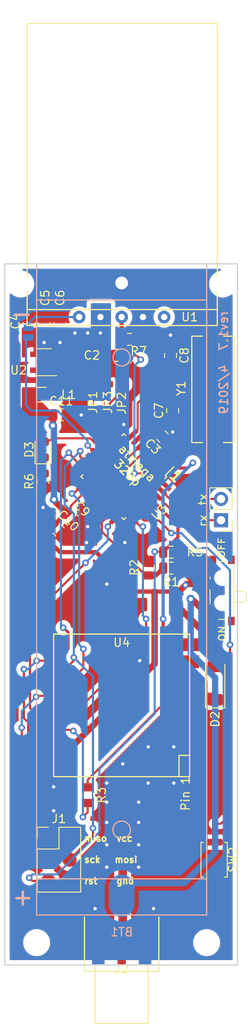
<source format=kicad_pcb>
(kicad_pcb (version 20171130) (host pcbnew 5.1.2-f72e74a~84~ubuntu16.04.1)

  (general
    (thickness 1.6)
    (drawings 20)
    (tracks 345)
    (zones 0)
    (modules 38)
    (nets 42)
  )

  (page A4)
  (layers
    (0 F.Cu signal)
    (31 B.Cu signal)
    (32 B.Adhes user hide)
    (33 F.Adhes user hide)
    (34 B.Paste user)
    (35 F.Paste user)
    (36 B.SilkS user)
    (37 F.SilkS user)
    (38 B.Mask user)
    (39 F.Mask user)
    (40 Dwgs.User user)
    (41 Cmts.User user hide)
    (42 Eco1.User user hide)
    (43 Eco2.User user hide)
    (44 Edge.Cuts user)
    (45 Margin user hide)
    (46 B.CrtYd user hide)
    (47 F.CrtYd user hide)
    (48 B.Fab user hide)
    (49 F.Fab user hide)
  )

  (setup
    (last_trace_width 0.254)
    (user_trace_width 0.254)
    (user_trace_width 0.381)
    (user_trace_width 0.508)
    (user_trace_width 0.762)
    (user_trace_width 1.016)
    (user_trace_width 1.27)
    (user_trace_width 2.032)
    (user_trace_width 2.54)
    (trace_clearance 0.2)
    (zone_clearance 0.254)
    (zone_45_only yes)
    (trace_min 0.2)
    (via_size 0.8)
    (via_drill 0.4)
    (via_min_size 0.4)
    (via_min_drill 0.3)
    (user_via 0.762 0.508)
    (user_via 1.016 0.508)
    (user_via 1.524 0.762)
    (uvia_size 0.3)
    (uvia_drill 0.1)
    (uvias_allowed no)
    (uvia_min_size 0.2)
    (uvia_min_drill 0.1)
    (edge_width 0.15)
    (segment_width 0.2)
    (pcb_text_width 0.3)
    (pcb_text_size 1.5 1.5)
    (mod_edge_width 0.15)
    (mod_text_size 1 1)
    (mod_text_width 0.15)
    (pad_size 3.048 5.08)
    (pad_drill 0)
    (pad_to_mask_clearance 0.051)
    (solder_mask_min_width 0.25)
    (aux_axis_origin 0 0)
    (visible_elements FFFFFF7F)
    (pcbplotparams
      (layerselection 0x00000_ffffffff)
      (usegerberextensions false)
      (usegerberattributes false)
      (usegerberadvancedattributes false)
      (creategerberjobfile false)
      (excludeedgelayer true)
      (linewidth 0.100000)
      (plotframeref false)
      (viasonmask false)
      (mode 1)
      (useauxorigin false)
      (hpglpennumber 1)
      (hpglpenspeed 20)
      (hpglpendiameter 15.000000)
      (psnegative false)
      (psa4output false)
      (plotreference true)
      (plotvalue false)
      (plotinvisibletext false)
      (padsonsilk false)
      (subtractmaskfromsilk false)
      (outputformat 5)
      (mirror false)
      (drillshape 2)
      (scaleselection 1)
      (outputdirectory ""))
  )

  (net 0 "")
  (net 1 "Net-(BT1-Pad1)")
  (net 2 GND)
  (net 3 VCC)
  (net 4 +5V)
  (net 5 "Net-(C7-Pad2)")
  (net 6 "Net-(C8-Pad2)")
  (net 7 rst)
  (net 8 mosi)
  (net 9 sck)
  (net 10 miso)
  (net 11 "Net-(J2-Pad1)")
  (net 12 /chrg_lvl)
  (net 13 "Net-(SW2-Pad1)")
  (net 14 /motion)
  (net 15 "Net-(U4-Pad15)")
  (net 16 /lora_rst)
  (net 17 /lora_cs)
  (net 18 "Net-(U4-Pad8)")
  (net 19 "Net-(U4-Pad7)")
  (net 20 /irq)
  (net 21 "Net-(U4-Pad4)")
  (net 22 "Net-(U4-Pad3)")
  (net 23 "Net-(U3-Pad28)")
  (net 24 "Net-(U3-Pad22)")
  (net 25 "Net-(U3-Pad20)")
  (net 26 "Net-(U3-Pad19)")
  (net 27 "Net-(U3-Pad14)")
  (net 28 /tx)
  (net 29 /rx)
  (net 30 /lora_vin)
  (net 31 "Net-(JP1-Pad1)")
  (net 32 "Net-(JP2-Pad1)")
  (net 33 "Net-(JP3-Pad1)")
  (net 34 "Net-(U1-Pad5)")
  (net 35 "Net-(D3-Pad1)")
  (net 36 "Net-(D3-Pad2)")
  (net 37 "Net-(U3-Pad2)")
  (net 38 "Net-(U3-Pad27)")
  (net 39 /enable)
  (net 40 "Net-(JP4-Pad2)")
  (net 41 "Net-(L1-Pad1)")

  (net_class Default "This is the default net class."
    (clearance 0.2)
    (trace_width 0.25)
    (via_dia 0.8)
    (via_drill 0.4)
    (uvia_dia 0.3)
    (uvia_drill 0.1)
    (add_net +5V)
    (add_net /chrg_lvl)
    (add_net /enable)
    (add_net /irq)
    (add_net /lora_cs)
    (add_net /lora_rst)
    (add_net /lora_vin)
    (add_net /motion)
    (add_net /rx)
    (add_net /tx)
    (add_net GND)
    (add_net "Net-(BT1-Pad1)")
    (add_net "Net-(C7-Pad2)")
    (add_net "Net-(C8-Pad2)")
    (add_net "Net-(D3-Pad1)")
    (add_net "Net-(D3-Pad2)")
    (add_net "Net-(J2-Pad1)")
    (add_net "Net-(JP1-Pad1)")
    (add_net "Net-(JP2-Pad1)")
    (add_net "Net-(JP3-Pad1)")
    (add_net "Net-(JP4-Pad2)")
    (add_net "Net-(L1-Pad1)")
    (add_net "Net-(SW2-Pad1)")
    (add_net "Net-(U1-Pad5)")
    (add_net "Net-(U3-Pad14)")
    (add_net "Net-(U3-Pad19)")
    (add_net "Net-(U3-Pad2)")
    (add_net "Net-(U3-Pad20)")
    (add_net "Net-(U3-Pad22)")
    (add_net "Net-(U3-Pad27)")
    (add_net "Net-(U3-Pad28)")
    (add_net "Net-(U4-Pad15)")
    (add_net "Net-(U4-Pad3)")
    (add_net "Net-(U4-Pad4)")
    (add_net "Net-(U4-Pad7)")
    (add_net "Net-(U4-Pad8)")
    (add_net VCC)
    (add_net miso)
    (add_net mosi)
    (add_net rst)
    (add_net sck)
  )

  (module MainWorking:RCWL-0516 (layer F.Cu) (tedit 5CC37AEF) (tstamp 5C5DD7E2)
    (at 124.206 22.606)
    (path /5C59F80A)
    (fp_text reference U1 (at 8.128 37.592 180) (layer F.SilkS)
      (effects (font (size 1 1) (thickness 0.15)))
    )
    (fp_text value RCWL-0516 (at 0 -0.5) (layer F.Fab)
      (effects (font (size 1 1) (thickness 0.15)))
    )
    (fp_line (start -11.303 36.703) (end 11.43 36.703) (layer F.SilkS) (width 0.15))
    (fp_line (start 11.43 38.608) (end 11.43 2.54) (layer F.SilkS) (width 0.15))
    (fp_line (start -11.303 38.608) (end 11.43 38.608) (layer F.SilkS) (width 0.15))
    (fp_line (start -11.303 2.54) (end -11.303 38.608) (layer F.SilkS) (width 0.15))
    (fp_line (start 11.43 2.54) (end -11.303 2.54) (layer F.SilkS) (width 0.15))
    (pad 1 thru_hole circle (at -5.08 37.592) (size 1.524 1.524) (drill 0.762) (layers *.Cu *.Mask)
      (net 40 "Net-(JP4-Pad2)"))
    (pad 2 thru_hole circle (at -2.54 37.592) (size 1.524 1.524) (drill 0.762) (layers *.Cu *.Mask)
      (net 4 +5V))
    (pad 5 thru_hole circle (at 5.08 37.592) (size 1.524 1.524) (drill 0.762) (layers *.Cu *.Mask)
      (net 34 "Net-(U1-Pad5)"))
    (pad 4 thru_hole circle (at 2.54 37.592) (size 1.524 1.524) (drill 0.762) (layers *.Cu *.Mask)
      (net 2 GND))
    (pad 3 thru_hole circle (at 0 37.592) (size 1.524 1.524) (drill 0.762) (layers *.Cu *.Mask)
      (net 14 /motion))
    (model /home/cale/CAD/freecad/EDAparts/Body.step
      (offset (xyz 11.176 -38.608 2.54))
      (scale (xyz 1 1 1))
      (rotate (xyz 0 0 0))
    )
  )

  (module MainWorking:XTAL_SMD_Standard (layer F.Cu) (tedit 5CBDE61A) (tstamp 5C838A09)
    (at 131.826 68.834 90)
    (path /5C5A165B)
    (fp_text reference Y1 (at 0.127 -0.508 90) (layer F.SilkS)
      (effects (font (size 1 1) (thickness 0.15)))
    )
    (fp_text value 8mhz (at 0 -2.54 90) (layer F.Fab)
      (effects (font (size 1 1) (thickness 0.15)))
    )
    (fp_line (start -7.62 0.381) (end -6.604 0.381) (layer F.CrtYd) (width 0.15))
    (fp_line (start -7.62 6.223) (end -7.62 0.381) (layer F.CrtYd) (width 0.15))
    (fp_line (start 7.62 6.223) (end -7.62 6.223) (layer F.CrtYd) (width 0.15))
    (fp_line (start 7.62 0.381) (end 7.62 6.223) (layer F.CrtYd) (width 0.15))
    (fp_line (start -6.604 0.381) (end 7.62 0.381) (layer F.CrtYd) (width 0.15))
    (fp_line (start 6.35 5.842) (end 6.35 4.572) (layer F.SilkS) (width 0.15))
    (fp_line (start 5.969 5.842) (end 6.35 5.842) (layer F.SilkS) (width 0.15))
    (fp_line (start 6.35 0.762) (end 5.969 0.762) (layer F.SilkS) (width 0.15))
    (fp_line (start 6.35 2.032) (end 6.35 0.762) (layer F.SilkS) (width 0.15))
    (fp_line (start -6.35 5.842) (end -6.35 4.572) (layer F.SilkS) (width 0.15))
    (fp_line (start -6.35 0.762) (end -6.35 2.032) (layer F.SilkS) (width 0.15))
    (fp_line (start 5.969 0.762) (end -6.35 0.762) (layer F.SilkS) (width 0.15))
    (fp_line (start -6.35 5.842) (end 5.969 5.842) (layer F.SilkS) (width 0.15))
    (pad 1 smd rect (at -4.699 3.302 90) (size 5.588 2.286) (layers F.Cu F.Paste F.Mask)
      (net 5 "Net-(C7-Pad2)"))
    (pad 2 smd rect (at 4.699 3.302 90) (size 5.588 2.286) (layers F.Cu F.Paste F.Mask)
      (net 6 "Net-(C8-Pad2)"))
    (model /home/cale/CAD/freecad/EDAparts/Xtal_smd_std.wrl
      (offset (xyz -5.618480000000001 -0.9144 0))
      (scale (xyz 0.39 0.39 0.39))
      (rotate (xyz 0 0 90))
    )
  )

  (module MainWorking:18650_Single_Holder (layer B.Cu) (tedit 5CBF94D7) (tstamp 5C79CC2A)
    (at 124.206 134.112001)
    (path /5C59F95B)
    (fp_text reference BT1 (at 0 -0.5) (layer B.SilkS)
      (effects (font (size 1 1) (thickness 0.15)) (justify mirror))
    )
    (fp_text value 18650 (at 0 0.5) (layer B.Fab)
      (effects (font (size 1 1) (thickness 0.15)) (justify mirror))
    )
    (fp_line (start 10.16 -75.946) (end -10.16 -75.946) (layer B.SilkS) (width 0.15))
    (fp_line (start -10.16 -6.858) (end 10.16 -6.858) (layer B.SilkS) (width 0.15))
    (fp_circle (center 0 -12.7) (end 1.016 -12.954) (layer B.SilkS) (width 0.15))
    (fp_circle (center 0 -69.088) (end 1.016 -69.088) (layer B.SilkS) (width 0.15))
    (fp_line (start -10.16 -80.264) (end -10.16 -2.54) (layer B.SilkS) (width 0.15))
    (fp_line (start 10.16 -80.264) (end -10.16 -80.264) (layer B.SilkS) (width 0.15))
    (fp_line (start 10.16 -2.54) (end 10.16 -80.264) (layer B.SilkS) (width 0.15))
    (fp_line (start -10.16 -2.54) (end 10.16 -2.54) (layer B.SilkS) (width 0.15))
    (pad 2 thru_hole circle (at 0 -77.978) (size 3.048 3.048) (drill 1.524) (layers *.Cu *.Mask)
      (net 2 GND))
    (pad 1 smd oval (at 0 -4.826) (size 3.048 5.08) (layers B.Cu B.Paste B.Mask)
      (net 1 "Net-(BT1-Pad1)"))
    (model /home/cale/CAD/freecad/EDAparts/18650_single_holder.wrl
      (offset (xyz -10.0076 -80.54340000000001 -0))
      (scale (xyz 0.39 0.39 0.39))
      (rotate (xyz 0 0 0))
    )
  )

  (module MainWorking:SMA_edgelaunch_SMD (layer F.Cu) (tedit 5CBF8D5D) (tstamp 5C721A05)
    (at 124.206 138.557 180)
    (path /5C5D2EEE)
    (fp_text reference J2 (at 0 0.5 180) (layer F.SilkS)
      (effects (font (size 1 1) (thickness 0.15)))
    )
    (fp_text value Conn_Coaxial (at 0 -0.5 180) (layer F.Fab)
      (effects (font (size 1 1) (thickness 0.15)))
    )
    (fp_line (start 3.175 -5.969) (end 3.175 1.016) (layer F.SilkS) (width 0.15))
    (fp_line (start -3.175 -5.969) (end 3.175 -5.969) (layer F.SilkS) (width 0.15))
    (fp_line (start -3.175 1.016) (end -3.175 -5.969) (layer F.SilkS) (width 0.15))
    (fp_line (start 4.445 1.016) (end 4.445 6.731) (layer F.SilkS) (width 0.15))
    (fp_line (start -4.445 1.016) (end 4.445 1.016) (layer F.SilkS) (width 0.15))
    (fp_line (start -4.445 6.731) (end -4.445 1.016) (layer F.SilkS) (width 0.15))
    (fp_line (start 4.445 0.254) (end 4.445 1.016) (layer F.SilkS) (width 0.15))
    (fp_line (start -4.445 0.254) (end 4.445 0.254) (layer F.SilkS) (width 0.15))
    (fp_line (start -4.445 1.016) (end -4.445 0.254) (layer F.SilkS) (width 0.15))
    (pad 2 smd trapezoid (at -2.794 3.556 180) (size 1.5 5) (layers F.Cu F.Paste F.Mask)
      (net 2 GND) (zone_connect 2))
    (pad 2 smd trapezoid (at 2.794 3.556 180) (size 1.5 5) (layers B.Cu F.Paste F.Mask)
      (net 2 GND))
    (pad 2 smd trapezoid (at -2.794 3.556 180) (size 1.5 5) (layers B.Cu F.Paste F.Mask)
      (net 2 GND))
    (pad 2 smd trapezoid (at 2.794 3.556 180) (size 1.5 5) (layers F.Cu F.Paste F.Mask)
      (net 2 GND) (zone_connect 2))
    (pad 1 smd trapezoid (at 0 3.556 180) (size 1 5) (layers F.Cu F.Paste F.Mask)
      (net 11 "Net-(J2-Pad1)"))
    (model /home/cale/CAD/freecad/EDAparts/SMA_edgelaunch.wrl
      (offset (xyz -3.1242 -0.9651999999999998 -2.7178))
      (scale (xyz 0.38 0.38 0.38))
      (rotate (xyz -90 0 180))
    )
  )

  (module MainWorking:LORA_SX1278_Module locked (layer F.Cu) (tedit 5CBD2658) (tstamp 5C5DD812)
    (at 124.206 125.222 180)
    (tags "lora radio module sx1278 rf 433")
    (path /5C5A13FE)
    (attr smd)
    (fp_text reference U4 (at 0 26.162 180) (layer F.SilkS)
      (effects (font (size 1 1) (thickness 0.15)))
    )
    (fp_text value Sx1278_LORA_EE1 (at 0 28.194 180) (layer F.Fab)
      (effects (font (size 1 1) (thickness 0.15)))
    )
    (fp_text user "Pin 1" (at -7.62 8.128 270) (layer F.SilkS)
      (effects (font (size 1 1) (thickness 0.15)))
    )
    (fp_line (start -6.858 12.7) (end -6.858 10.16) (layer F.SilkS) (width 0.15))
    (fp_line (start -8.128 12.7) (end -6.858 12.7) (layer F.SilkS) (width 0.15))
    (fp_line (start -8.128 27.178) (end -8.128 10.16) (layer F.SilkS) (width 0.15))
    (fp_line (start 8.128 27.178) (end -8.128 27.178) (layer F.SilkS) (width 0.15))
    (fp_line (start 8.128 10.16) (end 8.128 27.178) (layer F.SilkS) (width 0.15))
    (fp_line (start -8.128 10.16) (end 8.128 10.16) (layer F.SilkS) (width 0.15))
    (pad 1 smd rect (at -8.128 11.684 180) (size 2.286 1.524) (layers F.Cu F.Paste F.Mask)
      (net 11 "Net-(J2-Pad1)"))
    (pad 2 smd rect (at -8.128 13.716 180) (size 2.286 1.524) (layers F.Cu F.Paste F.Mask)
      (net 2 GND) (zone_connect 2))
    (pad 3 smd rect (at -8.128 15.748 180) (size 2.286 1.524) (layers F.Cu F.Paste F.Mask)
      (net 22 "Net-(U4-Pad3)"))
    (pad 4 smd rect (at -8.128 17.78 180) (size 2.286 1.524) (layers F.Cu F.Paste F.Mask)
      (net 21 "Net-(U4-Pad4)"))
    (pad 5 smd rect (at -8.128 19.812 180) (size 2.286 1.524) (layers F.Cu F.Paste F.Mask)
      (net 30 /lora_vin))
    (pad 6 smd rect (at -8.128 21.844 180) (size 2.286 1.524) (layers F.Cu F.Paste F.Mask)
      (net 20 /irq))
    (pad 7 smd rect (at -8.128 23.876 180) (size 2.286 1.524) (layers F.Cu F.Paste F.Mask)
      (net 19 "Net-(U4-Pad7)"))
    (pad 8 smd rect (at -8.128 25.908 180) (size 2.286 1.524) (layers F.Cu F.Paste F.Mask)
      (net 18 "Net-(U4-Pad8)"))
    (pad 9 smd rect (at 8.128 25.908 180) (size 2.286 1.524) (layers F.Cu F.Paste F.Mask)
      (net 2 GND) (zone_connect 2))
    (pad 10 smd rect (at 8.128 23.876 180) (size 2.286 1.524) (layers F.Cu F.Paste F.Mask)
      (net 10 miso))
    (pad 11 smd rect (at 8.128 21.844 180) (size 2.286 1.524) (layers F.Cu F.Paste F.Mask)
      (net 8 mosi))
    (pad 12 smd rect (at 8.128 19.812 180) (size 2.286 1.524) (layers F.Cu F.Paste F.Mask)
      (net 9 sck))
    (pad 13 smd rect (at 8.128 17.78 180) (size 2.286 1.524) (layers F.Cu F.Paste F.Mask)
      (net 17 /lora_cs))
    (pad 14 smd rect (at 8.128 15.748 180) (size 2.286 1.524) (layers F.Cu F.Paste F.Mask)
      (net 16 /lora_rst))
    (pad 15 smd rect (at 8.128 13.716 180) (size 2.286 1.524) (layers F.Cu F.Paste F.Mask)
      (net 15 "Net-(U4-Pad15)"))
    (pad 16 smd rect (at 8.128 11.684 180) (size 2.286 1.524) (layers F.Cu F.Paste F.Mask)
      (net 2 GND))
    (model /home/cale/CAD/freecad/EDAparts/LORA.wrl
      (offset (xyz 7.6962 -26.67 0))
      (scale (xyz 0.38 0.38 0.38))
      (rotate (xyz 0 0 0))
    )
  )

  (module Inductors_SMD:L_0805_HandSoldering (layer F.Cu) (tedit 58307B90) (tstamp 5C5DD701)
    (at 114.601 69.469 180)
    (descr "Resistor SMD 0805, hand soldering")
    (tags "resistor 0805")
    (path /5C5D1DB4)
    (attr smd)
    (fp_text reference L1 (at -3.255 0) (layer F.SilkS)
      (effects (font (size 1 1) (thickness 0.15)))
    )
    (fp_text value 4.7uh (at 0 2.1 180) (layer F.Fab)
      (effects (font (size 1 1) (thickness 0.15)))
    )
    (fp_line (start -0.6 -0.88) (end 0.6 -0.88) (layer F.SilkS) (width 0.12))
    (fp_line (start 0.6 0.88) (end -0.6 0.88) (layer F.SilkS) (width 0.12))
    (fp_line (start 2.4 -1) (end 2.4 1) (layer F.CrtYd) (width 0.05))
    (fp_line (start -2.4 -1) (end -2.4 1) (layer F.CrtYd) (width 0.05))
    (fp_line (start -2.4 1) (end 2.4 1) (layer F.CrtYd) (width 0.05))
    (fp_line (start -2.4 -1) (end 2.4 -1) (layer F.CrtYd) (width 0.05))
    (fp_line (start -1 -0.62) (end 1 -0.62) (layer F.Fab) (width 0.1))
    (fp_line (start 1 -0.62) (end 1 0.62) (layer F.Fab) (width 0.1))
    (fp_line (start 1 0.62) (end -1 0.62) (layer F.Fab) (width 0.1))
    (fp_line (start -1 0.62) (end -1 -0.62) (layer F.Fab) (width 0.1))
    (fp_text user %R (at 0 0 180) (layer F.Fab)
      (effects (font (size 0.5 0.5) (thickness 0.075)))
    )
    (pad 2 smd rect (at 1.35 0 180) (size 1.5 1.3) (layers F.Cu F.Paste F.Mask)
      (net 3 VCC))
    (pad 1 smd rect (at -1.35 0 180) (size 1.5 1.3) (layers F.Cu F.Paste F.Mask)
      (net 41 "Net-(L1-Pad1)"))
    (model ${KISYS3DMOD}/Inductors_SMD.3dshapes/L_0805.wrl
      (at (xyz 0 0 0))
      (scale (xyz 1 1 1))
      (rotate (xyz 0 0 0))
    )
  )

  (module MainWorking:solder_jumper (layer F.Cu) (tedit 5C70650D) (tstamp 5C7212E6)
    (at 123.317 67.6402 270)
    (tags "solder jumper bridge set setting")
    (path /5C7231BE)
    (fp_text reference JP1 (at 2.7432 2.54 270) (layer F.SilkS)
      (effects (font (size 1 1) (thickness 0.15)))
    )
    (fp_text value Jumper (at 0 -0.5 270) (layer F.Fab)
      (effects (font (size 1 1) (thickness 0.15)))
    )
    (fp_line (start -1.27 2.286) (end -1.27 1.778) (layer B.Paste) (width 0.15))
    (fp_line (start -1.27 1.778) (end 1.27 1.778) (layer B.Paste) (width 0.15))
    (fp_line (start 1.27 1.778) (end 1.27 2.286) (layer B.Paste) (width 0.15))
    (fp_line (start -1.27 2.794) (end -1.27 3.302) (layer B.Paste) (width 0.15))
    (fp_line (start -1.27 3.302) (end 1.27 3.302) (layer B.Paste) (width 0.15))
    (fp_line (start 1.27 3.302) (end 1.27 2.794) (layer B.Paste) (width 0.15))
    (pad 1 smd roundrect (at 0.5842 2.54 270) (size 0.762 1.27) (layers F.Cu F.Paste F.Mask) (roundrect_rratio 0.25)
      (net 31 "Net-(JP1-Pad1)"))
    (pad 2 smd roundrect (at -0.5842 2.54 270) (size 0.762 1.27) (layers F.Cu F.Paste F.Mask) (roundrect_rratio 0.25)
      (net 2 GND))
  )

  (module MainWorking:solder_jumper (layer F.Cu) (tedit 5C70650D) (tstamp 5C7212F2)
    (at 126.873 67.6148 270)
    (tags "solder jumper bridge set setting")
    (path /5C723252)
    (fp_text reference JP2 (at 2.8702 2.667 270) (layer F.SilkS)
      (effects (font (size 1 1) (thickness 0.15)))
    )
    (fp_text value Jumper (at 0 -0.5 270) (layer F.Fab)
      (effects (font (size 1 1) (thickness 0.15)))
    )
    (fp_line (start 1.27 3.302) (end 1.27 2.794) (layer B.Paste) (width 0.15))
    (fp_line (start -1.27 3.302) (end 1.27 3.302) (layer B.Paste) (width 0.15))
    (fp_line (start -1.27 2.794) (end -1.27 3.302) (layer B.Paste) (width 0.15))
    (fp_line (start 1.27 1.778) (end 1.27 2.286) (layer B.Paste) (width 0.15))
    (fp_line (start -1.27 1.778) (end 1.27 1.778) (layer B.Paste) (width 0.15))
    (fp_line (start -1.27 2.286) (end -1.27 1.778) (layer B.Paste) (width 0.15))
    (pad 2 smd roundrect (at -0.5842 2.54 270) (size 0.762 1.27) (layers F.Cu F.Paste F.Mask) (roundrect_rratio 0.25)
      (net 2 GND))
    (pad 1 smd roundrect (at 0.5842 2.54 270) (size 0.762 1.27) (layers F.Cu F.Paste F.Mask) (roundrect_rratio 0.25)
      (net 32 "Net-(JP2-Pad1)"))
  )

  (module MainWorking:solder_jumper (layer F.Cu) (tedit 5C70650D) (tstamp 5C7212FE)
    (at 125.095 67.6402 270)
    (tags "solder jumper bridge set setting")
    (path /5C7232AC)
    (fp_text reference JP3 (at 2.7432 2.54 270) (layer F.SilkS)
      (effects (font (size 1 1) (thickness 0.15)))
    )
    (fp_text value Jumper (at 0 -0.5 270) (layer F.Fab)
      (effects (font (size 1 1) (thickness 0.15)))
    )
    (fp_line (start -1.27 2.286) (end -1.27 1.778) (layer B.Paste) (width 0.15))
    (fp_line (start -1.27 1.778) (end 1.27 1.778) (layer B.Paste) (width 0.15))
    (fp_line (start 1.27 1.778) (end 1.27 2.286) (layer B.Paste) (width 0.15))
    (fp_line (start -1.27 2.794) (end -1.27 3.302) (layer B.Paste) (width 0.15))
    (fp_line (start -1.27 3.302) (end 1.27 3.302) (layer B.Paste) (width 0.15))
    (fp_line (start 1.27 3.302) (end 1.27 2.794) (layer B.Paste) (width 0.15))
    (pad 1 smd roundrect (at 0.5842 2.54 270) (size 0.762 1.27) (layers F.Cu F.Paste F.Mask) (roundrect_rratio 0.25)
      (net 33 "Net-(JP3-Pad1)"))
    (pad 2 smd roundrect (at -0.5842 2.54 270) (size 0.762 1.27) (layers F.Cu F.Paste F.Mask) (roundrect_rratio 0.25)
      (net 2 GND))
  )

  (module MainWorking:solder_jumper (layer B.Cu) (tedit 5C997881) (tstamp 5C80B749)
    (at 110.49 62.0522 270)
    (tags "solder jumper bridge set setting")
    (path /5C77339C)
    (fp_text reference JP4 (at 0 -0.5 270) (layer B.SilkS) hide
      (effects (font (size 1 1) (thickness 0.15)) (justify mirror))
    )
    (fp_text value Jumper (at 0 0.5 270) (layer B.Fab)
      (effects (font (size 1 1) (thickness 0.15)) (justify mirror))
    )
    (fp_line (start -1.27 -2.286) (end -1.27 -1.778) (layer F.Paste) (width 0.15))
    (fp_line (start -1.27 -1.778) (end 1.27 -1.778) (layer F.Paste) (width 0.15))
    (fp_line (start 1.27 -1.778) (end 1.27 -2.286) (layer F.Paste) (width 0.15))
    (fp_line (start -1.27 -2.794) (end -1.27 -3.302) (layer F.Paste) (width 0.15))
    (fp_line (start -1.27 -3.302) (end 1.27 -3.302) (layer F.Paste) (width 0.15))
    (fp_line (start 1.27 -3.302) (end 1.27 -2.794) (layer F.Paste) (width 0.15))
    (pad 1 smd roundrect (at 0.5842 -2.54 270) (size 0.762 1.27) (layers B.Cu B.Paste B.Mask) (roundrect_rratio 0.25)
      (net 39 /enable))
    (pad 2 smd roundrect (at -0.5842 -2.54 270) (size 0.762 1.27) (layers B.Cu B.Paste B.Mask) (roundrect_rratio 0.25)
      (net 40 "Net-(JP4-Pad2)"))
  )

  (module Capacitor_SMD:C_0805_2012Metric (layer F.Cu) (tedit 5B36C52B) (tstamp 5CB994D5)
    (at 129.086893 74.476893 135)
    (descr "Capacitor SMD 0805 (2012 Metric), square (rectangular) end terminal, IPC_7351 nominal, (Body size source: https://docs.google.com/spreadsheets/d/1BsfQQcO9C6DZCsRaXUlFlo91Tg2WpOkGARC1WS5S8t0/edit?usp=sharing), generated with kicad-footprint-generator")
    (tags capacitor)
    (path /5C5A2948)
    (attr smd)
    (fp_text reference C3 (at 0 -1.65 135) (layer F.SilkS)
      (effects (font (size 1 1) (thickness 0.15)))
    )
    (fp_text value .1uf (at 0 1.65 135) (layer F.Fab)
      (effects (font (size 1 1) (thickness 0.15)))
    )
    (fp_text user %R (at 0 0 135) (layer F.Fab)
      (effects (font (size 0.5 0.5) (thickness 0.08)))
    )
    (fp_line (start 1.68 0.95) (end -1.68 0.95) (layer F.CrtYd) (width 0.05))
    (fp_line (start 1.68 -0.95) (end 1.68 0.95) (layer F.CrtYd) (width 0.05))
    (fp_line (start -1.68 -0.95) (end 1.68 -0.95) (layer F.CrtYd) (width 0.05))
    (fp_line (start -1.68 0.95) (end -1.68 -0.95) (layer F.CrtYd) (width 0.05))
    (fp_line (start -0.258578 0.71) (end 0.258578 0.71) (layer F.SilkS) (width 0.12))
    (fp_line (start -0.258578 -0.71) (end 0.258578 -0.71) (layer F.SilkS) (width 0.12))
    (fp_line (start 1 0.6) (end -1 0.6) (layer F.Fab) (width 0.1))
    (fp_line (start 1 -0.6) (end 1 0.6) (layer F.Fab) (width 0.1))
    (fp_line (start -1 -0.6) (end 1 -0.6) (layer F.Fab) (width 0.1))
    (fp_line (start -1 0.6) (end -1 -0.6) (layer F.Fab) (width 0.1))
    (pad 2 smd roundrect (at 0.9375 0 135) (size 0.975 1.4) (layers F.Cu F.Paste F.Mask) (roundrect_rratio 0.25)
      (net 3 VCC))
    (pad 1 smd roundrect (at -0.9375 0 135) (size 0.975 1.4) (layers F.Cu F.Paste F.Mask) (roundrect_rratio 0.25)
      (net 2 GND))
    (model ${KISYS3DMOD}/Capacitor_SMD.3dshapes/C_0805_2012Metric.wrl
      (at (xyz 0 0 0))
      (scale (xyz 1 1 1))
      (rotate (xyz 0 0 0))
    )
  )

  (module Capacitor_SMD:C_0805_2012Metric (layer F.Cu) (tedit 5B36C52B) (tstamp 5CB994E5)
    (at 113.157 61.103 90)
    (descr "Capacitor SMD 0805 (2012 Metric), square (rectangular) end terminal, IPC_7351 nominal, (Body size source: https://docs.google.com/spreadsheets/d/1BsfQQcO9C6DZCsRaXUlFlo91Tg2WpOkGARC1WS5S8t0/edit?usp=sharing), generated with kicad-footprint-generator")
    (tags capacitor)
    (path /5C5CD5A3)
    (attr smd)
    (fp_text reference C4 (at 0.397 -1.651 90) (layer F.SilkS)
      (effects (font (size 1 1) (thickness 0.15)))
    )
    (fp_text value 10uf (at 0 1.65 90) (layer F.Fab)
      (effects (font (size 1 1) (thickness 0.15)))
    )
    (fp_line (start -1 0.6) (end -1 -0.6) (layer F.Fab) (width 0.1))
    (fp_line (start -1 -0.6) (end 1 -0.6) (layer F.Fab) (width 0.1))
    (fp_line (start 1 -0.6) (end 1 0.6) (layer F.Fab) (width 0.1))
    (fp_line (start 1 0.6) (end -1 0.6) (layer F.Fab) (width 0.1))
    (fp_line (start -0.258578 -0.71) (end 0.258578 -0.71) (layer F.SilkS) (width 0.12))
    (fp_line (start -0.258578 0.71) (end 0.258578 0.71) (layer F.SilkS) (width 0.12))
    (fp_line (start -1.68 0.95) (end -1.68 -0.95) (layer F.CrtYd) (width 0.05))
    (fp_line (start -1.68 -0.95) (end 1.68 -0.95) (layer F.CrtYd) (width 0.05))
    (fp_line (start 1.68 -0.95) (end 1.68 0.95) (layer F.CrtYd) (width 0.05))
    (fp_line (start 1.68 0.95) (end -1.68 0.95) (layer F.CrtYd) (width 0.05))
    (fp_text user %R (at 0 0 90) (layer F.Fab)
      (effects (font (size 0.5 0.5) (thickness 0.08)))
    )
    (pad 1 smd roundrect (at -0.9375 0 90) (size 0.975 1.4) (layers F.Cu F.Paste F.Mask) (roundrect_rratio 0.25)
      (net 4 +5V))
    (pad 2 smd roundrect (at 0.9375 0 90) (size 0.975 1.4) (layers F.Cu F.Paste F.Mask) (roundrect_rratio 0.25)
      (net 2 GND))
    (model ${KISYS3DMOD}/Capacitor_SMD.3dshapes/C_0805_2012Metric.wrl
      (at (xyz 0 0 0))
      (scale (xyz 1 1 1))
      (rotate (xyz 0 0 0))
    )
  )

  (module Capacitor_SMD:C_0805_2012Metric (layer F.Cu) (tedit 5B36C52B) (tstamp 5CB994F5)
    (at 114.935 61.103001 90)
    (descr "Capacitor SMD 0805 (2012 Metric), square (rectangular) end terminal, IPC_7351 nominal, (Body size source: https://docs.google.com/spreadsheets/d/1BsfQQcO9C6DZCsRaXUlFlo91Tg2WpOkGARC1WS5S8t0/edit?usp=sharing), generated with kicad-footprint-generator")
    (tags capacitor)
    (path /5C5CD64A)
    (attr smd)
    (fp_text reference C5 (at 3.191001 0.127 90) (layer F.SilkS)
      (effects (font (size 1 1) (thickness 0.15)))
    )
    (fp_text value 10uf (at 0 1.65 90) (layer F.Fab)
      (effects (font (size 1 1) (thickness 0.15)))
    )
    (fp_text user %R (at 0 0 90) (layer F.Fab)
      (effects (font (size 0.5 0.5) (thickness 0.08)))
    )
    (fp_line (start 1.68 0.95) (end -1.68 0.95) (layer F.CrtYd) (width 0.05))
    (fp_line (start 1.68 -0.95) (end 1.68 0.95) (layer F.CrtYd) (width 0.05))
    (fp_line (start -1.68 -0.95) (end 1.68 -0.95) (layer F.CrtYd) (width 0.05))
    (fp_line (start -1.68 0.95) (end -1.68 -0.95) (layer F.CrtYd) (width 0.05))
    (fp_line (start -0.258578 0.71) (end 0.258578 0.71) (layer F.SilkS) (width 0.12))
    (fp_line (start -0.258578 -0.71) (end 0.258578 -0.71) (layer F.SilkS) (width 0.12))
    (fp_line (start 1 0.6) (end -1 0.6) (layer F.Fab) (width 0.1))
    (fp_line (start 1 -0.6) (end 1 0.6) (layer F.Fab) (width 0.1))
    (fp_line (start -1 -0.6) (end 1 -0.6) (layer F.Fab) (width 0.1))
    (fp_line (start -1 0.6) (end -1 -0.6) (layer F.Fab) (width 0.1))
    (pad 2 smd roundrect (at 0.9375 0 90) (size 0.975 1.4) (layers F.Cu F.Paste F.Mask) (roundrect_rratio 0.25)
      (net 2 GND))
    (pad 1 smd roundrect (at -0.9375 0 90) (size 0.975 1.4) (layers F.Cu F.Paste F.Mask) (roundrect_rratio 0.25)
      (net 4 +5V))
    (model ${KISYS3DMOD}/Capacitor_SMD.3dshapes/C_0805_2012Metric.wrl
      (at (xyz 0 0 0))
      (scale (xyz 1 1 1))
      (rotate (xyz 0 0 0))
    )
  )

  (module Capacitor_SMD:C_0805_2012Metric (layer F.Cu) (tedit 5B36C52B) (tstamp 5CB99505)
    (at 116.84 61.103 90)
    (descr "Capacitor SMD 0805 (2012 Metric), square (rectangular) end terminal, IPC_7351 nominal, (Body size source: https://docs.google.com/spreadsheets/d/1BsfQQcO9C6DZCsRaXUlFlo91Tg2WpOkGARC1WS5S8t0/edit?usp=sharing), generated with kicad-footprint-generator")
    (tags capacitor)
    (path /5C5CD694)
    (attr smd)
    (fp_text reference C6 (at 3.191 0 90) (layer F.SilkS)
      (effects (font (size 1 1) (thickness 0.15)))
    )
    (fp_text value 10uf (at 0 1.65 90) (layer F.Fab)
      (effects (font (size 1 1) (thickness 0.15)))
    )
    (fp_line (start -1 0.6) (end -1 -0.6) (layer F.Fab) (width 0.1))
    (fp_line (start -1 -0.6) (end 1 -0.6) (layer F.Fab) (width 0.1))
    (fp_line (start 1 -0.6) (end 1 0.6) (layer F.Fab) (width 0.1))
    (fp_line (start 1 0.6) (end -1 0.6) (layer F.Fab) (width 0.1))
    (fp_line (start -0.258578 -0.71) (end 0.258578 -0.71) (layer F.SilkS) (width 0.12))
    (fp_line (start -0.258578 0.71) (end 0.258578 0.71) (layer F.SilkS) (width 0.12))
    (fp_line (start -1.68 0.95) (end -1.68 -0.95) (layer F.CrtYd) (width 0.05))
    (fp_line (start -1.68 -0.95) (end 1.68 -0.95) (layer F.CrtYd) (width 0.05))
    (fp_line (start 1.68 -0.95) (end 1.68 0.95) (layer F.CrtYd) (width 0.05))
    (fp_line (start 1.68 0.95) (end -1.68 0.95) (layer F.CrtYd) (width 0.05))
    (fp_text user %R (at 0 0 90) (layer F.Fab)
      (effects (font (size 0.5 0.5) (thickness 0.08)))
    )
    (pad 1 smd roundrect (at -0.9375 0 90) (size 0.975 1.4) (layers F.Cu F.Paste F.Mask) (roundrect_rratio 0.25)
      (net 4 +5V))
    (pad 2 smd roundrect (at 0.9375 0 90) (size 0.975 1.4) (layers F.Cu F.Paste F.Mask) (roundrect_rratio 0.25)
      (net 2 GND))
    (model ${KISYS3DMOD}/Capacitor_SMD.3dshapes/C_0805_2012Metric.wrl
      (at (xyz 0 0 0))
      (scale (xyz 1 1 1))
      (rotate (xyz 0 0 0))
    )
  )

  (module Capacitor_SMD:C_0805_2012Metric (layer F.Cu) (tedit 5B36C52B) (tstamp 5CB99515)
    (at 130.302 71.374 90)
    (descr "Capacitor SMD 0805 (2012 Metric), square (rectangular) end terminal, IPC_7351 nominal, (Body size source: https://docs.google.com/spreadsheets/d/1BsfQQcO9C6DZCsRaXUlFlo91Tg2WpOkGARC1WS5S8t0/edit?usp=sharing), generated with kicad-footprint-generator")
    (tags capacitor)
    (path /5C5A1A63)
    (attr smd)
    (fp_text reference C7 (at 0 -1.65 90) (layer F.SilkS)
      (effects (font (size 1 1) (thickness 0.15)))
    )
    (fp_text value 20pf (at 0 1.65 90) (layer F.Fab)
      (effects (font (size 1 1) (thickness 0.15)))
    )
    (fp_text user %R (at 0 0 90) (layer F.Fab)
      (effects (font (size 0.5 0.5) (thickness 0.08)))
    )
    (fp_line (start 1.68 0.95) (end -1.68 0.95) (layer F.CrtYd) (width 0.05))
    (fp_line (start 1.68 -0.95) (end 1.68 0.95) (layer F.CrtYd) (width 0.05))
    (fp_line (start -1.68 -0.95) (end 1.68 -0.95) (layer F.CrtYd) (width 0.05))
    (fp_line (start -1.68 0.95) (end -1.68 -0.95) (layer F.CrtYd) (width 0.05))
    (fp_line (start -0.258578 0.71) (end 0.258578 0.71) (layer F.SilkS) (width 0.12))
    (fp_line (start -0.258578 -0.71) (end 0.258578 -0.71) (layer F.SilkS) (width 0.12))
    (fp_line (start 1 0.6) (end -1 0.6) (layer F.Fab) (width 0.1))
    (fp_line (start 1 -0.6) (end 1 0.6) (layer F.Fab) (width 0.1))
    (fp_line (start -1 -0.6) (end 1 -0.6) (layer F.Fab) (width 0.1))
    (fp_line (start -1 0.6) (end -1 -0.6) (layer F.Fab) (width 0.1))
    (pad 2 smd roundrect (at 0.9375 0 90) (size 0.975 1.4) (layers F.Cu F.Paste F.Mask) (roundrect_rratio 0.25)
      (net 5 "Net-(C7-Pad2)"))
    (pad 1 smd roundrect (at -0.9375 0 90) (size 0.975 1.4) (layers F.Cu F.Paste F.Mask) (roundrect_rratio 0.25)
      (net 2 GND))
    (model ${KISYS3DMOD}/Capacitor_SMD.3dshapes/C_0805_2012Metric.wrl
      (at (xyz 0 0 0))
      (scale (xyz 1 1 1))
      (rotate (xyz 0 0 0))
    )
  )

  (module Capacitor_SMD:C_0805_2012Metric (layer F.Cu) (tedit 5B36C52B) (tstamp 5CB99525)
    (at 130.048 64.786 270)
    (descr "Capacitor SMD 0805 (2012 Metric), square (rectangular) end terminal, IPC_7351 nominal, (Body size source: https://docs.google.com/spreadsheets/d/1BsfQQcO9C6DZCsRaXUlFlo91Tg2WpOkGARC1WS5S8t0/edit?usp=sharing), generated with kicad-footprint-generator")
    (tags capacitor)
    (path /5C5A1B3E)
    (attr smd)
    (fp_text reference C8 (at 0 -1.65 90) (layer F.SilkS)
      (effects (font (size 1 1) (thickness 0.15)))
    )
    (fp_text value 20pf (at 0 1.65 90) (layer F.Fab)
      (effects (font (size 1 1) (thickness 0.15)))
    )
    (fp_text user %R (at 0 0 90) (layer F.Fab)
      (effects (font (size 0.5 0.5) (thickness 0.08)))
    )
    (fp_line (start 1.68 0.95) (end -1.68 0.95) (layer F.CrtYd) (width 0.05))
    (fp_line (start 1.68 -0.95) (end 1.68 0.95) (layer F.CrtYd) (width 0.05))
    (fp_line (start -1.68 -0.95) (end 1.68 -0.95) (layer F.CrtYd) (width 0.05))
    (fp_line (start -1.68 0.95) (end -1.68 -0.95) (layer F.CrtYd) (width 0.05))
    (fp_line (start -0.258578 0.71) (end 0.258578 0.71) (layer F.SilkS) (width 0.12))
    (fp_line (start -0.258578 -0.71) (end 0.258578 -0.71) (layer F.SilkS) (width 0.12))
    (fp_line (start 1 0.6) (end -1 0.6) (layer F.Fab) (width 0.1))
    (fp_line (start 1 -0.6) (end 1 0.6) (layer F.Fab) (width 0.1))
    (fp_line (start -1 -0.6) (end 1 -0.6) (layer F.Fab) (width 0.1))
    (fp_line (start -1 0.6) (end -1 -0.6) (layer F.Fab) (width 0.1))
    (pad 2 smd roundrect (at 0.9375 0 270) (size 0.975 1.4) (layers F.Cu F.Paste F.Mask) (roundrect_rratio 0.25)
      (net 6 "Net-(C8-Pad2)"))
    (pad 1 smd roundrect (at -0.9375 0 270) (size 0.975 1.4) (layers F.Cu F.Paste F.Mask) (roundrect_rratio 0.25)
      (net 2 GND))
    (model ${KISYS3DMOD}/Capacitor_SMD.3dshapes/C_0805_2012Metric.wrl
      (at (xyz 0 0 0))
      (scale (xyz 1 1 1))
      (rotate (xyz 0 0 0))
    )
  )

  (module Capacitor_SMD:C_0805_2012Metric (layer F.Cu) (tedit 5B36C52B) (tstamp 5CB99535)
    (at 118.309107 84.273107 315)
    (descr "Capacitor SMD 0805 (2012 Metric), square (rectangular) end terminal, IPC_7351 nominal, (Body size source: https://docs.google.com/spreadsheets/d/1BsfQQcO9C6DZCsRaXUlFlo91Tg2WpOkGARC1WS5S8t0/edit?usp=sharing), generated with kicad-footprint-generator")
    (tags capacitor)
    (path /5C5D7EA5)
    (attr smd)
    (fp_text reference C9 (at 0 -1.65 135) (layer F.SilkS)
      (effects (font (size 1 1) (thickness 0.15)))
    )
    (fp_text value .1uf (at 0 1.65 135) (layer F.Fab)
      (effects (font (size 1 1) (thickness 0.15)))
    )
    (fp_text user %R (at 0 0 135) (layer F.Fab)
      (effects (font (size 0.5 0.5) (thickness 0.08)))
    )
    (fp_line (start 1.68 0.95) (end -1.68 0.95) (layer F.CrtYd) (width 0.05))
    (fp_line (start 1.68 -0.95) (end 1.68 0.95) (layer F.CrtYd) (width 0.05))
    (fp_line (start -1.68 -0.95) (end 1.68 -0.95) (layer F.CrtYd) (width 0.05))
    (fp_line (start -1.68 0.95) (end -1.68 -0.95) (layer F.CrtYd) (width 0.05))
    (fp_line (start -0.258578 0.71) (end 0.258578 0.71) (layer F.SilkS) (width 0.12))
    (fp_line (start -0.258578 -0.71) (end 0.258578 -0.71) (layer F.SilkS) (width 0.12))
    (fp_line (start 1 0.6) (end -1 0.6) (layer F.Fab) (width 0.1))
    (fp_line (start 1 -0.6) (end 1 0.6) (layer F.Fab) (width 0.1))
    (fp_line (start -1 -0.6) (end 1 -0.6) (layer F.Fab) (width 0.1))
    (fp_line (start -1 0.6) (end -1 -0.6) (layer F.Fab) (width 0.1))
    (pad 2 smd roundrect (at 0.9375 0 315) (size 0.975 1.4) (layers F.Cu F.Paste F.Mask) (roundrect_rratio 0.25)
      (net 2 GND))
    (pad 1 smd roundrect (at -0.9375 0 315) (size 0.975 1.4) (layers F.Cu F.Paste F.Mask) (roundrect_rratio 0.25)
      (net 3 VCC))
    (model ${KISYS3DMOD}/Capacitor_SMD.3dshapes/C_0805_2012Metric.wrl
      (at (xyz 0 0 0))
      (scale (xyz 1 1 1))
      (rotate (xyz 0 0 0))
    )
  )

  (module Capacitor_SMD:C_0805_2012Metric (layer F.Cu) (tedit 5B36C52B) (tstamp 5CB99545)
    (at 116.658107 85.670107 315)
    (descr "Capacitor SMD 0805 (2012 Metric), square (rectangular) end terminal, IPC_7351 nominal, (Body size source: https://docs.google.com/spreadsheets/d/1BsfQQcO9C6DZCsRaXUlFlo91Tg2WpOkGARC1WS5S8t0/edit?usp=sharing), generated with kicad-footprint-generator")
    (tags capacitor)
    (path /5C5D7EFD)
    (attr smd)
    (fp_text reference C10 (at 0 -1.65 135) (layer F.SilkS)
      (effects (font (size 1 1) (thickness 0.15)))
    )
    (fp_text value 10uf (at 0 1.65 135) (layer F.Fab)
      (effects (font (size 1 1) (thickness 0.15)))
    )
    (fp_line (start -1 0.6) (end -1 -0.6) (layer F.Fab) (width 0.1))
    (fp_line (start -1 -0.6) (end 1 -0.6) (layer F.Fab) (width 0.1))
    (fp_line (start 1 -0.6) (end 1 0.6) (layer F.Fab) (width 0.1))
    (fp_line (start 1 0.6) (end -1 0.6) (layer F.Fab) (width 0.1))
    (fp_line (start -0.258578 -0.71) (end 0.258578 -0.71) (layer F.SilkS) (width 0.12))
    (fp_line (start -0.258578 0.71) (end 0.258578 0.71) (layer F.SilkS) (width 0.12))
    (fp_line (start -1.68 0.95) (end -1.68 -0.95) (layer F.CrtYd) (width 0.05))
    (fp_line (start -1.68 -0.95) (end 1.68 -0.95) (layer F.CrtYd) (width 0.05))
    (fp_line (start 1.68 -0.95) (end 1.68 0.95) (layer F.CrtYd) (width 0.05))
    (fp_line (start 1.68 0.95) (end -1.68 0.95) (layer F.CrtYd) (width 0.05))
    (fp_text user %R (at 0 0 135) (layer F.Fab)
      (effects (font (size 0.5 0.5) (thickness 0.08)))
    )
    (pad 1 smd roundrect (at -0.9375 0 315) (size 0.975 1.4) (layers F.Cu F.Paste F.Mask) (roundrect_rratio 0.25)
      (net 3 VCC))
    (pad 2 smd roundrect (at 0.9375 0 315) (size 0.975 1.4) (layers F.Cu F.Paste F.Mask) (roundrect_rratio 0.25)
      (net 2 GND))
    (model ${KISYS3DMOD}/Capacitor_SMD.3dshapes/C_0805_2012Metric.wrl
      (at (xyz 0 0 0))
      (scale (xyz 1 1 1))
      (rotate (xyz 0 0 0))
    )
  )

  (module Capacitor_SMD:C_0805_2012Metric (layer F.Cu) (tedit 5B36C52B) (tstamp 5CB99555)
    (at 116.983 71.882)
    (descr "Capacitor SMD 0805 (2012 Metric), square (rectangular) end terminal, IPC_7351 nominal, (Body size source: https://docs.google.com/spreadsheets/d/1BsfQQcO9C6DZCsRaXUlFlo91Tg2WpOkGARC1WS5S8t0/edit?usp=sharing), generated with kicad-footprint-generator")
    (tags capacitor)
    (path /5C6ABE20)
    (attr smd)
    (fp_text reference C11 (at 0 -1.65) (layer F.SilkS)
      (effects (font (size 1 1) (thickness 0.15)))
    )
    (fp_text value 10uf (at 0 1.65) (layer F.Fab)
      (effects (font (size 1 1) (thickness 0.15)))
    )
    (fp_line (start -1 0.6) (end -1 -0.6) (layer F.Fab) (width 0.1))
    (fp_line (start -1 -0.6) (end 1 -0.6) (layer F.Fab) (width 0.1))
    (fp_line (start 1 -0.6) (end 1 0.6) (layer F.Fab) (width 0.1))
    (fp_line (start 1 0.6) (end -1 0.6) (layer F.Fab) (width 0.1))
    (fp_line (start -0.258578 -0.71) (end 0.258578 -0.71) (layer F.SilkS) (width 0.12))
    (fp_line (start -0.258578 0.71) (end 0.258578 0.71) (layer F.SilkS) (width 0.12))
    (fp_line (start -1.68 0.95) (end -1.68 -0.95) (layer F.CrtYd) (width 0.05))
    (fp_line (start -1.68 -0.95) (end 1.68 -0.95) (layer F.CrtYd) (width 0.05))
    (fp_line (start 1.68 -0.95) (end 1.68 0.95) (layer F.CrtYd) (width 0.05))
    (fp_line (start 1.68 0.95) (end -1.68 0.95) (layer F.CrtYd) (width 0.05))
    (fp_text user %R (at 0 0) (layer F.Fab)
      (effects (font (size 0.5 0.5) (thickness 0.08)))
    )
    (pad 1 smd roundrect (at -0.9375 0) (size 0.975 1.4) (layers F.Cu F.Paste F.Mask) (roundrect_rratio 0.25)
      (net 3 VCC))
    (pad 2 smd roundrect (at 0.9375 0) (size 0.975 1.4) (layers F.Cu F.Paste F.Mask) (roundrect_rratio 0.25)
      (net 2 GND))
    (model ${KISYS3DMOD}/Capacitor_SMD.3dshapes/C_0805_2012Metric.wrl
      (at (xyz 0 0 0))
      (scale (xyz 1 1 1))
      (rotate (xyz 0 0 0))
    )
  )

  (module Diode_SMD:D_1806_4516Metric (layer F.Cu) (tedit 5B301BBE) (tstamp 5CB99565)
    (at 135.382 103.886 90)
    (descr "Diode SMD 1806 (4516 Metric), square (rectangular) end terminal, IPC_7351 nominal, (Body size source: https://www.modelithics.com/models/Vendor/MuRata/BLM41P.pdf), generated with kicad-footprint-generator")
    (tags diode)
    (path /5C6A4A57)
    (attr smd)
    (fp_text reference D2 (at -4.318 0 90) (layer F.SilkS)
      (effects (font (size 1 1) (thickness 0.15)))
    )
    (fp_text value D (at 0 1.85 90) (layer F.Fab)
      (effects (font (size 1 1) (thickness 0.15)))
    )
    (fp_line (start 2.25 -0.8) (end -1.85 -0.8) (layer F.Fab) (width 0.1))
    (fp_line (start -1.85 -0.8) (end -2.25 -0.4) (layer F.Fab) (width 0.1))
    (fp_line (start -2.25 -0.4) (end -2.25 0.8) (layer F.Fab) (width 0.1))
    (fp_line (start -2.25 0.8) (end 2.25 0.8) (layer F.Fab) (width 0.1))
    (fp_line (start 2.25 0.8) (end 2.25 -0.8) (layer F.Fab) (width 0.1))
    (fp_line (start 2.25 -1.16) (end -2.96 -1.16) (layer F.SilkS) (width 0.12))
    (fp_line (start -2.96 -1.16) (end -2.96 1.16) (layer F.SilkS) (width 0.12))
    (fp_line (start -2.96 1.16) (end 2.25 1.16) (layer F.SilkS) (width 0.12))
    (fp_line (start -2.95 1.15) (end -2.95 -1.15) (layer F.CrtYd) (width 0.05))
    (fp_line (start -2.95 -1.15) (end 2.95 -1.15) (layer F.CrtYd) (width 0.05))
    (fp_line (start 2.95 -1.15) (end 2.95 1.15) (layer F.CrtYd) (width 0.05))
    (fp_line (start 2.95 1.15) (end -2.95 1.15) (layer F.CrtYd) (width 0.05))
    (fp_text user %R (at 0 0 90) (layer F.Fab)
      (effects (font (size 1 1) (thickness 0.15)))
    )
    (pad 1 smd roundrect (at -2 0 90) (size 1.4 1.8) (layers F.Cu F.Paste F.Mask) (roundrect_rratio 0.178571)
      (net 30 /lora_vin))
    (pad 2 smd roundrect (at 2 0 90) (size 1.4 1.8) (layers F.Cu F.Paste F.Mask) (roundrect_rratio 0.178571)
      (net 3 VCC))
    (model ${KISYS3DMOD}/Diode_SMD.3dshapes/D_1806_4516Metric.wrl
      (at (xyz 0 0 0))
      (scale (xyz 1 1 1))
      (rotate (xyz 0 0 0))
    )
  )

  (module LED_SMD:LED_0805_2012Metric (layer F.Cu) (tedit 5B36C52C) (tstamp 5CB99577)
    (at 114.808 76.03 90)
    (descr "LED SMD 0805 (2012 Metric), square (rectangular) end terminal, IPC_7351 nominal, (Body size source: https://docs.google.com/spreadsheets/d/1BsfQQcO9C6DZCsRaXUlFlo91Tg2WpOkGARC1WS5S8t0/edit?usp=sharing), generated with kicad-footprint-generator")
    (tags diode)
    (path /5C736A48)
    (attr smd)
    (fp_text reference D3 (at 0 -1.65 90) (layer F.SilkS)
      (effects (font (size 1 1) (thickness 0.15)))
    )
    (fp_text value LED (at 0 1.65 90) (layer F.Fab)
      (effects (font (size 1 1) (thickness 0.15)))
    )
    (fp_line (start 1 -0.6) (end -0.7 -0.6) (layer F.Fab) (width 0.1))
    (fp_line (start -0.7 -0.6) (end -1 -0.3) (layer F.Fab) (width 0.1))
    (fp_line (start -1 -0.3) (end -1 0.6) (layer F.Fab) (width 0.1))
    (fp_line (start -1 0.6) (end 1 0.6) (layer F.Fab) (width 0.1))
    (fp_line (start 1 0.6) (end 1 -0.6) (layer F.Fab) (width 0.1))
    (fp_line (start 1 -0.96) (end -1.685 -0.96) (layer F.SilkS) (width 0.12))
    (fp_line (start -1.685 -0.96) (end -1.685 0.96) (layer F.SilkS) (width 0.12))
    (fp_line (start -1.685 0.96) (end 1 0.96) (layer F.SilkS) (width 0.12))
    (fp_line (start -1.68 0.95) (end -1.68 -0.95) (layer F.CrtYd) (width 0.05))
    (fp_line (start -1.68 -0.95) (end 1.68 -0.95) (layer F.CrtYd) (width 0.05))
    (fp_line (start 1.68 -0.95) (end 1.68 0.95) (layer F.CrtYd) (width 0.05))
    (fp_line (start 1.68 0.95) (end -1.68 0.95) (layer F.CrtYd) (width 0.05))
    (fp_text user %R (at 0 0 90) (layer F.Fab)
      (effects (font (size 0.5 0.5) (thickness 0.08)))
    )
    (pad 1 smd roundrect (at -0.9375 0 90) (size 0.975 1.4) (layers F.Cu F.Paste F.Mask) (roundrect_rratio 0.25)
      (net 35 "Net-(D3-Pad1)"))
    (pad 2 smd roundrect (at 0.9375 0 90) (size 0.975 1.4) (layers F.Cu F.Paste F.Mask) (roundrect_rratio 0.25)
      (net 36 "Net-(D3-Pad2)"))
    (model ${KISYS3DMOD}/LED_SMD.3dshapes/LED_0805_2012Metric.wrl
      (at (xyz 0 0 0))
      (scale (xyz 1 1 1))
      (rotate (xyz 0 0 0))
    )
  )

  (module MountingHole:MountingHole_2.2mm_M2 (layer F.Cu) (tedit 56D1B4CB) (tstamp 5CB99589)
    (at 136.271 56.261)
    (descr "Mounting Hole 2.2mm, no annular, M2")
    (tags "mounting hole 2.2mm no annular m2")
    (path /5C801EE6)
    (attr virtual)
    (fp_text reference H1 (at 0 -3.2) (layer F.SilkS) hide
      (effects (font (size 1 1) (thickness 0.15)))
    )
    (fp_text value MountingHole (at 0 3.2) (layer F.Fab)
      (effects (font (size 1 1) (thickness 0.15)))
    )
    (fp_circle (center 0 0) (end 2.45 0) (layer F.CrtYd) (width 0.05))
    (fp_circle (center 0 0) (end 2.2 0) (layer Cmts.User) (width 0.15))
    (fp_text user %R (at 0.3 0) (layer F.Fab)
      (effects (font (size 1 1) (thickness 0.15)))
    )
    (pad 1 np_thru_hole circle (at 0 0) (size 2.2 2.2) (drill 2.2) (layers *.Cu *.Mask))
  )

  (module MountingHole:MountingHole_2.2mm_M2 (layer F.Cu) (tedit 56D1B4CB) (tstamp 5CB99590)
    (at 134.366 134.874)
    (descr "Mounting Hole 2.2mm, no annular, M2")
    (tags "mounting hole 2.2mm no annular m2")
    (path /5C80225E)
    (attr virtual)
    (fp_text reference H2 (at 0 -3.2) (layer F.SilkS) hide
      (effects (font (size 1 1) (thickness 0.15)))
    )
    (fp_text value MountingHole (at 0 3.2) (layer F.Fab)
      (effects (font (size 1 1) (thickness 0.15)))
    )
    (fp_text user %R (at 0.3 0) (layer F.Fab)
      (effects (font (size 1 1) (thickness 0.15)))
    )
    (fp_circle (center 0 0) (end 2.2 0) (layer Cmts.User) (width 0.15))
    (fp_circle (center 0 0) (end 2.45 0) (layer F.CrtYd) (width 0.05))
    (pad 1 np_thru_hole circle (at 0 0) (size 2.2 2.2) (drill 2.2) (layers *.Cu *.Mask))
  )

  (module MountingHole:MountingHole_2.2mm_M2 (layer F.Cu) (tedit 56D1B4CB) (tstamp 5CB99597)
    (at 112.141 56.261)
    (descr "Mounting Hole 2.2mm, no annular, M2")
    (tags "mounting hole 2.2mm no annular m2")
    (path /5C8022C0)
    (attr virtual)
    (fp_text reference H3 (at 0 -3.2) (layer F.SilkS) hide
      (effects (font (size 1 1) (thickness 0.15)))
    )
    (fp_text value MountingHole (at 0 3.2) (layer F.Fab)
      (effects (font (size 1 1) (thickness 0.15)))
    )
    (fp_circle (center 0 0) (end 2.45 0) (layer F.CrtYd) (width 0.05))
    (fp_circle (center 0 0) (end 2.2 0) (layer Cmts.User) (width 0.15))
    (fp_text user %R (at 0.3 0) (layer F.Fab)
      (effects (font (size 1 1) (thickness 0.15)))
    )
    (pad 1 np_thru_hole circle (at 0 0) (size 2.2 2.2) (drill 2.2) (layers *.Cu *.Mask))
  )

  (module MountingHole:MountingHole_2.2mm_M2 (layer F.Cu) (tedit 56D1B4CB) (tstamp 5CB9959E)
    (at 114.046 134.874)
    (descr "Mounting Hole 2.2mm, no annular, M2")
    (tags "mounting hole 2.2mm no annular m2")
    (path /5C802328)
    (attr virtual)
    (fp_text reference H4 (at 0 -3.2) (layer F.SilkS) hide
      (effects (font (size 1 1) (thickness 0.15)))
    )
    (fp_text value MountingHole (at 0 3.2) (layer F.Fab)
      (effects (font (size 1 1) (thickness 0.15)))
    )
    (fp_text user %R (at 0.3 0) (layer F.Fab)
      (effects (font (size 1 1) (thickness 0.15)))
    )
    (fp_circle (center 0 0) (end 2.2 0) (layer Cmts.User) (width 0.15))
    (fp_circle (center 0 0) (end 2.45 0) (layer F.CrtYd) (width 0.05))
    (pad 1 np_thru_hole circle (at 0 0) (size 2.2 2.2) (drill 2.2) (layers *.Cu *.Mask))
  )

  (module Connector_PinHeader_2.54mm:PinHeader_2x03_P2.54mm_Vertical (layer F.Cu) (tedit 5CBDD925) (tstamp 5CB995A5)
    (at 115.443 122.428)
    (descr "Through hole straight pin header, 2x03, 2.54mm pitch, double rows")
    (tags "Through hole pin header THT 2x03 2.54mm double row")
    (path /5C5A5BD8)
    (fp_text reference J1 (at 1.27 -2.33) (layer F.SilkS)
      (effects (font (size 1 1) (thickness 0.15)))
    )
    (fp_text value AVR-ISP-6 (at 1.27 7.41) (layer F.Fab)
      (effects (font (size 1 1) (thickness 0.15)))
    )
    (fp_line (start 0 -1.27) (end 3.81 -1.27) (layer F.Fab) (width 0.1))
    (fp_line (start 3.81 -1.27) (end 3.81 6.35) (layer F.Fab) (width 0.1))
    (fp_line (start 3.81 6.35) (end -1.27 6.35) (layer F.Fab) (width 0.1))
    (fp_line (start -1.27 6.35) (end -1.27 0) (layer F.Fab) (width 0.1))
    (fp_line (start -1.27 0) (end 0 -1.27) (layer F.Fab) (width 0.1))
    (fp_line (start -1.33 6.41) (end 3.87 6.41) (layer F.SilkS) (width 0.12))
    (fp_line (start -1.33 1.27) (end -1.33 6.41) (layer F.SilkS) (width 0.12))
    (fp_line (start 3.87 -1.33) (end 3.87 6.41) (layer F.SilkS) (width 0.12))
    (fp_line (start -1.33 1.27) (end 1.27 1.27) (layer F.SilkS) (width 0.12))
    (fp_line (start 1.27 1.27) (end 1.27 -1.33) (layer F.SilkS) (width 0.12))
    (fp_line (start 1.27 -1.33) (end 3.87 -1.33) (layer F.SilkS) (width 0.12))
    (fp_line (start -1.33 0) (end -1.33 -1.33) (layer F.SilkS) (width 0.12))
    (fp_line (start -1.33 -1.33) (end 0 -1.33) (layer F.SilkS) (width 0.12))
    (fp_line (start -1.8 -1.8) (end -1.8 6.85) (layer F.CrtYd) (width 0.05))
    (fp_line (start -1.8 6.85) (end 4.35 6.85) (layer F.CrtYd) (width 0.05))
    (fp_line (start 4.35 6.85) (end 4.35 -1.8) (layer F.CrtYd) (width 0.05))
    (fp_line (start 4.35 -1.8) (end -1.8 -1.8) (layer F.CrtYd) (width 0.05))
    (fp_text user %R (at 1.27 2.54 90) (layer F.Fab)
      (effects (font (size 1 1) (thickness 0.15)))
    )
    (pad 1 smd rect (at 0 0) (size 1.7 1.7) (layers F.Cu F.Paste F.Mask)
      (net 10 miso))
    (pad 2 smd oval (at 2.54 0) (size 1.7 1.7) (layers F.Cu F.Paste F.Mask)
      (net 3 VCC))
    (pad 3 smd oval (at 0 2.54) (size 1.7 1.7) (layers F.Cu F.Paste F.Mask)
      (net 9 sck))
    (pad 4 smd oval (at 2.54 2.54) (size 1.7 1.7) (layers F.Cu F.Paste F.Mask)
      (net 8 mosi))
    (pad 5 smd oval (at 0 5.08) (size 1.7 1.7) (layers F.Cu F.Paste F.Mask)
      (net 7 rst))
    (pad 6 smd oval (at 2.54 5.08) (size 1.7 1.7) (layers F.Cu F.Paste F.Mask)
      (net 2 GND))
    (model ${KISYS3DMOD}/Connector_PinHeader_2.54mm.3dshapes/PinHeader_2x03_P2.54mm_Vertical.wrl
      (at (xyz 0 0 0))
      (scale (xyz 1 1 1))
      (rotate (xyz 0 0 0))
    )
  )

  (module Connector_PinHeader_2.54mm:PinHeader_1x02_P2.54mm_Vertical (layer F.Cu) (tedit 59FED5CC) (tstamp 5CB995C0)
    (at 136.0805 84.455 180)
    (descr "Through hole straight pin header, 1x02, 2.54mm pitch, single row")
    (tags "Through hole pin header THT 1x02 2.54mm single row")
    (path /5C631B2C)
    (fp_text reference J4 (at 0 -2.33) (layer F.SilkS) hide
      (effects (font (size 1 1) (thickness 0.15)))
    )
    (fp_text value serialdebug (at 0 4.87) (layer F.Fab)
      (effects (font (size 1 1) (thickness 0.15)))
    )
    (fp_line (start -0.635 -1.27) (end 1.27 -1.27) (layer F.Fab) (width 0.1))
    (fp_line (start 1.27 -1.27) (end 1.27 3.81) (layer F.Fab) (width 0.1))
    (fp_line (start 1.27 3.81) (end -1.27 3.81) (layer F.Fab) (width 0.1))
    (fp_line (start -1.27 3.81) (end -1.27 -0.635) (layer F.Fab) (width 0.1))
    (fp_line (start -1.27 -0.635) (end -0.635 -1.27) (layer F.Fab) (width 0.1))
    (fp_line (start -1.33 3.87) (end 1.33 3.87) (layer F.SilkS) (width 0.12))
    (fp_line (start -1.33 1.27) (end -1.33 3.87) (layer F.SilkS) (width 0.12))
    (fp_line (start 1.33 1.27) (end 1.33 3.87) (layer F.SilkS) (width 0.12))
    (fp_line (start -1.33 1.27) (end 1.33 1.27) (layer F.SilkS) (width 0.12))
    (fp_line (start -1.33 0) (end -1.33 -1.33) (layer F.SilkS) (width 0.12))
    (fp_line (start -1.33 -1.33) (end 0 -1.33) (layer F.SilkS) (width 0.12))
    (fp_line (start -1.8 -1.8) (end -1.8 4.35) (layer F.CrtYd) (width 0.05))
    (fp_line (start -1.8 4.35) (end 1.8 4.35) (layer F.CrtYd) (width 0.05))
    (fp_line (start 1.8 4.35) (end 1.8 -1.8) (layer F.CrtYd) (width 0.05))
    (fp_line (start 1.8 -1.8) (end -1.8 -1.8) (layer F.CrtYd) (width 0.05))
    (fp_text user %R (at 0 1.27 90) (layer F.Fab)
      (effects (font (size 1 1) (thickness 0.15)))
    )
    (pad 1 thru_hole rect (at 0 0 180) (size 1.7 1.7) (drill 1) (layers *.Cu *.Mask)
      (net 29 /rx))
    (pad 2 thru_hole oval (at 0 2.54 180) (size 1.7 1.7) (drill 1) (layers *.Cu *.Mask)
      (net 28 /tx))
    (model ${KISYS3DMOD}/Connector_PinHeader_2.54mm.3dshapes/PinHeader_1x02_P2.54mm_Vertical.wrl
      (at (xyz 0 0 0))
      (scale (xyz 1 1 1))
      (rotate (xyz 0 0 0))
    )
  )

  (module Resistor_SMD:R_0805_2012Metric (layer F.Cu) (tedit 5B36C52B) (tstamp 5CB995D5)
    (at 130.108999 90.17 180)
    (descr "Resistor SMD 0805 (2012 Metric), square (rectangular) end terminal, IPC_7351 nominal, (Body size source: https://docs.google.com/spreadsheets/d/1BsfQQcO9C6DZCsRaXUlFlo91Tg2WpOkGARC1WS5S8t0/edit?usp=sharing), generated with kicad-footprint-generator")
    (tags resistor)
    (path /5C5A478D)
    (attr smd)
    (fp_text reference R1 (at 0 -1.65) (layer F.SilkS)
      (effects (font (size 1 1) (thickness 0.15)))
    )
    (fp_text value 100k (at 0 1.65) (layer F.Fab)
      (effects (font (size 1 1) (thickness 0.15)))
    )
    (fp_text user %R (at 0 0) (layer F.Fab)
      (effects (font (size 0.5 0.5) (thickness 0.08)))
    )
    (fp_line (start 1.68 0.95) (end -1.68 0.95) (layer F.CrtYd) (width 0.05))
    (fp_line (start 1.68 -0.95) (end 1.68 0.95) (layer F.CrtYd) (width 0.05))
    (fp_line (start -1.68 -0.95) (end 1.68 -0.95) (layer F.CrtYd) (width 0.05))
    (fp_line (start -1.68 0.95) (end -1.68 -0.95) (layer F.CrtYd) (width 0.05))
    (fp_line (start -0.258578 0.71) (end 0.258578 0.71) (layer F.SilkS) (width 0.12))
    (fp_line (start -0.258578 -0.71) (end 0.258578 -0.71) (layer F.SilkS) (width 0.12))
    (fp_line (start 1 0.6) (end -1 0.6) (layer F.Fab) (width 0.1))
    (fp_line (start 1 -0.6) (end 1 0.6) (layer F.Fab) (width 0.1))
    (fp_line (start -1 -0.6) (end 1 -0.6) (layer F.Fab) (width 0.1))
    (fp_line (start -1 0.6) (end -1 -0.6) (layer F.Fab) (width 0.1))
    (pad 2 smd roundrect (at 0.9375 0 180) (size 0.975 1.4) (layers F.Cu F.Paste F.Mask) (roundrect_rratio 0.25)
      (net 12 /chrg_lvl))
    (pad 1 smd roundrect (at -0.9375 0 180) (size 0.975 1.4) (layers F.Cu F.Paste F.Mask) (roundrect_rratio 0.25)
      (net 3 VCC))
    (model ${KISYS3DMOD}/Resistor_SMD.3dshapes/R_0805_2012Metric.wrl
      (at (xyz 0 0 0))
      (scale (xyz 1 1 1))
      (rotate (xyz 0 0 0))
    )
  )

  (module Resistor_SMD:R_0805_2012Metric (layer F.Cu) (tedit 5B36C52B) (tstamp 5CB995E5)
    (at 127.381 90.103999 90)
    (descr "Resistor SMD 0805 (2012 Metric), square (rectangular) end terminal, IPC_7351 nominal, (Body size source: https://docs.google.com/spreadsheets/d/1BsfQQcO9C6DZCsRaXUlFlo91Tg2WpOkGARC1WS5S8t0/edit?usp=sharing), generated with kicad-footprint-generator")
    (tags resistor)
    (path /5C5A47DB)
    (attr smd)
    (fp_text reference R2 (at 0 -1.65 90) (layer F.SilkS)
      (effects (font (size 1 1) (thickness 0.15)))
    )
    (fp_text value 100k (at 0 1.65 90) (layer F.Fab)
      (effects (font (size 1 1) (thickness 0.15)))
    )
    (fp_line (start -1 0.6) (end -1 -0.6) (layer F.Fab) (width 0.1))
    (fp_line (start -1 -0.6) (end 1 -0.6) (layer F.Fab) (width 0.1))
    (fp_line (start 1 -0.6) (end 1 0.6) (layer F.Fab) (width 0.1))
    (fp_line (start 1 0.6) (end -1 0.6) (layer F.Fab) (width 0.1))
    (fp_line (start -0.258578 -0.71) (end 0.258578 -0.71) (layer F.SilkS) (width 0.12))
    (fp_line (start -0.258578 0.71) (end 0.258578 0.71) (layer F.SilkS) (width 0.12))
    (fp_line (start -1.68 0.95) (end -1.68 -0.95) (layer F.CrtYd) (width 0.05))
    (fp_line (start -1.68 -0.95) (end 1.68 -0.95) (layer F.CrtYd) (width 0.05))
    (fp_line (start 1.68 -0.95) (end 1.68 0.95) (layer F.CrtYd) (width 0.05))
    (fp_line (start 1.68 0.95) (end -1.68 0.95) (layer F.CrtYd) (width 0.05))
    (fp_text user %R (at 0 0 90) (layer F.Fab)
      (effects (font (size 0.5 0.5) (thickness 0.08)))
    )
    (pad 1 smd roundrect (at -0.9375 0 90) (size 0.975 1.4) (layers F.Cu F.Paste F.Mask) (roundrect_rratio 0.25)
      (net 12 /chrg_lvl))
    (pad 2 smd roundrect (at 0.9375 0 90) (size 0.975 1.4) (layers F.Cu F.Paste F.Mask) (roundrect_rratio 0.25)
      (net 2 GND))
    (model ${KISYS3DMOD}/Resistor_SMD.3dshapes/R_0805_2012Metric.wrl
      (at (xyz 0 0 0))
      (scale (xyz 1 1 1))
      (rotate (xyz 0 0 0))
    )
  )

  (module Resistor_SMD:R_0805_2012Metric (layer F.Cu) (tedit 5B36C52B) (tstamp 5CB99605)
    (at 120.142 117.269501 270)
    (descr "Resistor SMD 0805 (2012 Metric), square (rectangular) end terminal, IPC_7351 nominal, (Body size source: https://docs.google.com/spreadsheets/d/1BsfQQcO9C6DZCsRaXUlFlo91Tg2WpOkGARC1WS5S8t0/edit?usp=sharing), generated with kicad-footprint-generator")
    (tags resistor)
    (path /5C98227F)
    (attr smd)
    (fp_text reference R3 (at 0 -1.65 90) (layer F.SilkS)
      (effects (font (size 1 1) (thickness 0.15)))
    )
    (fp_text value 10k (at 0 1.65 90) (layer F.Fab)
      (effects (font (size 1 1) (thickness 0.15)))
    )
    (fp_text user %R (at 0 0 90) (layer F.Fab)
      (effects (font (size 0.5 0.5) (thickness 0.08)))
    )
    (fp_line (start 1.68 0.95) (end -1.68 0.95) (layer F.CrtYd) (width 0.05))
    (fp_line (start 1.68 -0.95) (end 1.68 0.95) (layer F.CrtYd) (width 0.05))
    (fp_line (start -1.68 -0.95) (end 1.68 -0.95) (layer F.CrtYd) (width 0.05))
    (fp_line (start -1.68 0.95) (end -1.68 -0.95) (layer F.CrtYd) (width 0.05))
    (fp_line (start -0.258578 0.71) (end 0.258578 0.71) (layer F.SilkS) (width 0.12))
    (fp_line (start -0.258578 -0.71) (end 0.258578 -0.71) (layer F.SilkS) (width 0.12))
    (fp_line (start 1 0.6) (end -1 0.6) (layer F.Fab) (width 0.1))
    (fp_line (start 1 -0.6) (end 1 0.6) (layer F.Fab) (width 0.1))
    (fp_line (start -1 -0.6) (end 1 -0.6) (layer F.Fab) (width 0.1))
    (fp_line (start -1 0.6) (end -1 -0.6) (layer F.Fab) (width 0.1))
    (pad 2 smd roundrect (at 0.9375 0 270) (size 0.975 1.4) (layers F.Cu F.Paste F.Mask) (roundrect_rratio 0.25)
      (net 16 /lora_rst))
    (pad 1 smd roundrect (at -0.9375 0 270) (size 0.975 1.4) (layers F.Cu F.Paste F.Mask) (roundrect_rratio 0.25)
      (net 30 /lora_vin))
    (model ${KISYS3DMOD}/Resistor_SMD.3dshapes/R_0805_2012Metric.wrl
      (at (xyz 0 0 0))
      (scale (xyz 1 1 1))
      (rotate (xyz 0 0 0))
    )
  )

  (module Resistor_SMD:R_0805_2012Metric (layer F.Cu) (tedit 5B36C52B) (tstamp 5CB99606)
    (at 130.108999 88.265 180)
    (descr "Resistor SMD 0805 (2012 Metric), square (rectangular) end terminal, IPC_7351 nominal, (Body size source: https://docs.google.com/spreadsheets/d/1BsfQQcO9C6DZCsRaXUlFlo91Tg2WpOkGARC1WS5S8t0/edit?usp=sharing), generated with kicad-footprint-generator")
    (tags resistor)
    (path /5C5D640C)
    (attr smd)
    (fp_text reference R5 (at -2.860001 0) (layer F.SilkS)
      (effects (font (size 1 1) (thickness 0.15)))
    )
    (fp_text value 10k (at 0 1.65) (layer F.Fab)
      (effects (font (size 1 1) (thickness 0.15)))
    )
    (fp_line (start -1 0.6) (end -1 -0.6) (layer F.Fab) (width 0.1))
    (fp_line (start -1 -0.6) (end 1 -0.6) (layer F.Fab) (width 0.1))
    (fp_line (start 1 -0.6) (end 1 0.6) (layer F.Fab) (width 0.1))
    (fp_line (start 1 0.6) (end -1 0.6) (layer F.Fab) (width 0.1))
    (fp_line (start -0.258578 -0.71) (end 0.258578 -0.71) (layer F.SilkS) (width 0.12))
    (fp_line (start -0.258578 0.71) (end 0.258578 0.71) (layer F.SilkS) (width 0.12))
    (fp_line (start -1.68 0.95) (end -1.68 -0.95) (layer F.CrtYd) (width 0.05))
    (fp_line (start -1.68 -0.95) (end 1.68 -0.95) (layer F.CrtYd) (width 0.05))
    (fp_line (start 1.68 -0.95) (end 1.68 0.95) (layer F.CrtYd) (width 0.05))
    (fp_line (start 1.68 0.95) (end -1.68 0.95) (layer F.CrtYd) (width 0.05))
    (fp_text user %R (at 0 0) (layer F.Fab)
      (effects (font (size 0.5 0.5) (thickness 0.08)))
    )
    (pad 1 smd roundrect (at -0.9375 0 180) (size 0.975 1.4) (layers F.Cu F.Paste F.Mask) (roundrect_rratio 0.25)
      (net 3 VCC))
    (pad 2 smd roundrect (at 0.9375 0 180) (size 0.975 1.4) (layers F.Cu F.Paste F.Mask) (roundrect_rratio 0.25)
      (net 7 rst))
    (model ${KISYS3DMOD}/Resistor_SMD.3dshapes/R_0805_2012Metric.wrl
      (at (xyz 0 0 0))
      (scale (xyz 1 1 1))
      (rotate (xyz 0 0 0))
    )
  )

  (module Resistor_SMD:R_0805_2012Metric (layer F.Cu) (tedit 5B36C52B) (tstamp 5CB99616)
    (at 114.808 79.817 90)
    (descr "Resistor SMD 0805 (2012 Metric), square (rectangular) end terminal, IPC_7351 nominal, (Body size source: https://docs.google.com/spreadsheets/d/1BsfQQcO9C6DZCsRaXUlFlo91Tg2WpOkGARC1WS5S8t0/edit?usp=sharing), generated with kicad-footprint-generator")
    (tags resistor)
    (path /5C736CB9)
    (attr smd)
    (fp_text reference R6 (at 0 -1.65 90) (layer F.SilkS)
      (effects (font (size 1 1) (thickness 0.15)))
    )
    (fp_text value 1k8 (at 0 1.65 90) (layer F.Fab)
      (effects (font (size 1 1) (thickness 0.15)))
    )
    (fp_line (start -1 0.6) (end -1 -0.6) (layer F.Fab) (width 0.1))
    (fp_line (start -1 -0.6) (end 1 -0.6) (layer F.Fab) (width 0.1))
    (fp_line (start 1 -0.6) (end 1 0.6) (layer F.Fab) (width 0.1))
    (fp_line (start 1 0.6) (end -1 0.6) (layer F.Fab) (width 0.1))
    (fp_line (start -0.258578 -0.71) (end 0.258578 -0.71) (layer F.SilkS) (width 0.12))
    (fp_line (start -0.258578 0.71) (end 0.258578 0.71) (layer F.SilkS) (width 0.12))
    (fp_line (start -1.68 0.95) (end -1.68 -0.95) (layer F.CrtYd) (width 0.05))
    (fp_line (start -1.68 -0.95) (end 1.68 -0.95) (layer F.CrtYd) (width 0.05))
    (fp_line (start 1.68 -0.95) (end 1.68 0.95) (layer F.CrtYd) (width 0.05))
    (fp_line (start 1.68 0.95) (end -1.68 0.95) (layer F.CrtYd) (width 0.05))
    (fp_text user %R (at 0 0 90) (layer F.Fab)
      (effects (font (size 0.5 0.5) (thickness 0.08)))
    )
    (pad 1 smd roundrect (at -0.9375 0 90) (size 0.975 1.4) (layers F.Cu F.Paste F.Mask) (roundrect_rratio 0.25)
      (net 2 GND))
    (pad 2 smd roundrect (at 0.9375 0 90) (size 0.975 1.4) (layers F.Cu F.Paste F.Mask) (roundrect_rratio 0.25)
      (net 35 "Net-(D3-Pad1)"))
    (model ${KISYS3DMOD}/Resistor_SMD.3dshapes/R_0805_2012Metric.wrl
      (at (xyz 0 0 0))
      (scale (xyz 1 1 1))
      (rotate (xyz 0 0 0))
    )
  )

  (module Resistor_SMD:R_0805_2012Metric (layer F.Cu) (tedit 5B36C52B) (tstamp 5CB99626)
    (at 125.156 62.865)
    (descr "Resistor SMD 0805 (2012 Metric), square (rectangular) end terminal, IPC_7351 nominal, (Body size source: https://docs.google.com/spreadsheets/d/1BsfQQcO9C6DZCsRaXUlFlo91Tg2WpOkGARC1WS5S8t0/edit?usp=sharing), generated with kicad-footprint-generator")
    (tags resistor)
    (path /5C60AF87)
    (attr smd)
    (fp_text reference R7 (at 1.082 1.397) (layer F.SilkS)
      (effects (font (size 1 1) (thickness 0.15)))
    )
    (fp_text value 10k (at 0 1.65) (layer F.Fab)
      (effects (font (size 1 1) (thickness 0.15)))
    )
    (fp_text user %R (at 0 0) (layer F.Fab)
      (effects (font (size 0.5 0.5) (thickness 0.08)))
    )
    (fp_line (start 1.68 0.95) (end -1.68 0.95) (layer F.CrtYd) (width 0.05))
    (fp_line (start 1.68 -0.95) (end 1.68 0.95) (layer F.CrtYd) (width 0.05))
    (fp_line (start -1.68 -0.95) (end 1.68 -0.95) (layer F.CrtYd) (width 0.05))
    (fp_line (start -1.68 0.95) (end -1.68 -0.95) (layer F.CrtYd) (width 0.05))
    (fp_line (start -0.258578 0.71) (end 0.258578 0.71) (layer F.SilkS) (width 0.12))
    (fp_line (start -0.258578 -0.71) (end 0.258578 -0.71) (layer F.SilkS) (width 0.12))
    (fp_line (start 1 0.6) (end -1 0.6) (layer F.Fab) (width 0.1))
    (fp_line (start 1 -0.6) (end 1 0.6) (layer F.Fab) (width 0.1))
    (fp_line (start -1 -0.6) (end 1 -0.6) (layer F.Fab) (width 0.1))
    (fp_line (start -1 0.6) (end -1 -0.6) (layer F.Fab) (width 0.1))
    (pad 2 smd roundrect (at 0.9375 0) (size 0.975 1.4) (layers F.Cu F.Paste F.Mask) (roundrect_rratio 0.25)
      (net 2 GND))
    (pad 1 smd roundrect (at -0.9375 0) (size 0.975 1.4) (layers F.Cu F.Paste F.Mask) (roundrect_rratio 0.25)
      (net 14 /motion))
    (model ${KISYS3DMOD}/Resistor_SMD.3dshapes/R_0805_2012Metric.wrl
      (at (xyz 0 0 0))
      (scale (xyz 1 1 1))
      (rotate (xyz 0 0 0))
    )
  )

  (module MainWorking:SW_SPDT_slide_lowprofile (layer F.Cu) (tedit 5CB92012) (tstamp 5CB99636)
    (at 135.89 92.837 90)
    (descr "Ultraminiature Surface Mount Slide Switch")
    (path /5C5A3967)
    (attr smd)
    (fp_text reference sw1 (at 0.127 -3.175 90) (layer F.SilkS) hide
      (effects (font (size 1 1) (thickness 0.15)))
    )
    (fp_text value SPST (at 0 4.25 90) (layer F.Fab)
      (effects (font (size 1 1) (thickness 0.15)))
    )
    (fp_line (start 3.45 0.72) (end 3.45 -0.07) (layer F.SilkS) (width 0.12))
    (fp_line (start -3.45 -0.07) (end -3.45 0.72) (layer F.SilkS) (width 0.12))
    (fp_line (start -1.6 -1.12) (end 0.1 -1.12) (layer F.SilkS) (width 0.12))
    (fp_line (start -2.85 1.73) (end 2.85 1.73) (layer F.SilkS) (width 0.12))
    (fp_line (start -0.1 3.02) (end -0.1 1.73) (layer F.SilkS) (width 0.12))
    (fp_line (start -1.2 3.23) (end -0.3 3.23) (layer F.SilkS) (width 0.12))
    (fp_line (start -1.4 1.73) (end -1.4 3.02) (layer F.SilkS) (width 0.12))
    (fp_line (start -0.1 3.02) (end -0.3 3.23) (layer F.SilkS) (width 0.12))
    (fp_line (start -1.4 3.02) (end -1.2 3.23) (layer F.SilkS) (width 0.12))
    (fp_line (start -4.4 2.1) (end -4.4 -2.45) (layer F.CrtYd) (width 0.05))
    (fp_line (start -1.65 2.1) (end -4.4 2.1) (layer F.CrtYd) (width 0.05))
    (fp_line (start -1.65 3.4) (end -1.65 2.1) (layer F.CrtYd) (width 0.05))
    (fp_line (start 1.65 3.4) (end -1.65 3.4) (layer F.CrtYd) (width 0.05))
    (fp_line (start 1.65 2.1) (end 1.65 3.4) (layer F.CrtYd) (width 0.05))
    (fp_line (start 4.4 2.1) (end 1.65 2.1) (layer F.CrtYd) (width 0.05))
    (fp_line (start 4.4 -2.45) (end 4.4 2.1) (layer F.CrtYd) (width 0.05))
    (fp_line (start -4.4 -2.45) (end 4.4 -2.45) (layer F.CrtYd) (width 0.05))
    (fp_line (start 1.4 -1.12) (end 1.6 -1.12) (layer F.SilkS) (width 0.12))
    (fp_line (start 3.35 -1) (end -3.35 -1) (layer F.Fab) (width 0.1))
    (fp_line (start 3.35 1.6) (end 3.35 -1) (layer F.Fab) (width 0.1))
    (fp_line (start -3.35 1.6) (end 3.35 1.6) (layer F.Fab) (width 0.1))
    (fp_line (start -3.35 -1) (end -3.35 1.6) (layer F.Fab) (width 0.1))
    (fp_line (start -0.1 2.9) (end -0.1 1.6) (layer F.Fab) (width 0.1))
    (fp_line (start -0.15 2.95) (end -0.1 2.9) (layer F.Fab) (width 0.1))
    (fp_line (start -0.35 3.15) (end -0.15 2.95) (layer F.Fab) (width 0.1))
    (fp_line (start -1.2 3.15) (end -0.35 3.15) (layer F.Fab) (width 0.1))
    (fp_line (start -1.4 2.95) (end -1.2 3.15) (layer F.Fab) (width 0.1))
    (fp_line (start -1.4 1.65) (end -1.4 2.95) (layer F.Fab) (width 0.1))
    (pad "" smd rect (at -3.65 -0.78 90) (size 1 0.8) (layers F.Cu F.Paste F.Mask))
    (pad "" smd rect (at 3.65 -0.78 90) (size 1 0.8) (layers F.Cu F.Paste F.Mask))
    (pad "" smd rect (at 3.65 1.43 90) (size 1 0.8) (layers F.Cu F.Paste F.Mask))
    (pad "" smd rect (at -3.65 1.43 90) (size 1 0.8) (layers F.Cu F.Paste F.Mask))
    (pad 3 smd rect (at 2.25 -1.43 90) (size 0.7 1.5) (layers F.Cu F.Paste F.Mask))
    (pad 2 smd rect (at 0.75 -1.43 90) (size 0.7 1.5) (layers F.Cu F.Paste F.Mask)
      (net 3 VCC))
    (pad 1 smd rect (at -2.25 -1.43 90) (size 0.7 1.5) (layers F.Cu F.Paste F.Mask)
      (net 1 "Net-(BT1-Pad1)"))
    (pad "" np_thru_hole circle (at 1.5 0.33 90) (size 0.9 0.9) (drill 0.9) (layers *.Cu *.Mask))
    (pad "" np_thru_hole circle (at -1.5 0.33 90) (size 0.9 0.9) (drill 0.9) (layers *.Cu *.Mask))
    (model ${KISYS3DMOD}/Buttons_Switches_SMD.3dshapes/SW_SPDT_PCM12.wrl
      (at (xyz 0 0 0))
      (scale (xyz 1 1 1))
      (rotate (xyz 0 0 0))
    )
  )

  (module Button_Switch_SMD:SW_Push_SPST_NO_Alps_SKRK (layer F.Cu) (tedit 5C2A8900) (tstamp 5CB9965E)
    (at 135.255 124.981 270)
    (descr http://www.alps.com/prod/info/E/HTML/Tact/SurfaceMount/SKRK/SKRKAHE020.html)
    (tags "SMD SMT button")
    (path /5C6E9417)
    (attr smd)
    (fp_text reference SW2 (at 0 -2.25 90) (layer F.SilkS)
      (effects (font (size 1 1) (thickness 0.15)))
    )
    (fp_text value SW_Push (at 0 2.5 90) (layer F.Fab)
      (effects (font (size 1 1) (thickness 0.15)))
    )
    (fp_line (start -2.07 -1.57) (end 2.07 -1.57) (layer F.SilkS) (width 0.12))
    (fp_line (start 2.07 1.27) (end 2.07 1.57) (layer F.SilkS) (width 0.12))
    (fp_line (start 2.07 1.57) (end -2.07 1.57) (layer F.SilkS) (width 0.12))
    (fp_line (start -2.07 -1.27) (end -2.07 -1.57) (layer F.SilkS) (width 0.12))
    (fp_circle (center 0 0) (end 1 0) (layer F.Fab) (width 0.1))
    (fp_text user %R (at 0 0 90) (layer F.Fab)
      (effects (font (size 1 1) (thickness 0.15)))
    )
    (fp_line (start -2.75 -1.7) (end 2.75 -1.7) (layer F.CrtYd) (width 0.05))
    (fp_line (start 2.75 -1.7) (end 2.75 1.7) (layer F.CrtYd) (width 0.05))
    (fp_line (start 2.75 1.7) (end -2.75 1.7) (layer F.CrtYd) (width 0.05))
    (fp_line (start -2.75 1.7) (end -2.75 -1.7) (layer F.CrtYd) (width 0.05))
    (fp_line (start 1.95 1.45) (end -1.95 1.45) (layer F.Fab) (width 0.1))
    (fp_line (start -1.95 1.45) (end -1.95 -1.45) (layer F.Fab) (width 0.1))
    (fp_line (start -1.95 -1.45) (end 1.95 -1.45) (layer F.Fab) (width 0.1))
    (fp_line (start 1.95 -1.45) (end 1.95 1.45) (layer F.Fab) (width 0.1))
    (fp_line (start -2.07 1.57) (end -2.07 1.27) (layer F.SilkS) (width 0.12))
    (fp_line (start 2.07 -1.57) (end 2.07 -1.27) (layer F.SilkS) (width 0.12))
    (pad 2 smd roundrect (at 2.1 0 270) (size 0.8 2) (layers F.Cu F.Paste F.Mask) (roundrect_rratio 0.25)
      (net 2 GND))
    (pad 1 smd roundrect (at -2.1 0 270) (size 0.8 2) (layers F.Cu F.Paste F.Mask) (roundrect_rratio 0.25)
      (net 13 "Net-(SW2-Pad1)"))
    (model ${KISYS3DMOD}/Button_Switch_SMD.3dshapes/SW_Push_SPST_NO_Alps_SKRK.wrl
      (at (xyz 0 0 0))
      (scale (xyz 1 1 1))
      (rotate (xyz 0 0 0))
    )
  )

  (module Package_TO_SOT_SMD:SOT-23-5 (layer F.Cu) (tedit 5A02FF57) (tstamp 5CB99673)
    (at 114.892 65.593 180)
    (descr "5-pin SOT23 package")
    (tags SOT-23-5)
    (path /5C5C75CF)
    (attr smd)
    (fp_text reference U2 (at 3.005 -0.955) (layer F.SilkS)
      (effects (font (size 1 1) (thickness 0.15)))
    )
    (fp_text value TPS61322X (at 0 2.9 180) (layer F.Fab)
      (effects (font (size 1 1) (thickness 0.15)))
    )
    (fp_text user %R (at 0 0 90) (layer F.Fab)
      (effects (font (size 0.5 0.5) (thickness 0.075)))
    )
    (fp_line (start -0.9 1.61) (end 0.9 1.61) (layer F.SilkS) (width 0.12))
    (fp_line (start 0.9 -1.61) (end -1.55 -1.61) (layer F.SilkS) (width 0.12))
    (fp_line (start -1.9 -1.8) (end 1.9 -1.8) (layer F.CrtYd) (width 0.05))
    (fp_line (start 1.9 -1.8) (end 1.9 1.8) (layer F.CrtYd) (width 0.05))
    (fp_line (start 1.9 1.8) (end -1.9 1.8) (layer F.CrtYd) (width 0.05))
    (fp_line (start -1.9 1.8) (end -1.9 -1.8) (layer F.CrtYd) (width 0.05))
    (fp_line (start -0.9 -0.9) (end -0.25 -1.55) (layer F.Fab) (width 0.1))
    (fp_line (start 0.9 -1.55) (end -0.25 -1.55) (layer F.Fab) (width 0.1))
    (fp_line (start -0.9 -0.9) (end -0.9 1.55) (layer F.Fab) (width 0.1))
    (fp_line (start 0.9 1.55) (end -0.9 1.55) (layer F.Fab) (width 0.1))
    (fp_line (start 0.9 -1.55) (end 0.9 1.55) (layer F.Fab) (width 0.1))
    (pad 1 smd rect (at -1.1 -0.95 180) (size 1.06 0.65) (layers F.Cu F.Paste F.Mask)
      (net 41 "Net-(L1-Pad1)"))
    (pad 2 smd rect (at -1.1 0 180) (size 1.06 0.65) (layers F.Cu F.Paste F.Mask)
      (net 2 GND))
    (pad 3 smd rect (at -1.1 0.95 180) (size 1.06 0.65) (layers F.Cu F.Paste F.Mask)
      (net 4 +5V))
    (pad 4 smd rect (at 1.1 0.95 180) (size 1.06 0.65) (layers F.Cu F.Paste F.Mask))
    (pad 5 smd rect (at 1.1 -0.95 180) (size 1.06 0.65) (layers F.Cu F.Paste F.Mask))
    (model ${KISYS3DMOD}/Package_TO_SOT_SMD.3dshapes/SOT-23-5.wrl
      (at (xyz 0 0 0))
      (scale (xyz 1 1 1))
      (rotate (xyz 0 0 0))
    )
  )

  (module Package_QFP:TQFP-32_7x7mm_P0.8mm (layer F.Cu) (tedit 5A02F146) (tstamp 5CB99687)
    (at 124.46 79.248 225)
    (descr "32-Lead Plastic Thin Quad Flatpack (PT) - 7x7x1.0 mm Body, 2.00 mm [TQFP] (see Microchip Packaging Specification 00000049BS.pdf)")
    (tags "QFP 0.8")
    (path /5C59F53D)
    (attr smd)
    (fp_text reference U3 (at 0 -6.05 45) (layer F.SilkS)
      (effects (font (size 1 1) (thickness 0.15)))
    )
    (fp_text value ATmega328P-AU (at 0 6.05 45) (layer F.Fab)
      (effects (font (size 1 1) (thickness 0.15)))
    )
    (fp_text user %R (at 0 0 45) (layer F.Fab)
      (effects (font (size 1 1) (thickness 0.15)))
    )
    (fp_line (start -2.5 -3.5) (end 3.5 -3.5) (layer F.Fab) (width 0.15))
    (fp_line (start 3.5 -3.5) (end 3.5 3.5) (layer F.Fab) (width 0.15))
    (fp_line (start 3.5 3.5) (end -3.5 3.5) (layer F.Fab) (width 0.15))
    (fp_line (start -3.5 3.5) (end -3.5 -2.5) (layer F.Fab) (width 0.15))
    (fp_line (start -3.5 -2.5) (end -2.5 -3.5) (layer F.Fab) (width 0.15))
    (fp_line (start -5.3 -5.3) (end -5.3 5.3) (layer F.CrtYd) (width 0.05))
    (fp_line (start 5.3 -5.3) (end 5.3 5.3) (layer F.CrtYd) (width 0.05))
    (fp_line (start -5.3 -5.3) (end 5.3 -5.3) (layer F.CrtYd) (width 0.05))
    (fp_line (start -5.3 5.3) (end 5.3 5.3) (layer F.CrtYd) (width 0.05))
    (fp_line (start -3.625 -3.625) (end -3.625 -3.4) (layer F.SilkS) (width 0.15))
    (fp_line (start 3.625 -3.625) (end 3.625 -3.3) (layer F.SilkS) (width 0.15))
    (fp_line (start 3.625 3.625) (end 3.625 3.3) (layer F.SilkS) (width 0.15))
    (fp_line (start -3.625 3.625) (end -3.625 3.3) (layer F.SilkS) (width 0.15))
    (fp_line (start -3.625 -3.625) (end -3.3 -3.625) (layer F.SilkS) (width 0.15))
    (fp_line (start -3.625 3.625) (end -3.3 3.625) (layer F.SilkS) (width 0.15))
    (fp_line (start 3.625 3.625) (end 3.3 3.625) (layer F.SilkS) (width 0.15))
    (fp_line (start 3.625 -3.625) (end 3.3 -3.625) (layer F.SilkS) (width 0.15))
    (fp_line (start -3.625 -3.4) (end -5.05 -3.4) (layer F.SilkS) (width 0.15))
    (pad 1 smd rect (at -4.25 -2.8 225) (size 1.6 0.55) (layers F.Cu F.Paste F.Mask)
      (net 20 /irq))
    (pad 2 smd rect (at -4.25 -2 225) (size 1.6 0.55) (layers F.Cu F.Paste F.Mask)
      (net 37 "Net-(U3-Pad2)"))
    (pad 3 smd rect (at -4.25 -1.2 225) (size 1.6 0.55) (layers F.Cu F.Paste F.Mask)
      (net 2 GND))
    (pad 4 smd rect (at -4.25 -0.4 225) (size 1.6 0.55) (layers F.Cu F.Paste F.Mask)
      (net 3 VCC))
    (pad 5 smd rect (at -4.25 0.4 225) (size 1.6 0.55) (layers F.Cu F.Paste F.Mask)
      (net 2 GND))
    (pad 6 smd rect (at -4.25 1.2 225) (size 1.6 0.55) (layers F.Cu F.Paste F.Mask)
      (net 3 VCC))
    (pad 7 smd rect (at -4.25 2 225) (size 1.6 0.55) (layers F.Cu F.Paste F.Mask)
      (net 5 "Net-(C7-Pad2)"))
    (pad 8 smd rect (at -4.25 2.8 225) (size 1.6 0.55) (layers F.Cu F.Paste F.Mask)
      (net 6 "Net-(C8-Pad2)"))
    (pad 9 smd rect (at -2.8 4.25 315) (size 1.6 0.55) (layers F.Cu F.Paste F.Mask)
      (net 32 "Net-(JP2-Pad1)"))
    (pad 10 smd rect (at -2 4.25 315) (size 1.6 0.55) (layers F.Cu F.Paste F.Mask)
      (net 33 "Net-(JP3-Pad1)"))
    (pad 11 smd rect (at -1.2 4.25 315) (size 1.6 0.55) (layers F.Cu F.Paste F.Mask)
      (net 31 "Net-(JP1-Pad1)"))
    (pad 12 smd rect (at -0.4 4.25 315) (size 1.6 0.55) (layers F.Cu F.Paste F.Mask)
      (net 36 "Net-(D3-Pad2)"))
    (pad 13 smd rect (at 0.4 4.25 315) (size 1.6 0.55) (layers F.Cu F.Paste F.Mask)
      (net 39 /enable))
    (pad 14 smd rect (at 1.2 4.25 315) (size 1.6 0.55) (layers F.Cu F.Paste F.Mask)
      (net 27 "Net-(U3-Pad14)"))
    (pad 15 smd rect (at 2 4.25 315) (size 1.6 0.55) (layers F.Cu F.Paste F.Mask)
      (net 8 mosi))
    (pad 16 smd rect (at 2.8 4.25 315) (size 1.6 0.55) (layers F.Cu F.Paste F.Mask)
      (net 10 miso))
    (pad 17 smd rect (at 4.25 2.8 225) (size 1.6 0.55) (layers F.Cu F.Paste F.Mask)
      (net 9 sck))
    (pad 18 smd rect (at 4.25 2 225) (size 1.6 0.55) (layers F.Cu F.Paste F.Mask)
      (net 3 VCC))
    (pad 19 smd rect (at 4.25 1.2 225) (size 1.6 0.55) (layers F.Cu F.Paste F.Mask)
      (net 26 "Net-(U3-Pad19)"))
    (pad 20 smd rect (at 4.25 0.4 225) (size 1.6 0.55) (layers F.Cu F.Paste F.Mask)
      (net 25 "Net-(U3-Pad20)"))
    (pad 21 smd rect (at 4.25 -0.4 225) (size 1.6 0.55) (layers F.Cu F.Paste F.Mask)
      (net 2 GND))
    (pad 22 smd rect (at 4.25 -1.2 225) (size 1.6 0.55) (layers F.Cu F.Paste F.Mask)
      (net 24 "Net-(U3-Pad22)"))
    (pad 23 smd rect (at 4.25 -2 225) (size 1.6 0.55) (layers F.Cu F.Paste F.Mask)
      (net 12 /chrg_lvl))
    (pad 24 smd rect (at 4.25 -2.8 225) (size 1.6 0.55) (layers F.Cu F.Paste F.Mask)
      (net 16 /lora_rst))
    (pad 25 smd rect (at 2.8 -4.25 315) (size 1.6 0.55) (layers F.Cu F.Paste F.Mask)
      (net 17 /lora_cs))
    (pad 26 smd rect (at 2 -4.25 315) (size 1.6 0.55) (layers F.Cu F.Paste F.Mask)
      (net 13 "Net-(SW2-Pad1)"))
    (pad 27 smd rect (at 1.2 -4.25 315) (size 1.6 0.55) (layers F.Cu F.Paste F.Mask)
      (net 38 "Net-(U3-Pad27)"))
    (pad 28 smd rect (at 0.4 -4.25 315) (size 1.6 0.55) (layers F.Cu F.Paste F.Mask)
      (net 23 "Net-(U3-Pad28)"))
    (pad 29 smd rect (at -0.4 -4.25 315) (size 1.6 0.55) (layers F.Cu F.Paste F.Mask)
      (net 7 rst))
    (pad 30 smd rect (at -1.2 -4.25 315) (size 1.6 0.55) (layers F.Cu F.Paste F.Mask)
      (net 29 /rx))
    (pad 31 smd rect (at -2 -4.25 315) (size 1.6 0.55) (layers F.Cu F.Paste F.Mask)
      (net 28 /tx))
    (pad 32 smd rect (at -2.8 -4.25 315) (size 1.6 0.55) (layers F.Cu F.Paste F.Mask)
      (net 14 /motion))
    (model ${KISYS3DMOD}/Package_QFP.3dshapes/TQFP-32_7x7mm_P0.8mm.wrl
      (at (xyz 0 0 0))
      (scale (xyz 1 1 1))
      (rotate (xyz 0 0 0))
    )
  )

  (module Capacitor_SMD:C_0805_2012Metric (layer F.Cu) (tedit 5B36C52B) (tstamp 5CE3B1E4)
    (at 123.522499 64.77 180)
    (descr "Capacitor SMD 0805 (2012 Metric), square (rectangular) end terminal, IPC_7351 nominal, (Body size source: https://docs.google.com/spreadsheets/d/1BsfQQcO9C6DZCsRaXUlFlo91Tg2WpOkGARC1WS5S8t0/edit?usp=sharing), generated with kicad-footprint-generator")
    (tags capacitor)
    (path /5CE3B036)
    (attr smd)
    (fp_text reference C2 (at 2.872499 0) (layer F.SilkS)
      (effects (font (size 1 1) (thickness 0.15)))
    )
    (fp_text value 50nf (at 0 1.65) (layer F.Fab)
      (effects (font (size 1 1) (thickness 0.15)))
    )
    (fp_line (start -1 0.6) (end -1 -0.6) (layer F.Fab) (width 0.1))
    (fp_line (start -1 -0.6) (end 1 -0.6) (layer F.Fab) (width 0.1))
    (fp_line (start 1 -0.6) (end 1 0.6) (layer F.Fab) (width 0.1))
    (fp_line (start 1 0.6) (end -1 0.6) (layer F.Fab) (width 0.1))
    (fp_line (start -0.258578 -0.71) (end 0.258578 -0.71) (layer F.SilkS) (width 0.12))
    (fp_line (start -0.258578 0.71) (end 0.258578 0.71) (layer F.SilkS) (width 0.12))
    (fp_line (start -1.68 0.95) (end -1.68 -0.95) (layer F.CrtYd) (width 0.05))
    (fp_line (start -1.68 -0.95) (end 1.68 -0.95) (layer F.CrtYd) (width 0.05))
    (fp_line (start 1.68 -0.95) (end 1.68 0.95) (layer F.CrtYd) (width 0.05))
    (fp_line (start 1.68 0.95) (end -1.68 0.95) (layer F.CrtYd) (width 0.05))
    (fp_text user %R (at 0 0) (layer F.Fab)
      (effects (font (size 0.5 0.5) (thickness 0.08)))
    )
    (pad 1 smd roundrect (at -0.9375 0 180) (size 0.975 1.4) (layers F.Cu F.Paste F.Mask) (roundrect_rratio 0.25)
      (net 14 /motion))
    (pad 2 smd roundrect (at 0.9375 0 180) (size 0.975 1.4) (layers F.Cu F.Paste F.Mask) (roundrect_rratio 0.25)
      (net 2 GND))
    (model ${KISYS3DMOD}/Capacitor_SMD.3dshapes/C_0805_2012Metric.wrl
      (at (xyz 0 0 0))
      (scale (xyz 1 1 1))
      (rotate (xyz 0 0 0))
    )
  )

  (gr_text "ON\n" (at 136.2075 97.9805 90) (layer F.SilkS)
    (effects (font (size 0.762 0.889) (thickness 0.15)))
  )
  (gr_text OFF (at 136.144 87.757 90) (layer F.SilkS)
    (effects (font (size 0.762 0.889) (thickness 0.15)))
  )
  (gr_text tx (at 133.9215 81.9785 90) (layer F.SilkS)
    (effects (font (size 1.016 1.016) (thickness 0.15)))
  )
  (gr_text rx (at 133.9215 84.5185 90) (layer F.SilkS)
    (effects (font (size 1.016 1.016) (thickness 0.15)))
  )
  (gr_text "rst    gnd" (at 119.634 127.508) (layer F.SilkS) (tstamp 5C997A0F)
    (effects (font (size 0.762 0.762) (thickness 0.1905)) (justify left))
  )
  (gr_text "sck   mosi\n" (at 119.634 124.968) (layer F.SilkS) (tstamp 5C997A0D)
    (effects (font (size 0.762 0.762) (thickness 0.1905)) (justify left))
  )
  (gr_text "miso  vcc" (at 119.634 122.428) (layer F.SilkS)
    (effects (font (size 0.762 0.762) (thickness 0.1905)) (justify left))
  )
  (gr_text - (at 112.268 60.071 180) (layer B.SilkS) (tstamp 5C9978AF)
    (effects (font (size 2.032 2.032) (thickness 0.3)) (justify mirror))
  )
  (gr_text + (at 112.395 129.413) (layer B.SilkS)
    (effects (font (size 2.032 2.032) (thickness 0.3)) (justify mirror))
  )
  (gr_line (start 110.236 137.541) (end 138.049 137.541) (layer Edge.Cuts) (width 0.15))
  (gr_poly (pts (xy 126.238 137.541) (xy 127.762 137.541) (xy 127.762 132.461) (xy 126.238 132.461)) (layer B.Mask) (width 0.15))
  (gr_poly (pts (xy 120.65 137.414) (xy 122.174 137.414) (xy 122.174 132.461) (xy 120.65 132.461)) (layer B.Mask) (width 0.15))
  (gr_poly (pts (xy 114.3 65.024) (xy 112.268 65.024) (xy 112.268 61.468) (xy 120.523 61.468) (xy 120.523 58.547) (xy 122.936 58.547) (xy 122.936 63.627) (xy 114.3 63.627)) (layer F.Mask) (width 0.15))
  (gr_text 4/2019 (at 136.398 68.834 90) (layer B.SilkS)
    (effects (font (size 1.016 1.016) (thickness 0.1778)) (justify mirror))
  )
  (gr_line (start 138.049 53.848) (end 110.236 53.848) (layer Edge.Cuts) (width 0.15))
  (gr_line (start 138.049 137.541) (end 138.049 53.848) (layer Edge.Cuts) (width 0.15))
  (gr_line (start 110.236 53.848) (end 110.236 137.541) (layer Edge.Cuts) (width 0.15))
  (gr_text "atmega\n328p\n" (at 125.476 78.232 315) (layer F.SilkS)
    (effects (font (size 1.016 1.016) (thickness 0.1778)))
  )
  (gr_text 1 (at 130.683 79.248 315) (layer F.SilkS)
    (effects (font (size 1.143 1.143) (thickness 0.28575)))
  )
  (gr_text rev1.7 (at 136.398 61.849 90) (layer B.SilkS)
    (effects (font (size 1.016 1.016) (thickness 0.1778)) (justify mirror))
  )

  (segment (start 125.729999 127.762002) (end 131.698998 127.762002) (width 0.762) (layer B.Cu) (net 1))
  (segment (start 124.206 129.286001) (end 125.729999 127.762002) (width 0.762) (layer B.Cu) (net 1))
  (segment (start 131.698998 127.762002) (end 135.382 124.079) (width 0.762) (layer B.Cu) (net 1))
  (segment (start 135.382 124.079) (end 135.382 103.251) (width 0.762) (layer B.Cu) (net 1))
  (segment (start 135.382 103.251) (end 132.461 100.33) (width 0.762) (layer B.Cu) (net 1))
  (segment (start 132.461 100.33) (end 132.461 93.853) (width 0.762) (layer B.Cu) (net 1))
  (segment (start 132.591 93.853) (end 133.792 95.054) (width 0.762) (layer F.Cu) (net 1))
  (segment (start 132.461 93.853) (end 132.591 93.853) (width 0.762) (layer F.Cu) (net 1))
  (segment (start 132.461 93.853) (end 132.461 93.853) (width 0.762) (layer B.Cu) (net 1) (tstamp 5C79D89A))
  (via (at 132.461 93.853) (size 1.016) (drill 0.508) (layers F.Cu B.Cu) (net 1))
  (segment (start 119.016214 84.980214) (end 120.557428 83.439) (width 0.254) (layer F.Cu) (net 2))
  (segment (start 120.834686 83.439) (end 121.737639 82.536047) (width 0.254) (layer F.Cu) (net 2))
  (segment (start 120.557428 83.439) (end 120.834686 83.439) (width 0.254) (layer F.Cu) (net 2))
  (segment (start 127.677337 77.727719) (end 128.313732 77.091324) (width 0.254) (layer F.Cu) (net 2))
  (segment (start 126.545966 76.917392) (end 127.356293 77.727719) (width 0.254) (layer F.Cu) (net 2))
  (segment (start 126.545966 76.596348) (end 126.545966 76.917392) (width 0.254) (layer F.Cu) (net 2))
  (segment (start 127.356293 77.727719) (end 127.677337 77.727719) (width 0.254) (layer F.Cu) (net 2))
  (segment (start 126.106 62.565) (end 126.746 61.925) (width 0.254) (layer F.Cu) (net 2))
  (segment (start 126.106 62.865) (end 126.106 62.565) (width 0.254) (layer F.Cu) (net 2))
  (segment (start 126.746 61.925) (end 126.746 60.198) (width 0.254) (layer F.Cu) (net 2))
  (segment (start 126.746 59.436) (end 126.746 60.198) (width 0.254) (layer F.Cu) (net 2))
  (segment (start 124.206 56.896) (end 126.746 59.436) (width 0.254) (layer F.Cu) (net 2))
  (segment (start 117.619214 86.377214) (end 119.016214 84.980214) (width 0.508) (layer F.Cu) (net 2))
  (segment (start 117.365214 86.377214) (end 117.619214 86.377214) (width 0.508) (layer F.Cu) (net 2))
  (segment (start 126.545966 76.596348) (end 127.182361 75.959953) (width 0.254) (layer F.Cu) (net 2))
  (segment (start 122.682 81.591686) (end 122.682 80.460314) (width 0.254) (layer F.Cu) (net 2))
  (segment (start 122.682 80.460314) (end 126.545966 76.596348) (width 0.254) (layer F.Cu) (net 2))
  (segment (start 121.737639 82.536047) (end 122.682 81.591686) (width 0.254) (layer F.Cu) (net 2))
  (segment (start 129.794 75.611056) (end 129.794 75.184) (width 0.254) (layer F.Cu) (net 2))
  (segment (start 128.313732 77.091324) (end 129.794 75.611056) (width 0.254) (layer F.Cu) (net 2))
  (via (at 130.302 73.914) (size 0.8) (drill 0.4) (layers F.Cu B.Cu) (net 2))
  (via (at 130.048 62.357) (size 0.8) (drill 0.4) (layers F.Cu B.Cu) (net 2))
  (via (at 124.587 87.122) (size 0.8) (drill 0.4) (layers F.Cu B.Cu) (net 2))
  (via (at 122.428 92.075) (size 0.8) (drill 0.4) (layers F.Cu B.Cu) (net 2))
  (via (at 114.808 82.931) (size 0.8) (drill 0.4) (layers F.Cu B.Cu) (net 2))
  (via (at 120.142 85.217) (size 0.8) (drill 0.4) (layers F.Cu B.Cu) (net 2))
  (via (at 120.015 87.122) (size 0.8) (drill 0.4) (layers F.Cu B.Cu) (net 2))
  (via (at 116.078 116.2685) (size 0.8) (drill 0.4) (layers F.Cu B.Cu) (net 2))
  (via (at 116.078 119.126) (size 0.8) (drill 0.4) (layers F.Cu B.Cu) (net 2))
  (via (at 126.365 101.219) (size 0.8) (drill 0.4) (layers F.Cu B.Cu) (net 2))
  (via (at 128.016 130.81) (size 0.8) (drill 0.4) (layers F.Cu B.Cu) (net 2))
  (segment (start 117.03 65.593) (end 117.091 65.532) (width 0.508) (layer F.Cu) (net 2))
  (segment (start 115.992 65.593) (end 117.03 65.593) (width 0.508) (layer F.Cu) (net 2))
  (via (at 121.031 130.81) (size 0.8) (drill 0.4) (layers F.Cu B.Cu) (net 2))
  (via (at 122.428 125.857) (size 0.8) (drill 0.4) (layers F.Cu B.Cu) (net 2))
  (via (at 122.428 120.523) (size 0.8) (drill 0.4) (layers F.Cu B.Cu) (net 2))
  (via (at 122.428 115.824) (size 0.8) (drill 0.4) (layers F.Cu B.Cu) (net 2))
  (via (at 127.381 115.824) (size 0.8) (drill 0.4) (layers F.Cu B.Cu) (net 2))
  (via (at 126.238 120.523) (size 0.8) (drill 0.4) (layers F.Cu B.Cu) (net 2))
  (via (at 126.238 125.857) (size 0.8) (drill 0.4) (layers F.Cu B.Cu) (net 2))
  (via (at 126.238 123.19) (size 0.8) (drill 0.4) (layers F.Cu B.Cu) (net 2))
  (via (at 122.428 123.19) (size 0.8) (drill 0.4) (layers F.Cu B.Cu) (net 2))
  (via (at 122.428 118.11) (size 0.8) (drill 0.4) (layers F.Cu B.Cu) (net 2))
  (via (at 126.238 118.11) (size 0.8) (drill 0.4) (layers F.Cu B.Cu) (net 2))
  (via (at 124.333 113.538) (size 0.8) (drill 0.4) (layers F.Cu B.Cu) (net 2))
  (via (at 127.381 111.506) (size 0.8) (drill 0.4) (layers F.Cu B.Cu) (net 2))
  (via (at 130.429 111.506) (size 0.8) (drill 0.4) (layers F.Cu B.Cu) (net 2))
  (via (at 130.429 115.824) (size 0.8) (drill 0.4) (layers F.Cu B.Cu) (net 2))
  (via (at 124.46 73.025) (size 0.8) (drill 0.4) (layers F.Cu B.Cu) (net 2))
  (via (at 119.38 71.882) (size 0.8) (drill 0.4) (layers F.Cu B.Cu) (net 2))
  (segment (start 132.942999 92.054) (end 131.058999 90.17) (width 0.508) (layer F.Cu) (net 3))
  (segment (start 133.792 92.054) (end 132.942999 92.054) (width 0.508) (layer F.Cu) (net 3))
  (segment (start 119.404188 81.475385) (end 120.040583 80.83899) (width 0.254) (layer F.Cu) (net 3))
  (segment (start 118.114651 83.053349) (end 118.114651 82.764922) (width 0.254) (layer F.Cu) (net 3))
  (segment (start 118.114651 82.764922) (end 119.404188 81.475385) (width 0.254) (layer F.Cu) (net 3))
  (segment (start 117.602 83.566) (end 118.114651 83.053349) (width 0.254) (layer F.Cu) (net 3))
  (segment (start 126.755304 75.394268) (end 128.379786 73.769786) (width 0.254) (layer F.Cu) (net 3))
  (segment (start 126.616676 75.394268) (end 126.755304 75.394268) (width 0.254) (layer F.Cu) (net 3))
  (segment (start 128.384442 73.774442) (end 128.379786 73.769786) (width 0.254) (layer F.Cu) (net 3))
  (segment (start 128.384442 75.889244) (end 128.384442 73.774442) (width 0.254) (layer F.Cu) (net 3))
  (segment (start 127.748047 76.525639) (end 128.384442 75.889244) (width 0.254) (layer F.Cu) (net 3))
  (via (at 131.826 92.202) (size 0.8) (drill 0.4) (layers F.Cu B.Cu) (net 3))
  (segment (start 131.974 92.054) (end 133.792 92.054) (width 0.762) (layer F.Cu) (net 3))
  (segment (start 131.826 92.202) (end 131.974 92.054) (width 0.762) (layer F.Cu) (net 3))
  (segment (start 117.602 83.566) (end 116.112978 82.076978) (width 0.762) (layer F.Cu) (net 3))
  (segment (start 116.112978 82.076978) (end 116.112978 81.974749) (width 0.762) (layer F.Cu) (net 3))
  (via (at 116.112978 81.974749) (size 1.016) (drill 0.508) (layers F.Cu B.Cu) (net 3))
  (via (at 115.983 73.15199) (size 1.016) (drill 0.508) (layers F.Cu B.Cu) (net 3))
  (segment (start 116.112978 81.974749) (end 116.112978 73.281968) (width 0.762) (layer B.Cu) (net 3))
  (segment (start 116.112978 73.281968) (end 115.983 73.15199) (width 0.762) (layer B.Cu) (net 3))
  (segment (start 131.058999 88.265) (end 131.058999 90.17) (width 0.381) (layer F.Cu) (net 3))
  (segment (start 131.064 92.964) (end 131.826 92.202) (width 0.508) (layer F.Cu) (net 3))
  (segment (start 115.443 85.471) (end 115.443 86.868) (width 0.508) (layer F.Cu) (net 3))
  (segment (start 121.158 88.265) (end 125.857 92.964) (width 0.508) (layer F.Cu) (net 3))
  (segment (start 115.443 86.868) (end 116.84 88.265) (width 0.508) (layer F.Cu) (net 3))
  (segment (start 115.951 84.963) (end 115.443 85.471) (width 0.508) (layer F.Cu) (net 3))
  (segment (start 116.84 88.265) (end 121.158 88.265) (width 0.508) (layer F.Cu) (net 3))
  (segment (start 116.205 84.963) (end 117.602 83.566) (width 0.508) (layer F.Cu) (net 3))
  (segment (start 115.951 84.963) (end 116.205 84.963) (width 0.508) (layer F.Cu) (net 3))
  (segment (start 125.980281 76.030663) (end 126.616676 75.394268) (width 0.254) (layer F.Cu) (net 3))
  (segment (start 121.808349 80.202595) (end 125.980281 76.030663) (width 0.254) (layer F.Cu) (net 3))
  (segment (start 120.676978 80.202595) (end 121.808349 80.202595) (width 0.254) (layer F.Cu) (net 3))
  (segment (start 120.040583 80.83899) (end 120.676978 80.202595) (width 0.254) (layer F.Cu) (net 3))
  (segment (start 130.937 94.742) (end 130.937 93.091) (width 0.762) (layer F.Cu) (net 3))
  (segment (start 135.382 102.236) (end 135.382 99.187) (width 0.762) (layer F.Cu) (net 3))
  (segment (start 130.937 93.091) (end 131.826 92.202) (width 0.762) (layer F.Cu) (net 3))
  (segment (start 135.382 99.187) (end 130.937 94.742) (width 0.762) (layer F.Cu) (net 3))
  (segment (start 128.143 92.964) (end 131.064 92.964) (width 0.508) (layer F.Cu) (net 3))
  (segment (start 125.857 92.964) (end 128.143 92.964) (width 0.508) (layer F.Cu) (net 3))
  (segment (start 115.983 73.15199) (end 115.983 71.882) (width 0.762) (layer F.Cu) (net 3))
  (segment (start 115.664 71.882) (end 113.251 69.469) (width 0.762) (layer F.Cu) (net 3))
  (segment (start 115.983 71.882) (end 115.664 71.882) (width 0.762) (layer F.Cu) (net 3))
  (segment (start 117.983 121.225919) (end 117.983 122.428) (width 0.762) (layer F.Cu) (net 3))
  (segment (start 128.143 101.6) (end 118.364 111.379) (width 0.762) (layer F.Cu) (net 3))
  (segment (start 117.573499 120.816418) (end 117.983 121.225919) (width 0.762) (layer F.Cu) (net 3))
  (segment (start 128.143 92.964) (end 128.143 101.6) (width 0.762) (layer F.Cu) (net 3))
  (segment (start 118.364 111.379) (end 118.364 117.039118) (width 0.762) (layer F.Cu) (net 3))
  (segment (start 117.573499 117.829619) (end 117.573499 120.816418) (width 0.762) (layer F.Cu) (net 3))
  (segment (start 118.364 117.039118) (end 117.573499 117.829619) (width 0.762) (layer F.Cu) (net 3))
  (segment (start 113.792 62.738) (end 113.157 62.103) (width 0.254) (layer F.Cu) (net 4))
  (segment (start 113.792 64.643) (end 113.792 62.738) (width 0.254) (layer F.Cu) (net 4))
  (segment (start 113.157 62.103) (end 116.84 62.103) (width 0.254) (layer F.Cu) (net 4))
  (segment (start 117.602 62.103) (end 118.618 63.119) (width 0.254) (layer F.Cu) (net 4))
  (segment (start 116.84 62.103) (end 117.602 62.103) (width 0.254) (layer F.Cu) (net 4))
  (segment (start 118.618 63.119) (end 120.904 63.119) (width 0.254) (layer F.Cu) (net 4))
  (segment (start 120.904001 60.959999) (end 121.666 60.198) (width 0.254) (layer F.Cu) (net 4))
  (segment (start 120.904 63.119) (end 120.904001 60.959999) (width 0.254) (layer F.Cu) (net 4))
  (via (at 118.618 62.103) (size 0.8) (drill 0.4) (layers F.Cu B.Cu) (net 4))
  (via (at 116.84 63.246) (size 0.8) (drill 0.4) (layers F.Cu B.Cu) (net 4))
  (via (at 114.935 63.246) (size 0.8) (drill 0.4) (layers F.Cu B.Cu) (net 4))
  (via (at 121.666 62.103) (size 0.8) (drill 0.4) (layers F.Cu B.Cu) (net 4))
  (via (at 120.142 62.103) (size 0.8) (drill 0.4) (layers F.Cu B.Cu) (net 4))
  (segment (start 129.423 71.456573) (end 126.687385 74.192188) (width 0.254) (layer F.Cu) (net 5))
  (segment (start 126.687385 74.192188) (end 126.05099 74.828583) (width 0.254) (layer F.Cu) (net 5))
  (segment (start 129.423 71.128) (end 129.423 71.456573) (width 0.254) (layer F.Cu) (net 5))
  (segment (start 130.177 70.374) (end 129.423 71.128) (width 0.254) (layer F.Cu) (net 5))
  (segment (start 130.302 70.374) (end 130.177 70.374) (width 0.254) (layer F.Cu) (net 5))
  (segment (start 135.001 73.533) (end 135.128 73.533) (width 0.254) (layer F.Cu) (net 5))
  (segment (start 130.302 70.374) (end 131.842 70.374) (width 0.254) (layer F.Cu) (net 5))
  (segment (start 131.842 70.374) (end 135.001 73.533) (width 0.254) (layer F.Cu) (net 5))
  (segment (start 126.1217 70.4663) (end 130.048 66.54) (width 0.254) (layer F.Cu) (net 6))
  (segment (start 126.1217 73.626502) (end 126.1217 70.4663) (width 0.254) (layer F.Cu) (net 6))
  (segment (start 130.048 66.54) (end 130.048 65.786) (width 0.254) (layer F.Cu) (net 6))
  (segment (start 125.485305 74.262897) (end 126.1217 73.626502) (width 0.254) (layer F.Cu) (net 6))
  (segment (start 133.477 65.786) (end 135.128 64.135) (width 0.254) (layer F.Cu) (net 6))
  (segment (start 130.048 65.786) (end 133.477 65.786) (width 0.254) (layer F.Cu) (net 6))
  (via (at 128.153068 88.216546) (size 0.8) (drill 0.4) (layers F.Cu B.Cu) (net 7))
  (segment (start 129.110545 88.216546) (end 129.158999 88.265) (width 0.254) (layer F.Cu) (net 7))
  (segment (start 128.153068 88.216546) (end 129.110545 88.216546) (width 0.254) (layer F.Cu) (net 7))
  (segment (start 130.937 86.486999) (end 129.158999 88.265) (width 0.381) (layer F.Cu) (net 7))
  (segment (start 127.748047 81.970361) (end 130.937 85.159314) (width 0.381) (layer F.Cu) (net 7))
  (segment (start 130.937 85.159314) (end 130.937 86.486999) (width 0.381) (layer F.Cu) (net 7))
  (segment (start 113.538 127.508) (end 113.157 127.127) (width 0.254) (layer F.Cu) (net 7))
  (segment (start 115.443 127.508) (end 113.538 127.508) (width 0.254) (layer F.Cu) (net 7))
  (via (at 113.157 127.127) (size 0.8) (drill 0.4) (layers F.Cu B.Cu) (net 7))
  (segment (start 113.556999 126.727001) (end 113.157 127.127) (width 0.254) (layer B.Cu) (net 7))
  (segment (start 121.539 121.666) (end 116.477999 126.727001) (width 0.254) (layer B.Cu) (net 7))
  (segment (start 116.477999 126.727001) (end 113.556999 126.727001) (width 0.254) (layer B.Cu) (net 7))
  (segment (start 121.539 114.173) (end 121.539 121.666) (width 0.254) (layer B.Cu) (net 7))
  (segment (start 128.153068 88.216546) (end 128.153068 107.558932) (width 0.254) (layer B.Cu) (net 7))
  (segment (start 128.153068 107.558932) (end 121.539 114.173) (width 0.254) (layer B.Cu) (net 7))
  (segment (start 119.253 76.869427) (end 120.040583 77.65701) (width 0.254) (layer F.Cu) (net 8))
  (segment (start 119.253 76.2) (end 119.253 76.2) (width 0.254) (layer F.Cu) (net 8))
  (segment (start 119.253 76.2) (end 119.253 76.869427) (width 0.254) (layer F.Cu) (net 8) (tstamp 5C7306B7))
  (via (at 119.253 76.2) (size 0.8) (drill 0.4) (layers F.Cu B.Cu) (net 8))
  (segment (start 116.316 103.378) (end 118.491 101.203) (width 0.254) (layer F.Cu) (net 8))
  (segment (start 118.491 101.203) (end 118.491 100.838) (width 0.254) (layer F.Cu) (net 8))
  (segment (start 119.253 76.2) (end 117.401998 78.051002) (width 0.254) (layer B.Cu) (net 8))
  (segment (start 117.401998 82.603998) (end 118.491 83.693) (width 0.254) (layer B.Cu) (net 8))
  (segment (start 118.491 83.693) (end 118.491 100.272315) (width 0.254) (layer B.Cu) (net 8))
  (segment (start 118.491 100.272315) (end 118.491 100.838) (width 0.254) (layer B.Cu) (net 8))
  (via (at 118.491 100.838) (size 0.8) (drill 0.4) (layers F.Cu B.Cu) (net 8))
  (segment (start 117.401998 78.051002) (end 117.401998 82.603998) (width 0.254) (layer B.Cu) (net 8))
  (segment (start 116.078 103.378) (end 116.316 103.378) (width 0.254) (layer F.Cu) (net 8))
  (segment (start 120.777 122.174) (end 120.777 121.787185) (width 0.254) (layer F.Cu) (net 8))
  (segment (start 120.777 103.124) (end 120.777 120.655815) (width 0.254) (layer B.Cu) (net 8))
  (via (at 120.777 121.2215) (size 0.8) (drill 0.4) (layers F.Cu B.Cu) (net 8))
  (segment (start 117.983 124.968) (end 120.777 122.174) (width 0.254) (layer F.Cu) (net 8))
  (segment (start 120.777 120.655815) (end 120.777 121.2215) (width 0.254) (layer B.Cu) (net 8))
  (segment (start 118.491 100.838) (end 120.777 103.124) (width 0.254) (layer B.Cu) (net 8))
  (segment (start 120.777 121.787185) (end 120.777 121.2215) (width 0.254) (layer F.Cu) (net 8))
  (segment (start 118.48714 81.261062) (end 118.255946 81.261062) (width 0.254) (layer F.Cu) (net 9))
  (segment (start 119.474897 80.273305) (end 118.48714 81.261062) (width 0.254) (layer F.Cu) (net 9))
  (segment (start 118.255946 81.261062) (end 118.255946 81.261062) (width 0.254) (layer F.Cu) (net 9) (tstamp 5C7306BB))
  (via (at 118.255946 81.261062) (size 0.8) (drill 0.4) (layers F.Cu B.Cu) (net 9))
  (segment (start 119.234001 99.422001) (end 119.634 99.822) (width 0.254) (layer B.Cu) (net 9))
  (segment (start 119.126008 99.314008) (end 119.234001 99.422001) (width 0.254) (layer B.Cu) (net 9))
  (segment (start 116.316 105.41) (end 119.634 102.092) (width 0.254) (layer F.Cu) (net 9))
  (segment (start 119.634 100.387685) (end 119.634 99.822) (width 0.254) (layer F.Cu) (net 9))
  (segment (start 118.255946 81.261062) (end 119.126008 82.131124) (width 0.254) (layer B.Cu) (net 9))
  (segment (start 119.634 102.092) (end 119.634 100.387685) (width 0.254) (layer F.Cu) (net 9))
  (segment (start 116.078 105.41) (end 116.316 105.41) (width 0.254) (layer F.Cu) (net 9))
  (segment (start 119.126008 82.131124) (end 119.126008 99.314008) (width 0.254) (layer B.Cu) (net 9))
  (via (at 119.634 99.822) (size 0.8) (drill 0.4) (layers F.Cu B.Cu) (net 9))
  (segment (start 112.268 121.793) (end 112.268 109.785685) (width 0.254) (layer F.Cu) (net 9))
  (segment (start 115.443 124.968) (end 112.268 121.793) (width 0.254) (layer F.Cu) (net 9))
  (segment (start 112.268 109.785685) (end 112.268 109.22) (width 0.254) (layer F.Cu) (net 9))
  (via (at 112.268 109.22) (size 0.8) (drill 0.4) (layers F.Cu B.Cu) (net 9))
  (segment (start 114.103011 105.41) (end 113.976011 105.537) (width 0.254) (layer F.Cu) (net 9))
  (segment (start 112.268 107.245011) (end 113.576012 105.936999) (width 0.254) (layer B.Cu) (net 9))
  (segment (start 113.576012 105.936999) (end 113.976011 105.537) (width 0.254) (layer B.Cu) (net 9))
  (segment (start 112.268 109.22) (end 112.268 107.245011) (width 0.254) (layer B.Cu) (net 9))
  (segment (start 116.078 105.41) (end 114.103011 105.41) (width 0.254) (layer F.Cu) (net 9))
  (via (at 113.976011 105.537) (size 0.8) (drill 0.4) (layers F.Cu B.Cu) (net 9))
  (segment (start 119.474897 78.222695) (end 117.886566 76.385551) (width 0.254) (layer F.Cu) (net 10))
  (segment (start 117.886566 76.634364) (end 117.886566 76.385551) (width 0.254) (layer F.Cu) (net 10))
  (segment (start 117.855999 97.789999) (end 117.221 97.282) (width 0.254) (layer F.Cu) (net 10))
  (segment (start 117.728999 97.789999) (end 117.221 97.282) (width 0.254) (layer F.Cu) (net 10))
  (segment (start 116.316 101.346) (end 117.855999 99.806001) (width 0.254) (layer F.Cu) (net 10))
  (segment (start 117.855999 99.806001) (end 117.855999 97.789999) (width 0.254) (layer F.Cu) (net 10))
  (segment (start 116.078 101.346) (end 116.316 101.346) (width 0.254) (layer F.Cu) (net 10))
  (segment (start 117.886566 76.385551) (end 117.886566 76.634364) (width 0.254) (layer F.Cu) (net 10) (tstamp 5C7306B9))
  (via (at 117.886566 76.385551) (size 0.8) (drill 0.4) (layers F.Cu B.Cu) (net 10))
  (segment (start 117.221 97.282) (end 117.728999 97.789999) (width 0.254) (layer F.Cu) (net 10) (tstamp 5C730745))
  (via (at 117.221 97.282) (size 0.8) (drill 0.4) (layers F.Cu B.Cu) (net 10))
  (via (at 114.046 101.219) (size 0.8) (drill 0.4) (layers F.Cu B.Cu) (net 10))
  (segment (start 115.951 101.219) (end 116.078 101.346) (width 0.254) (layer F.Cu) (net 10))
  (segment (start 114.046 101.219) (end 115.951 101.219) (width 0.254) (layer F.Cu) (net 10))
  (segment (start 116.947988 97.008988) (end 117.221 97.282) (width 0.254) (layer B.Cu) (net 10))
  (segment (start 117.886566 76.385551) (end 116.947988 77.324129) (width 0.254) (layer B.Cu) (net 10))
  (segment (start 116.947988 77.324129) (end 116.947988 97.008988) (width 0.254) (layer B.Cu) (net 10))
  (segment (start 115.443 122.428) (end 115.443 121.324) (width 0.254) (layer F.Cu) (net 10))
  (segment (start 112.522 108.077) (end 112.522 102.800685) (width 0.254) (layer F.Cu) (net 10))
  (segment (start 112.522 102.800685) (end 112.522 102.235) (width 0.254) (layer F.Cu) (net 10))
  (segment (start 114.046 101.219) (end 113.03 102.235) (width 0.254) (layer B.Cu) (net 10))
  (segment (start 115.443 121.324) (end 113.03 118.911) (width 0.254) (layer F.Cu) (net 10))
  (segment (start 113.03 102.235) (end 112.522 102.235) (width 0.254) (layer B.Cu) (net 10))
  (via (at 112.522 102.235) (size 0.8) (drill 0.4) (layers F.Cu B.Cu) (net 10))
  (segment (start 113.03 108.585) (end 112.522 108.077) (width 0.254) (layer F.Cu) (net 10))
  (segment (start 113.03 118.911) (end 113.03 108.585) (width 0.254) (layer F.Cu) (net 10))
  (segment (start 132.334 113.538) (end 127.127 113.538) (width 1.016) (layer F.Cu) (net 11))
  (segment (start 124.333 116.332) (end 127.127 113.538) (width 1.016) (layer F.Cu) (net 11))
  (segment (start 124.333 135.001) (end 124.333 116.332) (width 1.016) (layer F.Cu) (net 11))
  (segment (start 128.275 91.053999) (end 129.158999 90.17) (width 0.508) (layer F.Cu) (net 12))
  (segment (start 127.381 91.053999) (end 128.275 91.053999) (width 0.508) (layer F.Cu) (net 12))
  (segment (start 122.232615 84.303812) (end 122.86901 83.667417) (width 0.254) (layer F.Cu) (net 12))
  (segment (start 127.381 91.053999) (end 127.081 91.053999) (width 0.254) (layer F.Cu) (net 12))
  (segment (start 121.827999 85.800998) (end 121.827999 84.708428) (width 0.254) (layer F.Cu) (net 12))
  (segment (start 121.827999 84.708428) (end 122.232615 84.303812) (width 0.254) (layer F.Cu) (net 12))
  (segment (start 127.081 91.053999) (end 121.827999 85.800998) (width 0.254) (layer F.Cu) (net 12))
  (segment (start 126.05099 83.667417) (end 126.05099 83.63299) (width 0.254) (layer F.Cu) (net 13))
  (segment (start 136.069 120.676) (end 137.16 119.585) (width 0.254) (layer F.Cu) (net 13))
  (segment (start 135.255 120.676) (end 136.069 120.676) (width 0.254) (layer F.Cu) (net 13))
  (via (at 137.16 99.314) (size 0.8) (drill 0.4) (layers F.Cu B.Cu) (net 13))
  (segment (start 137.16 119.585) (end 137.16 99.314) (width 0.254) (layer F.Cu) (net 13))
  (via (at 130.1465 85.979) (size 0.8) (drill 0.4) (layers F.Cu B.Cu) (net 13))
  (segment (start 126.687385 84.303812) (end 126.05099 83.667417) (width 0.254) (layer F.Cu) (net 13))
  (segment (start 128.657499 84.489999) (end 126.873572 84.489999) (width 0.254) (layer F.Cu) (net 13))
  (segment (start 126.873572 84.489999) (end 126.687385 84.303812) (width 0.254) (layer F.Cu) (net 13))
  (segment (start 130.1465 85.979) (end 128.657499 84.489999) (width 0.254) (layer F.Cu) (net 13))
  (segment (start 131.318 85.979) (end 130.1465 85.979) (width 0.254) (layer B.Cu) (net 13))
  (segment (start 137.16 99.314) (end 137.16 90.424) (width 0.254) (layer B.Cu) (net 13))
  (segment (start 133.096 87.757) (end 131.318 85.979) (width 0.254) (layer B.Cu) (net 13))
  (segment (start 137.16 90.424) (end 134.493 87.757) (width 0.254) (layer B.Cu) (net 13))
  (segment (start 134.493 87.757) (end 133.096 87.757) (width 0.254) (layer B.Cu) (net 13))
  (segment (start 124.206 62.865) (end 124.206 60.198) (width 0.508) (layer F.Cu) (net 14))
  (via (at 125.729996 78.867) (size 0.8) (drill 0.4) (layers F.Cu B.Cu) (net 14))
  (segment (start 128.038798 78.867) (end 126.295681 78.867) (width 0.254) (layer F.Cu) (net 14))
  (segment (start 129.445103 80.273305) (end 128.038798 78.867) (width 0.254) (layer F.Cu) (net 14))
  (segment (start 126.295681 78.867) (end 125.729996 78.867) (width 0.254) (layer F.Cu) (net 14))
  (via (at 126.492007 65.277993) (size 0.8) (drill 0.4) (layers F.Cu B.Cu) (net 14))
  (segment (start 124.206 62.865) (end 124.206 62.991986) (width 0.254) (layer F.Cu) (net 14))
  (segment (start 126.092008 65.677992) (end 126.492007 65.277993) (width 0.254) (layer B.Cu) (net 14))
  (segment (start 126.092008 64.877994) (end 126.492007 65.277993) (width 0.254) (layer F.Cu) (net 14))
  (segment (start 125.729996 78.867) (end 125.729996 66.040004) (width 0.254) (layer B.Cu) (net 14))
  (segment (start 125.729996 66.040004) (end 126.092008 65.677992) (width 0.254) (layer B.Cu) (net 14))
  (segment (start 124.2185 64.528501) (end 124.459999 64.77) (width 0.254) (layer F.Cu) (net 14))
  (segment (start 124.2185 62.865) (end 124.2185 64.528501) (width 0.254) (layer F.Cu) (net 14))
  (segment (start 125.984014 64.77) (end 126.492007 65.277993) (width 0.254) (layer F.Cu) (net 14))
  (segment (start 124.459999 64.77) (end 125.984014 64.77) (width 0.254) (layer F.Cu) (net 14))
  (via (at 122.555 85.217) (size 0.8) (drill 0.4) (layers F.Cu B.Cu) (net 16))
  (segment (start 122.555 85.112798) (end 123.434695 84.233103) (width 0.254) (layer F.Cu) (net 16))
  (segment (start 122.555 85.217) (end 122.555 85.112798) (width 0.254) (layer F.Cu) (net 16))
  (segment (start 122.555 86.868) (end 120.287999 89.135001) (width 0.254) (layer B.Cu) (net 16))
  (segment (start 122.555 85.217) (end 122.555 86.868) (width 0.254) (layer B.Cu) (net 16))
  (via (at 119.888 89.535) (size 0.8) (drill 0.4) (layers F.Cu B.Cu) (net 16))
  (segment (start 120.287999 89.135001) (end 119.888 89.535) (width 0.254) (layer B.Cu) (net 16))
  (segment (start 119.488001 89.934999) (end 119.888 89.535) (width 0.254) (layer F.Cu) (net 16))
  (segment (start 113.249001 96.173999) (end 119.488001 89.934999) (width 0.254) (layer F.Cu) (net 16))
  (segment (start 116.078 109.474) (end 115.84 109.474) (width 0.254) (layer F.Cu) (net 16))
  (segment (start 115.84 109.474) (end 113.249001 106.883001) (width 0.254) (layer F.Cu) (net 16))
  (segment (start 113.249001 106.883001) (end 113.249001 96.173999) (width 0.254) (layer F.Cu) (net 16))
  (via (at 118.4275 109.601) (size 0.8) (drill 0.4) (layers F.Cu B.Cu) (net 16))
  (segment (start 116.078 109.474) (end 118.3005 109.474) (width 0.254) (layer F.Cu) (net 16))
  (segment (start 118.3005 109.474) (end 118.4275 109.601) (width 0.254) (layer F.Cu) (net 16))
  (via (at 119.5705 119.888) (size 0.8) (drill 0.4) (layers F.Cu B.Cu) (net 16))
  (segment (start 118.4275 109.601) (end 119.5705 110.744) (width 0.254) (layer B.Cu) (net 16))
  (segment (start 119.5705 110.744) (end 119.5705 119.888) (width 0.254) (layer B.Cu) (net 16))
  (segment (start 120.142 119.3165) (end 120.142 118.207001) (width 0.254) (layer F.Cu) (net 16))
  (segment (start 119.5705 119.888) (end 120.142 119.3165) (width 0.254) (layer F.Cu) (net 16))
  (via (at 126.746 85.217) (size 0.8) (drill 0.4) (layers F.Cu B.Cu) (net 17))
  (segment (start 126.469202 85.217) (end 125.485305 84.233103) (width 0.254) (layer F.Cu) (net 17))
  (segment (start 126.746 85.217) (end 126.469202 85.217) (width 0.254) (layer F.Cu) (net 17))
  (segment (start 126.746 85.217) (end 126.746 95.846988) (width 0.254) (layer B.Cu) (net 17))
  (segment (start 126.746 95.846988) (end 127.127 96.227988) (width 0.254) (layer B.Cu) (net 17))
  (via (at 127.127 96.227988) (size 0.8) (drill 0.4) (layers F.Cu B.Cu) (net 17))
  (segment (start 127.127 96.793673) (end 127.127 96.227988) (width 0.254) (layer F.Cu) (net 17))
  (segment (start 127.127 98.933) (end 127.127 96.793673) (width 0.254) (layer F.Cu) (net 17))
  (segment (start 116.078 107.442) (end 118.618 107.442) (width 0.254) (layer F.Cu) (net 17))
  (segment (start 118.618 107.442) (end 127.127 98.933) (width 0.254) (layer F.Cu) (net 17))
  (segment (start 132.089305 78.222695) (end 132.315001 77.996999) (width 0.381) (layer F.Cu) (net 20))
  (segment (start 132.315001 77.996999) (end 132.715 77.597) (width 0.381) (layer F.Cu) (net 20))
  (segment (start 129.445103 78.222695) (end 132.089305 78.222695) (width 0.381) (layer F.Cu) (net 20))
  (via (at 132.715 77.597) (size 0.8) (drill 0.4) (layers F.Cu B.Cu) (net 20))
  (segment (start 129.159 96.793673) (end 129.159 96.227988) (width 0.381) (layer F.Cu) (net 20))
  (segment (start 129.159 101.584) (end 129.159 96.793673) (width 0.381) (layer F.Cu) (net 20))
  (segment (start 130.953 103.378) (end 129.159 101.584) (width 0.381) (layer F.Cu) (net 20))
  (segment (start 129.159 95.662303) (end 129.159 96.227988) (width 0.381) (layer B.Cu) (net 20))
  (segment (start 132.715 77.597) (end 129.159 81.153) (width 0.381) (layer B.Cu) (net 20))
  (segment (start 129.159 81.153) (end 129.159 95.662303) (width 0.381) (layer B.Cu) (net 20))
  (segment (start 132.334 103.378) (end 130.953 103.378) (width 0.381) (layer F.Cu) (net 20))
  (via (at 129.159 96.227988) (size 0.8) (drill 0.4) (layers F.Cu B.Cu) (net 20))
  (segment (start 129.955427 81.915) (end 128.879417 80.83899) (width 0.254) (layer F.Cu) (net 28))
  (segment (start 136.0805 81.915) (end 129.955427 81.915) (width 0.254) (layer F.Cu) (net 28))
  (segment (start 128.313732 81.404676) (end 131.364056 84.455) (width 0.254) (layer F.Cu) (net 29))
  (segment (start 134.9765 84.455) (end 133.5405 84.455) (width 0.254) (layer F.Cu) (net 29))
  (segment (start 136.0805 84.455) (end 134.9765 84.455) (width 0.254) (layer F.Cu) (net 29))
  (segment (start 131.364056 84.455) (end 133.5405 84.455) (width 0.254) (layer F.Cu) (net 29))
  (segment (start 133.5405 84.455) (end 134.366 84.455) (width 0.254) (layer F.Cu) (net 29))
  (segment (start 135.256 105.41) (end 135.382 105.536) (width 0.762) (layer F.Cu) (net 30))
  (segment (start 132.334 105.41) (end 135.256 105.41) (width 0.762) (layer F.Cu) (net 30))
  (segment (start 132.334 105.41) (end 130.175 105.41) (width 0.254) (layer F.Cu) (net 30))
  (segment (start 120.142 115.443) (end 120.142 116.332001) (width 0.254) (layer F.Cu) (net 30))
  (segment (start 130.175 105.41) (end 120.142 115.443) (width 0.254) (layer F.Cu) (net 30))
  (segment (start 120.777 73.867944) (end 120.777 68.2244) (width 0.254) (layer F.Cu) (net 31))
  (segment (start 122.303324 75.394268) (end 120.777 73.867944) (width 0.254) (layer F.Cu) (net 31))
  (segment (start 124.333 68.961) (end 124.333 68.199) (width 0.254) (layer F.Cu) (net 32))
  (segment (start 122.809 70.485) (end 124.333 68.961) (width 0.254) (layer F.Cu) (net 32))
  (segment (start 123.434695 74.262897) (end 122.809 73.637202) (width 0.254) (layer F.Cu) (net 32))
  (segment (start 122.809 73.637202) (end 122.809 70.485) (width 0.254) (layer F.Cu) (net 32))
  (segment (start 122.555 69.342) (end 122.555 68.2244) (width 0.254) (layer F.Cu) (net 33))
  (segment (start 122.047 69.85) (end 122.555 69.342) (width 0.254) (layer F.Cu) (net 33))
  (segment (start 122.047 73.914) (end 122.047 69.85) (width 0.254) (layer F.Cu) (net 33))
  (segment (start 122.86901 74.828583) (end 122.86901 74.73601) (width 0.254) (layer F.Cu) (net 33))
  (segment (start 122.86901 74.73601) (end 122.047 73.914) (width 0.254) (layer F.Cu) (net 33))
  (segment (start 114.808 77.13) (end 114.808 78.867) (width 0.254) (layer F.Cu) (net 35))
  (segment (start 115.662 74.93) (end 114.808 74.93) (width 0.254) (layer F.Cu) (net 36))
  (segment (start 115.916 74.676) (end 115.662 74.93) (width 0.254) (layer F.Cu) (net 36))
  (segment (start 121.737639 75.959953) (end 120.453686 74.676) (width 0.254) (layer F.Cu) (net 36))
  (segment (start 120.453686 74.676) (end 115.916 74.676) (width 0.254) (layer F.Cu) (net 36))
  (via (at 120.142 75.53) (size 0.8) (drill 0.4) (layers F.Cu B.Cu) (net 39))
  (segment (start 121.171953 76.525639) (end 121.137639 76.525639) (width 0.254) (layer F.Cu) (net 39))
  (segment (start 121.137639 76.525639) (end 120.142 75.53) (width 0.254) (layer F.Cu) (net 39))
  (segment (start 112.776 70.739) (end 112.776 62.865) (width 0.254) (layer B.Cu) (net 39))
  (segment (start 113.411 71.374) (end 112.776 70.739) (width 0.254) (layer B.Cu) (net 39))
  (segment (start 112.776 62.865) (end 113.03 62.611) (width 0.254) (layer B.Cu) (net 39))
  (segment (start 116.551685 71.374) (end 113.411 71.374) (width 0.254) (layer B.Cu) (net 39))
  (segment (start 120.142 75.53) (end 120.142 74.964315) (width 0.254) (layer B.Cu) (net 39))
  (segment (start 120.142 74.964315) (end 116.551685 71.374) (width 0.254) (layer B.Cu) (net 39))
  (segment (start 113.819 60.198) (end 114.046 60.198) (width 0.254) (layer B.Cu) (net 40))
  (segment (start 114.046 60.198) (end 119.126 60.198) (width 0.254) (layer B.Cu) (net 40))
  (segment (start 113.03 61.468) (end 113.03 60.987) (width 0.254) (layer B.Cu) (net 40))
  (segment (start 113.03 60.987) (end 113.819 60.198) (width 0.254) (layer B.Cu) (net 40))
  (segment (start 115.951 66.584) (end 115.992 66.543) (width 0.762) (layer F.Cu) (net 41))
  (segment (start 115.951 69.469) (end 115.951 66.584) (width 0.762) (layer F.Cu) (net 41))

  (zone (net 2) (net_name GND) (layer B.Cu) (tstamp 5C8017E3) (hatch edge 0.508)
    (connect_pads yes (clearance 0.508))
    (min_thickness 0.254)
    (fill yes (arc_segments 16) (thermal_gap 0.508) (thermal_bridge_width 0.508))
    (polygon
      (pts
        (xy 110.236 137.541) (xy 138.049 137.541) (xy 138.049 129.413) (xy 138.049 53.848) (xy 110.236 53.721)
        (xy 110.236 129.413)
      )
    )
    (filled_polygon
      (pts
        (xy 135.764919 54.592675) (xy 135.449169 54.723463) (xy 135.165002 54.913337) (xy 134.923337 55.155002) (xy 134.733463 55.439169)
        (xy 134.602675 55.754919) (xy 134.536 56.090117) (xy 134.536 56.431883) (xy 134.602675 56.767081) (xy 134.733463 57.082831)
        (xy 134.923337 57.366998) (xy 135.165002 57.608663) (xy 135.449169 57.798537) (xy 135.764919 57.929325) (xy 136.100117 57.996)
        (xy 136.441883 57.996) (xy 136.777081 57.929325) (xy 137.092831 57.798537) (xy 137.339001 57.634052) (xy 137.339001 81.119278)
        (xy 137.321206 81.085986) (xy 137.135634 80.859866) (xy 136.909514 80.674294) (xy 136.651534 80.536401) (xy 136.371611 80.451487)
        (xy 136.15345 80.43) (xy 136.00755 80.43) (xy 135.789389 80.451487) (xy 135.509466 80.536401) (xy 135.251486 80.674294)
        (xy 135.025366 80.859866) (xy 134.839794 81.085986) (xy 134.701901 81.343966) (xy 134.616987 81.623889) (xy 134.588315 81.915)
        (xy 134.616987 82.206111) (xy 134.701901 82.486034) (xy 134.839794 82.744014) (xy 135.025366 82.970134) (xy 135.055187 82.994607)
        (xy 134.98632 83.015498) (xy 134.876006 83.074463) (xy 134.779315 83.153815) (xy 134.699963 83.250506) (xy 134.640998 83.36082)
        (xy 134.604688 83.480518) (xy 134.592428 83.605) (xy 134.592428 85.305) (xy 134.604688 85.429482) (xy 134.640998 85.54918)
        (xy 134.699963 85.659494) (xy 134.779315 85.756185) (xy 134.876006 85.835537) (xy 134.98632 85.894502) (xy 135.106018 85.930812)
        (xy 135.2305 85.943072) (xy 136.9305 85.943072) (xy 137.054982 85.930812) (xy 137.17468 85.894502) (xy 137.284994 85.835537)
        (xy 137.339001 85.791215) (xy 137.339001 89.525371) (xy 135.058284 87.244654) (xy 135.034422 87.215578) (xy 134.918392 87.120355)
        (xy 134.786015 87.049598) (xy 134.642378 87.006026) (xy 134.530426 86.995) (xy 134.530423 86.995) (xy 134.493 86.991314)
        (xy 134.455577 86.995) (xy 133.41163 86.995) (xy 131.883284 85.466654) (xy 131.859422 85.437578) (xy 131.743392 85.342355)
        (xy 131.611015 85.271598) (xy 131.467378 85.228026) (xy 131.355426 85.217) (xy 131.355423 85.217) (xy 131.318 85.213314)
        (xy 131.280577 85.217) (xy 130.848211 85.217) (xy 130.806274 85.175063) (xy 130.636756 85.061795) (xy 130.448398 84.983774)
        (xy 130.248439 84.944) (xy 130.044561 84.944) (xy 129.9845 84.955947) (xy 129.9845 81.494932) (xy 132.855005 78.624428)
        (xy 133.016898 78.592226) (xy 133.205256 78.514205) (xy 133.374774 78.400937) (xy 133.518937 78.256774) (xy 133.632205 78.087256)
        (xy 133.710226 77.898898) (xy 133.75 77.698939) (xy 133.75 77.495061) (xy 133.710226 77.295102) (xy 133.632205 77.106744)
        (xy 133.518937 76.937226) (xy 133.374774 76.793063) (xy 133.205256 76.679795) (xy 133.016898 76.601774) (xy 132.816939 76.562)
        (xy 132.613061 76.562) (xy 132.413102 76.601774) (xy 132.224744 76.679795) (xy 132.055226 76.793063) (xy 131.911063 76.937226)
        (xy 131.797795 77.106744) (xy 131.719774 77.295102) (xy 131.687572 77.456995) (xy 128.603966 80.540602) (xy 128.572459 80.566459)
        (xy 128.524895 80.624417) (xy 128.469301 80.692158) (xy 128.454611 80.719641) (xy 128.392647 80.835567) (xy 128.345444 80.991175)
        (xy 128.336014 81.086923) (xy 128.329506 81.153) (xy 128.3335 81.19355) (xy 128.3335 87.197159) (xy 128.255007 87.181546)
        (xy 128.051129 87.181546) (xy 127.85117 87.22132) (xy 127.662812 87.299341) (xy 127.508 87.402783) (xy 127.508 85.918711)
        (xy 127.549937 85.876774) (xy 127.663205 85.707256) (xy 127.741226 85.518898) (xy 127.781 85.318939) (xy 127.781 85.115061)
        (xy 127.741226 84.915102) (xy 127.663205 84.726744) (xy 127.549937 84.557226) (xy 127.405774 84.413063) (xy 127.236256 84.299795)
        (xy 127.047898 84.221774) (xy 126.847939 84.182) (xy 126.644061 84.182) (xy 126.444102 84.221774) (xy 126.255744 84.299795)
        (xy 126.086226 84.413063) (xy 125.942063 84.557226) (xy 125.828795 84.726744) (xy 125.750774 84.915102) (xy 125.711 85.115061)
        (xy 125.711 85.318939) (xy 125.750774 85.518898) (xy 125.828795 85.707256) (xy 125.942063 85.876774) (xy 125.984 85.918711)
        (xy 125.984001 95.809555) (xy 125.980314 95.846988) (xy 125.995027 95.996366) (xy 126.038599 96.140003) (xy 126.092 96.239911)
        (xy 126.092 96.329927) (xy 126.131774 96.529886) (xy 126.209795 96.718244) (xy 126.323063 96.887762) (xy 126.467226 97.031925)
        (xy 126.636744 97.145193) (xy 126.825102 97.223214) (xy 127.025061 97.262988) (xy 127.228939 97.262988) (xy 127.391068 97.230739)
        (xy 127.391069 107.243301) (xy 121.539 113.09537) (xy 121.539 103.161422) (xy 121.542686 103.123999) (xy 121.534308 103.038937)
        (xy 121.527974 102.974622) (xy 121.484402 102.830985) (xy 121.413645 102.698608) (xy 121.318422 102.582578) (xy 121.289353 102.558722)
        (xy 119.58763 100.857) (xy 119.735939 100.857) (xy 119.935898 100.817226) (xy 120.124256 100.739205) (xy 120.293774 100.625937)
        (xy 120.437937 100.481774) (xy 120.551205 100.312256) (xy 120.629226 100.123898) (xy 120.669 99.923939) (xy 120.669 99.720061)
        (xy 120.629226 99.520102) (xy 120.551205 99.331744) (xy 120.437937 99.162226) (xy 120.293774 99.018063) (xy 120.124256 98.904795)
        (xy 119.935898 98.826774) (xy 119.888008 98.817248) (xy 119.888008 90.57) (xy 119.989939 90.57) (xy 120.189898 90.530226)
        (xy 120.378256 90.452205) (xy 120.547774 90.338937) (xy 120.691937 90.194774) (xy 120.805205 90.025256) (xy 120.883226 89.836898)
        (xy 120.923 89.636939) (xy 120.923 89.57763) (xy 123.067346 87.433284) (xy 123.096422 87.409422) (xy 123.160283 87.331607)
        (xy 123.191645 87.293393) (xy 123.262401 87.161016) (xy 123.262402 87.161015) (xy 123.305974 87.017378) (xy 123.317 86.905426)
        (xy 123.317 86.905423) (xy 123.320686 86.868) (xy 123.317 86.830577) (xy 123.317 85.918711) (xy 123.358937 85.876774)
        (xy 123.472205 85.707256) (xy 123.550226 85.518898) (xy 123.59 85.318939) (xy 123.59 85.115061) (xy 123.550226 84.915102)
        (xy 123.472205 84.726744) (xy 123.358937 84.557226) (xy 123.214774 84.413063) (xy 123.045256 84.299795) (xy 122.856898 84.221774)
        (xy 122.656939 84.182) (xy 122.453061 84.182) (xy 122.253102 84.221774) (xy 122.064744 84.299795) (xy 121.895226 84.413063)
        (xy 121.751063 84.557226) (xy 121.637795 84.726744) (xy 121.559774 84.915102) (xy 121.52 85.115061) (xy 121.52 85.318939)
        (xy 121.559774 85.518898) (xy 121.637795 85.707256) (xy 121.751063 85.876774) (xy 121.793 85.918711) (xy 121.793001 86.552369)
        (xy 119.888008 88.457362) (xy 119.888008 82.168539) (xy 119.891693 82.131123) (xy 119.888008 82.093707) (xy 119.888008 82.093698)
        (xy 119.876982 81.981746) (xy 119.83341 81.838109) (xy 119.762653 81.705732) (xy 119.66743 81.589702) (xy 119.638361 81.565846)
        (xy 119.290946 81.218431) (xy 119.290946 81.159123) (xy 119.251172 80.959164) (xy 119.173151 80.770806) (xy 119.059883 80.601288)
        (xy 118.91572 80.457125) (xy 118.746202 80.343857) (xy 118.557844 80.265836) (xy 118.357885 80.226062) (xy 118.163998 80.226062)
        (xy 118.163998 78.765061) (xy 124.694996 78.765061) (xy 124.694996 78.968939) (xy 124.73477 79.168898) (xy 124.812791 79.357256)
        (xy 124.926059 79.526774) (xy 125.070222 79.670937) (xy 125.23974 79.784205) (xy 125.428098 79.862226) (xy 125.628057 79.902)
        (xy 125.831935 79.902) (xy 126.031894 79.862226) (xy 126.220252 79.784205) (xy 126.38977 79.670937) (xy 126.533933 79.526774)
        (xy 126.647201 79.357256) (xy 126.725222 79.168898) (xy 126.764996 78.968939) (xy 126.764996 78.765061) (xy 126.725222 78.565102)
        (xy 126.647201 78.376744) (xy 126.533933 78.207226) (xy 126.491996 78.165289) (xy 126.491996 66.355634) (xy 126.534637 66.312993)
        (xy 126.593946 66.312993) (xy 126.793905 66.273219) (xy 126.982263 66.195198) (xy 127.151781 66.08193) (xy 127.295944 65.937767)
        (xy 127.409212 65.768249) (xy 127.487233 65.579891) (xy 127.527007 65.379932) (xy 127.527007 65.176054) (xy 127.487233 64.976095)
        (xy 127.409212 64.787737) (xy 127.295944 64.618219) (xy 127.151781 64.474056) (xy 126.982263 64.360788) (xy 126.793905 64.282767)
        (xy 126.593946 64.242993) (xy 126.390068 64.242993) (xy 126.190109 64.282767) (xy 126.001751 64.360788) (xy 125.832233 64.474056)
        (xy 125.68807 64.618219) (xy 125.574802 64.787737) (xy 125.496781 64.976095) (xy 125.457007 65.176054) (xy 125.457007 65.235363)
        (xy 125.217645 65.474725) (xy 125.188575 65.498582) (xy 125.164718 65.527652) (xy 125.164717 65.527653) (xy 125.093351 65.614612)
        (xy 125.022595 65.746989) (xy 124.979023 65.890626) (xy 124.96431 66.040004) (xy 124.967997 66.077437) (xy 124.967996 78.165289)
        (xy 124.926059 78.207226) (xy 124.812791 78.376744) (xy 124.73477 78.565102) (xy 124.694996 78.765061) (xy 118.163998 78.765061)
        (xy 118.163998 78.366632) (xy 119.295631 77.235) (xy 119.354939 77.235) (xy 119.554898 77.195226) (xy 119.743256 77.117205)
        (xy 119.912774 77.003937) (xy 120.056937 76.859774) (xy 120.170205 76.690256) (xy 120.222088 76.565) (xy 120.243939 76.565)
        (xy 120.443898 76.525226) (xy 120.632256 76.447205) (xy 120.801774 76.333937) (xy 120.945937 76.189774) (xy 121.059205 76.020256)
        (xy 121.137226 75.831898) (xy 121.177 75.631939) (xy 121.177 75.428061) (xy 121.137226 75.228102) (xy 121.059205 75.039744)
        (xy 120.945937 74.870226) (xy 120.893228 74.817517) (xy 120.892974 74.814937) (xy 120.849402 74.6713) (xy 120.778645 74.538923)
        (xy 120.683422 74.422893) (xy 120.654352 74.399036) (xy 117.116969 70.861654) (xy 117.093107 70.832578) (xy 117.083631 70.824802)
        (xy 122.931528 70.865984) (xy 123.059882 70.853799) (xy 123.179004 70.817664) (xy 123.288787 70.758983) (xy 123.385013 70.680013)
        (xy 123.463983 70.583787) (xy 123.522664 70.474004) (xy 123.558799 70.354882) (xy 123.571 70.231) (xy 123.571 61.447076)
        (xy 123.79851 61.541314) (xy 124.068408 61.595) (xy 124.343592 61.595) (xy 124.61349 61.541314) (xy 124.867727 61.436005)
        (xy 125.096535 61.28312) (xy 125.29112 61.088535) (xy 125.444005 60.859727) (xy 125.549314 60.60549) (xy 125.603 60.335592)
        (xy 125.603 60.060408) (xy 127.889 60.060408) (xy 127.889 60.335592) (xy 127.942686 60.60549) (xy 128.047995 60.859727)
        (xy 128.20088 61.088535) (xy 128.395465 61.28312) (xy 128.624273 61.436005) (xy 128.87851 61.541314) (xy 129.148408 61.595)
        (xy 129.423592 61.595) (xy 129.69349 61.541314) (xy 129.947727 61.436005) (xy 130.176535 61.28312) (xy 130.37112 61.088535)
        (xy 130.524005 60.859727) (xy 130.629314 60.60549) (xy 130.683 60.335592) (xy 130.683 60.060408) (xy 130.629314 59.79051)
        (xy 130.524005 59.536273) (xy 130.37112 59.307465) (xy 130.176535 59.11288) (xy 129.947727 58.959995) (xy 129.69349 58.854686)
        (xy 129.423592 58.801) (xy 129.148408 58.801) (xy 128.87851 58.854686) (xy 128.624273 58.959995) (xy 128.395465 59.11288)
        (xy 128.20088 59.307465) (xy 128.047995 59.536273) (xy 127.942686 59.79051) (xy 127.889 60.060408) (xy 125.603 60.060408)
        (xy 125.549314 59.79051) (xy 125.444005 59.536273) (xy 125.29112 59.307465) (xy 125.096535 59.11288) (xy 124.867727 58.959995)
        (xy 124.61349 58.854686) (xy 124.343592 58.801) (xy 124.068408 58.801) (xy 123.79851 58.854686) (xy 123.571 58.948924)
        (xy 123.571 58.547) (xy 123.558799 58.423118) (xy 123.522664 58.303996) (xy 123.463983 58.194213) (xy 123.385013 58.097987)
        (xy 123.288787 58.019017) (xy 123.179004 57.960336) (xy 123.059882 57.924201) (xy 122.936 57.912) (xy 120.523 57.912)
        (xy 120.399118 57.924201) (xy 120.279996 57.960336) (xy 120.170213 58.019017) (xy 120.073987 58.097987) (xy 119.995017 58.194213)
        (xy 119.936336 58.303996) (xy 119.900201 58.423118) (xy 119.888 58.547) (xy 119.888 59.026995) (xy 119.787727 58.959995)
        (xy 119.53349 58.854686) (xy 119.263592 58.801) (xy 118.988408 58.801) (xy 118.71851 58.854686) (xy 118.464273 58.959995)
        (xy 118.235465 59.11288) (xy 118.04088 59.307465) (xy 117.954995 59.436) (xy 113.856423 59.436) (xy 113.819 59.432314)
        (xy 113.781577 59.436) (xy 113.781574 59.436) (xy 113.669622 59.447026) (xy 113.525985 59.490598) (xy 113.464364 59.523535)
        (xy 113.393607 59.561355) (xy 113.351219 59.596143) (xy 113.277578 59.656578) (xy 113.253716 59.685654) (xy 112.517649 60.421721)
        (xy 112.488579 60.445578) (xy 112.477065 60.459608) (xy 112.423854 60.464849) (xy 112.268419 60.511999) (xy 112.12517 60.588568)
        (xy 111.999611 60.691611) (xy 111.896568 60.81717) (xy 111.819999 60.960419) (xy 111.772849 61.115854) (xy 111.756928 61.2775)
        (xy 111.756928 61.6585) (xy 111.772849 61.820146) (xy 111.819999 61.975581) (xy 111.860953 62.0522) (xy 111.819999 62.128819)
        (xy 111.772849 62.284254) (xy 111.756928 62.4459) (xy 111.756928 62.8269) (xy 111.772849 62.988546) (xy 111.819999 63.143981)
        (xy 111.896568 63.28723) (xy 111.999611 63.412789) (xy 112.014001 63.424598) (xy 112.014 70.701577) (xy 112.010314 70.739)
        (xy 112.014 70.776423) (xy 112.014 70.776425) (xy 112.025026 70.888377) (xy 112.068598 71.032014) (xy 112.068599 71.032015)
        (xy 112.139355 71.164392) (xy 112.178983 71.212678) (xy 112.234578 71.280422) (xy 112.263654 71.304284) (xy 112.845716 71.886346)
        (xy 112.869578 71.915422) (xy 112.943219 71.975857) (xy 112.985607 72.010645) (xy 113.056364 72.048465) (xy 113.117985 72.081402)
        (xy 113.261622 72.124974) (xy 113.373574 72.136) (xy 113.373577 72.136) (xy 113.411 72.139686) (xy 113.448423 72.136)
        (xy 115.449015 72.136) (xy 115.441587 72.139077) (xy 115.25438 72.264164) (xy 115.095174 72.42337) (xy 114.970087 72.610577)
        (xy 114.883925 72.818589) (xy 114.84 73.039414) (xy 114.84 73.264566) (xy 114.883925 73.485391) (xy 114.970087 73.693403)
        (xy 115.095174 73.88061) (xy 115.096979 73.882415) (xy 115.096978 81.440788) (xy 115.013903 81.641348) (xy 114.969978 81.862173)
        (xy 114.969978 82.087325) (xy 115.013903 82.30815) (xy 115.100065 82.516162) (xy 115.225152 82.703369) (xy 115.384358 82.862575)
        (xy 115.571565 82.987662) (xy 115.779577 83.073824) (xy 116.000402 83.117749) (xy 116.185988 83.117749) (xy 116.185989 96.971555)
        (xy 116.182302 97.008988) (xy 116.194796 97.135839) (xy 116.186 97.180061) (xy 116.186 97.383939) (xy 116.225774 97.583898)
        (xy 116.303795 97.772256) (xy 116.417063 97.941774) (xy 116.561226 98.085937) (xy 116.730744 98.199205) (xy 116.919102 98.277226)
        (xy 117.119061 98.317) (xy 117.322939 98.317) (xy 117.522898 98.277226) (xy 117.711256 98.199205) (xy 117.729001 98.187348)
        (xy 117.729001 100.136288) (xy 117.687063 100.178226) (xy 117.573795 100.347744) (xy 117.495774 100.536102) (xy 117.456 100.736061)
        (xy 117.456 100.939939) (xy 117.495774 101.139898) (xy 117.573795 101.328256) (xy 117.687063 101.497774) (xy 117.831226 101.641937)
        (xy 118.000744 101.755205) (xy 118.189102 101.833226) (xy 118.389061 101.873) (xy 118.44837 101.873) (xy 120.015 103.439631)
        (xy 120.015 110.110869) (xy 119.4625 109.55837) (xy 119.4625 109.499061) (xy 119.422726 109.299102) (xy 119.344705 109.110744)
        (xy 119.231437 108.941226) (xy 119.087274 108.797063) (xy 118.917756 108.683795) (xy 118.729398 108.605774) (xy 118.529439 108.566)
        (xy 118.325561 108.566) (xy 118.125602 108.605774) (xy 117.937244 108.683795) (xy 117.767726 108.797063) (xy 117.623563 108.941226)
        (xy 117.510295 109.110744) (xy 117.432274 109.299102) (xy 117.3925 109.499061) (xy 117.3925 109.702939) (xy 117.432274 109.902898)
        (xy 117.510295 110.091256) (xy 117.623563 110.260774) (xy 117.767726 110.404937) (xy 117.937244 110.518205) (xy 118.125602 110.596226)
        (xy 118.325561 110.636) (xy 118.38487 110.636) (xy 118.8085 111.059631) (xy 118.808501 119.186288) (xy 118.766563 119.228226)
        (xy 118.653295 119.397744) (xy 118.575274 119.586102) (xy 118.5355 119.786061) (xy 118.5355 119.989939) (xy 118.575274 120.189898)
        (xy 118.653295 120.378256) (xy 118.766563 120.547774) (xy 118.910726 120.691937) (xy 119.080244 120.805205) (xy 119.268602 120.883226)
        (xy 119.468561 120.923) (xy 119.672439 120.923) (xy 119.790057 120.899604) (xy 119.781774 120.919602) (xy 119.742 121.119561)
        (xy 119.742 121.323439) (xy 119.781774 121.523398) (xy 119.859795 121.711756) (xy 119.973063 121.881274) (xy 120.109579 122.01779)
        (xy 116.162369 125.965001) (xy 113.594421 125.965001) (xy 113.556998 125.961315) (xy 113.519575 125.965001) (xy 113.519573 125.965001)
        (xy 113.407621 125.976027) (xy 113.263984 126.019599) (xy 113.131607 126.090356) (xy 113.129604 126.092) (xy 113.055061 126.092)
        (xy 112.855102 126.131774) (xy 112.666744 126.209795) (xy 112.497226 126.323063) (xy 112.353063 126.467226) (xy 112.239795 126.636744)
        (xy 112.161774 126.825102) (xy 112.122 127.025061) (xy 112.122 127.228939) (xy 112.161774 127.428898) (xy 112.239795 127.617256)
        (xy 112.353063 127.786774) (xy 112.497226 127.930937) (xy 112.666744 128.044205) (xy 112.855102 128.122226) (xy 113.055061 128.162)
        (xy 113.258939 128.162) (xy 113.458898 128.122226) (xy 113.647256 128.044205) (xy 113.816774 127.930937) (xy 113.960937 127.786774)
        (xy 114.074205 127.617256) (xy 114.12733 127.489001) (xy 116.440576 127.489001) (xy 116.477999 127.492687) (xy 116.515422 127.489001)
        (xy 116.515425 127.489001) (xy 116.627377 127.477975) (xy 116.771014 127.434403) (xy 116.903391 127.363646) (xy 117.019421 127.268423)
        (xy 117.043283 127.239347) (xy 122.051352 122.231279) (xy 122.080422 122.207422) (xy 122.175645 122.091392) (xy 122.246402 121.959015)
        (xy 122.289974 121.815378) (xy 122.301 121.703426) (xy 122.301 121.703424) (xy 122.304686 121.666001) (xy 122.301 121.628578)
        (xy 122.301 114.48863) (xy 128.665414 108.124216) (xy 128.69449 108.100354) (xy 128.754925 108.026713) (xy 128.789713 107.984325)
        (xy 128.860469 107.851948) (xy 128.86047 107.851947) (xy 128.904042 107.70831) (xy 128.915068 107.596358) (xy 128.915068 107.596355)
        (xy 128.918754 107.558932) (xy 128.915068 107.521509) (xy 128.915068 97.234744) (xy 129.057061 97.262988) (xy 129.260939 97.262988)
        (xy 129.460898 97.223214) (xy 129.649256 97.145193) (xy 129.818774 97.031925) (xy 129.962937 96.887762) (xy 130.076205 96.718244)
        (xy 130.154226 96.529886) (xy 130.194 96.329927) (xy 130.194 96.126049) (xy 130.154226 95.92609) (xy 130.076205 95.737732)
        (xy 129.9845 95.600485) (xy 129.9845 87.002053) (xy 130.044561 87.014) (xy 130.248439 87.014) (xy 130.448398 86.974226)
        (xy 130.636756 86.896205) (xy 130.806274 86.782937) (xy 130.848211 86.741) (xy 131.00237 86.741) (xy 132.530716 88.269346)
        (xy 132.554578 88.298422) (xy 132.628219 88.358857) (xy 132.670607 88.393645) (xy 132.734133 88.4276) (xy 132.802985 88.464402)
        (xy 132.946622 88.507974) (xy 133.058574 88.519) (xy 133.058577 88.519) (xy 133.096 88.522686) (xy 133.133423 88.519)
        (xy 134.17737 88.519) (xy 135.944011 90.285641) (xy 135.903517 90.293696) (xy 135.70606 90.375485) (xy 135.528353 90.494225)
        (xy 135.377225 90.645353) (xy 135.258485 90.82306) (xy 135.176696 91.020517) (xy 135.135 91.230137) (xy 135.135 91.443863)
        (xy 135.176696 91.653483) (xy 135.258485 91.85094) (xy 135.377225 92.028647) (xy 135.528353 92.179775) (xy 135.70606 92.298515)
        (xy 135.903517 92.380304) (xy 136.113137 92.422) (xy 136.326863 92.422) (xy 136.398001 92.40785) (xy 136.398001 93.26615)
        (xy 136.326863 93.252) (xy 136.113137 93.252) (xy 135.903517 93.293696) (xy 135.70606 93.375485) (xy 135.528353 93.494225)
        (xy 135.377225 93.645353) (xy 135.258485 93.82306) (xy 135.176696 94.020517) (xy 135.135 94.230137) (xy 135.135 94.443863)
        (xy 135.176696 94.653483) (xy 135.258485 94.85094) (xy 135.377225 95.028647) (xy 135.528353 95.179775) (xy 135.70606 95.298515)
        (xy 135.903517 95.380304) (xy 136.113137 95.422) (xy 136.326863 95.422) (xy 136.398 95.40785) (xy 136.398 98.612289)
        (xy 136.356063 98.654226) (xy 136.242795 98.823744) (xy 136.164774 99.012102) (xy 136.125 99.212061) (xy 136.125 99.415939)
        (xy 136.164774 99.615898) (xy 136.242795 99.804256) (xy 136.356063 99.973774) (xy 136.500226 100.117937) (xy 136.669744 100.231205)
        (xy 136.858102 100.309226) (xy 137.058061 100.349) (xy 137.261939 100.349) (xy 137.339 100.333672) (xy 137.339 136.831)
        (xy 110.946 136.831) (xy 110.946 134.703117) (xy 112.311 134.703117) (xy 112.311 135.044883) (xy 112.377675 135.380081)
        (xy 112.508463 135.695831) (xy 112.698337 135.979998) (xy 112.940002 136.221663) (xy 113.224169 136.411537) (xy 113.539919 136.542325)
        (xy 113.875117 136.609) (xy 114.216883 136.609) (xy 114.552081 136.542325) (xy 114.867831 136.411537) (xy 115.151998 136.221663)
        (xy 115.393663 135.979998) (xy 115.583537 135.695831) (xy 115.714325 135.380081) (xy 115.781 135.044883) (xy 115.781 134.703117)
        (xy 132.631 134.703117) (xy 132.631 135.044883) (xy 132.697675 135.380081) (xy 132.828463 135.695831) (xy 133.018337 135.979998)
        (xy 133.260002 136.221663) (xy 133.544169 136.411537) (xy 133.859919 136.542325) (xy 134.195117 136.609) (xy 134.536883 136.609)
        (xy 134.872081 136.542325) (xy 135.187831 136.411537) (xy 135.471998 136.221663) (xy 135.713663 135.979998) (xy 135.903537 135.695831)
        (xy 136.034325 135.380081) (xy 136.101 135.044883) (xy 136.101 134.703117) (xy 136.034325 134.367919) (xy 135.903537 134.052169)
        (xy 135.713663 133.768002) (xy 135.471998 133.526337) (xy 135.187831 133.336463) (xy 134.872081 133.205675) (xy 134.536883 133.139)
        (xy 134.195117 133.139) (xy 133.859919 133.205675) (xy 133.544169 133.336463) (xy 133.260002 133.526337) (xy 133.018337 133.768002)
        (xy 132.828463 134.052169) (xy 132.697675 134.367919) (xy 132.631 134.703117) (xy 115.781 134.703117) (xy 115.714325 134.367919)
        (xy 115.583537 134.052169) (xy 115.393663 133.768002) (xy 115.151998 133.526337) (xy 114.867831 133.336463) (xy 114.552081 133.205675)
        (xy 114.216883 133.139) (xy 113.875117 133.139) (xy 113.539919 133.205675) (xy 113.224169 133.336463) (xy 112.940002 133.526337)
        (xy 112.698337 133.768002) (xy 112.508463 134.052169) (xy 112.377675 134.367919) (xy 112.311 134.703117) (xy 110.946 134.703117)
        (xy 110.946 128.163941) (xy 122.047 128.163941) (xy 122.047 130.408062) (xy 122.078239 130.725239) (xy 122.201694 131.132212)
        (xy 122.402173 131.507281) (xy 122.671971 131.836031) (xy 123.000721 132.105829) (xy 123.37579 132.306308) (xy 123.782763 132.429762)
        (xy 124.206 132.471447) (xy 124.629238 132.429762) (xy 125.036211 132.306308) (xy 125.41128 132.105829) (xy 125.74003 131.836031)
        (xy 126.009828 131.507281) (xy 126.210307 131.132212) (xy 126.333761 130.725239) (xy 126.365 130.408062) (xy 126.365 128.778002)
        (xy 131.649096 128.778002) (xy 131.698998 128.782917) (xy 131.7489 128.778002) (xy 131.898169 128.7633) (xy 132.089685 128.705204)
        (xy 132.266188 128.610862) (xy 132.420894 128.483898) (xy 132.45271 128.44513) (xy 136.065133 124.832708) (xy 136.103896 124.800896)
        (xy 136.23086 124.64619) (xy 136.325202 124.469687) (xy 136.383298 124.278171) (xy 136.398 124.128902) (xy 136.398 124.128895)
        (xy 136.402914 124.079001) (xy 136.398 124.029107) (xy 136.398 103.300902) (xy 136.402915 103.251) (xy 136.383298 103.051829)
        (xy 136.325202 102.860313) (xy 136.23086 102.68381) (xy 136.103896 102.529104) (xy 136.065133 102.497292) (xy 133.477 99.90916)
        (xy 133.477 94.38696) (xy 133.560075 94.186401) (xy 133.604 93.965576) (xy 133.604 93.740424) (xy 133.560075 93.519599)
        (xy 133.473913 93.311587) (xy 133.348826 93.12438) (xy 133.18962 92.965174) (xy 133.002413 92.840087) (xy 132.794401 92.753925)
        (xy 132.712839 92.737701) (xy 132.743205 92.692256) (xy 132.821226 92.503898) (xy 132.861 92.303939) (xy 132.861 92.100061)
        (xy 132.821226 91.900102) (xy 132.743205 91.711744) (xy 132.629937 91.542226) (xy 132.485774 91.398063) (xy 132.316256 91.284795)
        (xy 132.127898 91.206774) (xy 131.927939 91.167) (xy 131.724061 91.167) (xy 131.524102 91.206774) (xy 131.335744 91.284795)
        (xy 131.166226 91.398063) (xy 131.022063 91.542226) (xy 130.908795 91.711744) (xy 130.830774 91.900102) (xy 130.791 92.100061)
        (xy 130.791 92.303939) (xy 130.830774 92.503898) (xy 130.908795 92.692256) (xy 131.022063 92.861774) (xy 131.166226 93.005937)
        (xy 131.335744 93.119205) (xy 131.524102 93.197226) (xy 131.524453 93.197296) (xy 131.448087 93.311587) (xy 131.361925 93.519599)
        (xy 131.318 93.740424) (xy 131.318 93.965576) (xy 131.361925 94.186401) (xy 131.445001 94.386963) (xy 131.445 100.280098)
        (xy 131.440085 100.33) (xy 131.445 100.379901) (xy 131.459702 100.52917) (xy 131.517798 100.720686) (xy 131.61214 100.89719)
        (xy 131.739104 101.051896) (xy 131.777872 101.083712) (xy 134.366001 103.671842) (xy 134.366 123.658159) (xy 131.278158 126.746002)
        (xy 125.7799 126.746002) (xy 125.74548 126.742612) (xy 125.74003 126.735971) (xy 125.41128 126.466173) (xy 125.03621 126.265694)
        (xy 124.629237 126.14224) (xy 124.206 126.100555) (xy 123.782762 126.14224) (xy 123.375789 126.265694) (xy 123.00072 126.466173)
        (xy 122.67197 126.735971) (xy 122.402172 127.064721) (xy 122.201693 127.439791) (xy 122.078239 127.846764) (xy 122.047 128.163941)
        (xy 110.946 128.163941) (xy 110.946 109.118061) (xy 111.233 109.118061) (xy 111.233 109.321939) (xy 111.272774 109.521898)
        (xy 111.350795 109.710256) (xy 111.464063 109.879774) (xy 111.608226 110.023937) (xy 111.777744 110.137205) (xy 111.966102 110.215226)
        (xy 112.166061 110.255) (xy 112.369939 110.255) (xy 112.569898 110.215226) (xy 112.758256 110.137205) (xy 112.927774 110.023937)
        (xy 113.071937 109.879774) (xy 113.185205 109.710256) (xy 113.263226 109.521898) (xy 113.303 109.321939) (xy 113.303 109.118061)
        (xy 113.263226 108.918102) (xy 113.185205 108.729744) (xy 113.071937 108.560226) (xy 113.03 108.518289) (xy 113.03 107.560641)
        (xy 114.018642 106.572) (xy 114.07795 106.572) (xy 114.277909 106.532226) (xy 114.466267 106.454205) (xy 114.635785 106.340937)
        (xy 114.779948 106.196774) (xy 114.893216 106.027256) (xy 114.971237 105.838898) (xy 115.011011 105.638939) (xy 115.011011 105.435061)
        (xy 114.971237 105.235102) (xy 114.893216 105.046744) (xy 114.779948 104.877226) (xy 114.635785 104.733063) (xy 114.466267 104.619795)
        (xy 114.277909 104.541774) (xy 114.07795 104.502) (xy 113.874072 104.502) (xy 113.674113 104.541774) (xy 113.485755 104.619795)
        (xy 113.316237 104.733063) (xy 113.172074 104.877226) (xy 113.058806 105.046744) (xy 112.980785 105.235102) (xy 112.941011 105.435061)
        (xy 112.941011 105.494369) (xy 111.755649 106.679732) (xy 111.726579 106.703589) (xy 111.702722 106.732659) (xy 111.702721 106.73266)
        (xy 111.631355 106.819619) (xy 111.560599 106.951996) (xy 111.517027 107.095633) (xy 111.502314 107.245011) (xy 111.506001 107.282444)
        (xy 111.506 108.518289) (xy 111.464063 108.560226) (xy 111.350795 108.729744) (xy 111.272774 108.918102) (xy 111.233 109.118061)
        (xy 110.946 109.118061) (xy 110.946 102.133061) (xy 111.487 102.133061) (xy 111.487 102.336939) (xy 111.526774 102.536898)
        (xy 111.604795 102.725256) (xy 111.718063 102.894774) (xy 111.862226 103.038937) (xy 112.031744 103.152205) (xy 112.220102 103.230226)
        (xy 112.420061 103.27) (xy 112.623939 103.27) (xy 112.823898 103.230226) (xy 113.012256 103.152205) (xy 113.181774 103.038937)
        (xy 113.258842 102.961869) (xy 113.323015 102.942402) (xy 113.455392 102.871645) (xy 113.571422 102.776422) (xy 113.595284 102.747346)
        (xy 114.088631 102.254) (xy 114.147939 102.254) (xy 114.347898 102.214226) (xy 114.536256 102.136205) (xy 114.705774 102.022937)
        (xy 114.849937 101.878774) (xy 114.963205 101.709256) (xy 115.041226 101.520898) (xy 115.081 101.320939) (xy 115.081 101.117061)
        (xy 115.041226 100.917102) (xy 114.963205 100.728744) (xy 114.849937 100.559226) (xy 114.705774 100.415063) (xy 114.536256 100.301795)
        (xy 114.347898 100.223774) (xy 114.147939 100.184) (xy 113.944061 100.184) (xy 113.744102 100.223774) (xy 113.555744 100.301795)
        (xy 113.386226 100.415063) (xy 113.242063 100.559226) (xy 113.128795 100.728744) (xy 113.050774 100.917102) (xy 113.011 101.117061)
        (xy 113.011 101.176369) (xy 112.911365 101.276004) (xy 112.823898 101.239774) (xy 112.623939 101.2) (xy 112.420061 101.2)
        (xy 112.220102 101.239774) (xy 112.031744 101.317795) (xy 111.862226 101.431063) (xy 111.718063 101.575226) (xy 111.604795 101.744744)
        (xy 111.526774 101.933102) (xy 111.487 102.133061) (xy 110.946 102.133061) (xy 110.946 57.519661) (xy 111.035002 57.608663)
        (xy 111.319169 57.798537) (xy 111.634919 57.929325) (xy 111.970117 57.996) (xy 112.311883 57.996) (xy 112.647081 57.929325)
        (xy 112.962831 57.798537) (xy 113.246998 57.608663) (xy 113.488663 57.366998) (xy 113.678537 57.082831) (xy 113.809325 56.767081)
        (xy 113.876 56.431883) (xy 113.876 56.090117) (xy 113.809325 55.754919) (xy 113.678537 55.439169) (xy 113.488663 55.155002)
        (xy 113.246998 54.913337) (xy 112.962831 54.723463) (xy 112.647081 54.592675) (xy 112.472758 54.558) (xy 135.939242 54.558)
      )
    )
  )
  (zone (net 0) (net_name "") (layer F.Cu) (tstamp 0) (hatch edge 0.508)
    (connect_pads yes (clearance 0.508))
    (min_thickness 0.254)
    (keepout (tracks allowed) (vias allowed) (copperpour not_allowed))
    (fill (arc_segments 16) (thermal_gap 0.508) (thermal_bridge_width 0.508))
    (polygon
      (pts
        (xy 124.46 74.168) (xy 119.38 79.248) (xy 124.46 84.328) (xy 129.54 79.248)
      )
    )
  )
  (zone (net 4) (net_name +5V) (layer F.Cu) (tstamp 5C8017E0) (hatch edge 0.508)
    (priority 1)
    (connect_pads yes (clearance 0.508))
    (min_thickness 0.254)
    (fill yes (arc_segments 16) (thermal_gap 0.508) (thermal_bridge_width 0.508))
    (polygon
      (pts
        (xy 122.936 63.627) (xy 114.3 63.627) (xy 114.3 65.024) (xy 112.268 65.024) (xy 112.268 61.468)
        (xy 120.523 61.468) (xy 120.523 58.547) (xy 122.936 58.547)
      )
    )
    (filled_polygon
      (pts
        (xy 122.809 63.431928) (xy 122.341249 63.431928) (xy 122.169214 63.448872) (xy 122.00379 63.499053) (xy 122.002018 63.5)
        (xy 114.3 63.5) (xy 114.275224 63.50244) (xy 114.251399 63.509667) (xy 114.229443 63.521403) (xy 114.210197 63.537197)
        (xy 114.194403 63.556443) (xy 114.182667 63.578399) (xy 114.17544 63.602224) (xy 114.173 63.627) (xy 114.173 63.679928)
        (xy 113.262 63.679928) (xy 113.137518 63.692188) (xy 113.01782 63.728498) (xy 112.907506 63.787463) (xy 112.810815 63.866815)
        (xy 112.731463 63.963506) (xy 112.672498 64.07382) (xy 112.636188 64.193518) (xy 112.623928 64.318) (xy 112.623928 64.897)
        (xy 112.395 64.897) (xy 112.395 61.595) (xy 120.523 61.595) (xy 120.547776 61.59256) (xy 120.571601 61.585333)
        (xy 120.593557 61.573597) (xy 120.612803 61.557803) (xy 120.628597 61.538557) (xy 120.640333 61.516601) (xy 120.64756 61.492776)
        (xy 120.65 61.468) (xy 120.65 58.674) (xy 122.809 58.674)
      )
    )
  )
  (zone (net 4) (net_name +5V) (layer B.Cu) (tstamp 5C8017DD) (hatch edge 0.508)
    (priority 1)
    (connect_pads yes (clearance 0.254))
    (min_thickness 0.254)
    (fill yes (arc_segments 16) (thermal_gap 0.508) (thermal_bridge_width 0.508))
    (polygon
      (pts
        (xy 120.523 58.547) (xy 122.936 58.547) (xy 122.936 70.231) (xy 113.919 70.1675) (xy 113.919 61.4045)
        (xy 120.523 61.468)
      )
    )
    (filled_polygon
      (pts
        (xy 122.809 70.103102) (xy 114.046 70.041391) (xy 114.046 62.845612) (xy 114.047843 62.8269) (xy 114.047843 62.4459)
        (xy 114.046 62.427188) (xy 114.046 61.677212) (xy 114.047843 61.6585) (xy 114.047843 61.532745) (xy 120.521779 61.594994)
        (xy 120.546578 61.592792) (xy 120.57047 61.585795) (xy 120.592539 61.57427) (xy 120.611935 61.558662) (xy 120.627913 61.539569)
        (xy 120.63986 61.517727) (xy 120.647316 61.493973) (xy 120.65 61.468) (xy 120.65 58.674) (xy 122.809 58.674)
      )
    )
  )
  (zone (net 0) (net_name "") (layer F.Cu) (tstamp 0) (hatch edge 0.508)
    (connect_pads (clearance 0.254))
    (min_thickness 0.254)
    (keepout (tracks allowed) (vias allowed) (copperpour not_allowed))
    (fill (arc_segments 16) (thermal_gap 0.508) (thermal_bridge_width 0.508))
    (polygon
      (pts
        (xy 131.699 92.329) (xy 125.73 92.329) (xy 121.285 87.884) (xy 121.285 85.852) (xy 126.238 90.805)
        (xy 131.318 90.805)
      )
    )
  )
  (zone (net 2) (net_name GND) (layer F.Cu) (tstamp 5C8017DA) (hatch edge 0.508)
    (connect_pads yes (clearance 0.508))
    (min_thickness 0.254)
    (fill yes (arc_segments 16) (thermal_gap 0.508) (thermal_bridge_width 0.508))
    (polygon
      (pts
        (xy 138.049 129.54) (xy 138.049 137.541) (xy 110.236 137.541) (xy 110.236 129.54) (xy 110.236 53.848)
        (xy 138.049 53.848)
      )
    )
    (filled_polygon
      (pts
        (xy 135.764919 54.592675) (xy 135.449169 54.723463) (xy 135.165002 54.913337) (xy 134.923337 55.155002) (xy 134.733463 55.439169)
        (xy 134.602675 55.754919) (xy 134.536 56.090117) (xy 134.536 56.431883) (xy 134.602675 56.767081) (xy 134.733463 57.082831)
        (xy 134.923337 57.366998) (xy 135.165002 57.608663) (xy 135.449169 57.798537) (xy 135.764919 57.929325) (xy 136.100117 57.996)
        (xy 136.441883 57.996) (xy 136.777081 57.929325) (xy 137.092831 57.798537) (xy 137.339001 57.634052) (xy 137.339001 81.119278)
        (xy 137.321206 81.085986) (xy 137.135634 80.859866) (xy 136.909514 80.674294) (xy 136.651534 80.536401) (xy 136.371611 80.451487)
        (xy 136.15345 80.43) (xy 136.00755 80.43) (xy 135.789389 80.451487) (xy 135.509466 80.536401) (xy 135.251486 80.674294)
        (xy 135.025366 80.859866) (xy 134.839794 81.085986) (xy 134.803974 81.153) (xy 130.599149 81.153) (xy 130.656428 81.095721)
        (xy 130.73578 80.99903) (xy 130.794745 80.888716) (xy 130.831055 80.769018) (xy 130.843315 80.644536) (xy 130.831055 80.520054)
        (xy 130.794745 80.400356) (xy 130.73578 80.290042) (xy 130.656428 80.193351) (xy 129.711077 79.248) (xy 129.910882 79.048195)
        (xy 132.048755 79.048195) (xy 132.089305 79.052189) (xy 132.129855 79.048195) (xy 132.129858 79.048195) (xy 132.251131 79.036251)
        (xy 132.406739 78.989048) (xy 132.550147 78.912394) (xy 132.675846 78.809236) (xy 132.701703 78.777729) (xy 132.855003 78.624429)
        (xy 133.016898 78.592226) (xy 133.205256 78.514205) (xy 133.374774 78.400937) (xy 133.518937 78.256774) (xy 133.632205 78.087256)
        (xy 133.710226 77.898898) (xy 133.75 77.698939) (xy 133.75 77.495061) (xy 133.710226 77.295102) (xy 133.632205 77.106744)
        (xy 133.518937 76.937226) (xy 133.374774 76.793063) (xy 133.205256 76.679795) (xy 133.016898 76.601774) (xy 132.816939 76.562)
        (xy 132.613061 76.562) (xy 132.413102 76.601774) (xy 132.224744 76.679795) (xy 132.055226 76.793063) (xy 131.911063 76.937226)
        (xy 131.797795 77.106744) (xy 131.719774 77.295102) (xy 131.699467 77.397195) (xy 130.653344 77.397195) (xy 130.267519 77.01137)
        (xy 130.170828 76.932018) (xy 130.170349 76.931762) (xy 130.170094 76.931285) (xy 130.090742 76.834594) (xy 129.701833 76.445685)
        (xy 129.605142 76.366333) (xy 129.494828 76.307368) (xy 129.37513 76.271058) (xy 129.250648 76.258798) (xy 129.134855 76.270202)
        (xy 129.146259 76.154408) (xy 129.134993 76.040017) (xy 129.135416 76.038622) (xy 129.146442 75.92667) (xy 129.146442 75.926668)
        (xy 129.150128 75.889245) (xy 129.146442 75.851822) (xy 129.146442 74.683317) (xy 129.542497 74.287262) (xy 129.652163 74.153634)
        (xy 129.733652 74.001179) (xy 129.783833 73.835755) (xy 129.800777 73.66372) (xy 129.783833 73.491685) (xy 129.733652 73.326261)
        (xy 129.652163 73.173806) (xy 129.542497 73.040178) (xy 129.229761 72.727442) (xy 129.935352 72.021852) (xy 129.964422 71.997995)
        (xy 129.991772 71.964669) (xy 130.059645 71.881966) (xy 130.130401 71.749589) (xy 130.130402 71.749588) (xy 130.173974 71.60595)
        (xy 130.178295 71.562072) (xy 130.75825 71.562072) (xy 130.930285 71.545128) (xy 131.095709 71.494947) (xy 131.248164 71.413458)
        (xy 131.381792 71.303792) (xy 131.491458 71.170164) (xy 131.509719 71.136) (xy 131.52637 71.136) (xy 133.346928 72.956558)
        (xy 133.346928 76.327) (xy 133.359188 76.451482) (xy 133.395498 76.57118) (xy 133.454463 76.681494) (xy 133.533815 76.778185)
        (xy 133.630506 76.857537) (xy 133.74082 76.916502) (xy 133.860518 76.952812) (xy 133.985 76.965072) (xy 136.271 76.965072)
        (xy 136.395482 76.952812) (xy 136.51518 76.916502) (xy 136.625494 76.857537) (xy 136.722185 76.778185) (xy 136.801537 76.681494)
        (xy 136.860502 76.57118) (xy 136.896812 76.451482) (xy 136.909072 76.327) (xy 136.909072 70.739) (xy 136.896812 70.614518)
        (xy 136.860502 70.49482) (xy 136.801537 70.384506) (xy 136.722185 70.287815) (xy 136.625494 70.208463) (xy 136.51518 70.149498)
        (xy 136.395482 70.113188) (xy 136.271 70.100928) (xy 133.985 70.100928) (xy 133.860518 70.113188) (xy 133.74082 70.149498)
        (xy 133.630506 70.208463) (xy 133.533815 70.287815) (xy 133.454463 70.384506) (xy 133.395498 70.49482) (xy 133.359188 70.614518)
        (xy 133.346928 70.739) (xy 133.346928 70.801298) (xy 132.407284 69.861654) (xy 132.383422 69.832578) (xy 132.267392 69.737355)
        (xy 132.135015 69.666598) (xy 131.991378 69.623026) (xy 131.879426 69.612) (xy 131.879423 69.612) (xy 131.842 69.608314)
        (xy 131.804577 69.612) (xy 131.416911 69.612) (xy 131.381792 69.569208) (xy 131.248164 69.459542) (xy 131.095709 69.378053)
        (xy 130.930285 69.327872) (xy 130.75825 69.310928) (xy 129.84575 69.310928) (xy 129.673715 69.327872) (xy 129.508291 69.378053)
        (xy 129.355836 69.459542) (xy 129.222208 69.569208) (xy 129.112542 69.702836) (xy 129.031053 69.855291) (xy 128.980872 70.020715)
        (xy 128.963928 70.19275) (xy 128.963928 70.509442) (xy 128.910653 70.562716) (xy 128.881578 70.586578) (xy 128.850702 70.624201)
        (xy 128.786355 70.702608) (xy 128.757244 70.757072) (xy 128.715598 70.834986) (xy 128.672026 70.978623) (xy 128.661225 71.088291)
        (xy 128.657314 71.128) (xy 128.658805 71.143137) (xy 126.8837 72.918243) (xy 126.8837 70.78193) (xy 130.560347 67.105283)
        (xy 130.589422 67.081422) (xy 130.677017 66.974687) (xy 130.684645 66.965393) (xy 130.755401 66.833016) (xy 130.755402 66.833015)
        (xy 130.763717 66.805606) (xy 130.841709 66.781947) (xy 130.994164 66.700458) (xy 131.127792 66.590792) (xy 131.162911 66.548)
        (xy 133.346928 66.548) (xy 133.346928 66.929) (xy 133.359188 67.053482) (xy 133.395498 67.17318) (xy 133.454463 67.283494)
        (xy 133.533815 67.380185) (xy 133.630506 67.459537) (xy 133.74082 67.518502) (xy 133.860518 67.554812) (xy 133.985 67.567072)
        (xy 136.271 67.567072) (xy 136.395482 67.554812) (xy 136.51518 67.518502) (xy 136.625494 67.459537) (xy 136.722185 67.380185)
        (xy 136.801537 67.283494) (xy 136.860502 67.17318) (xy 136.896812 67.053482) (xy 136.909072 66.929) (xy 136.909072 61.341)
        (xy 136.896812 61.216518) (xy 136.860502 61.09682) (xy 136.801537 60.986506) (xy 136.722185 60.889815) (xy 136.625494 60.810463)
        (xy 136.51518 60.751498) (xy 136.395482 60.715188) (xy 136.271 60.702928) (xy 133.985 60.702928) (xy 133.860518 60.715188)
        (xy 133.74082 60.751498) (xy 133.630506 60.810463) (xy 133.533815 60.889815) (xy 133.454463 60.986506) (xy 133.395498 61.09682)
        (xy 133.359188 61.216518) (xy 133.346928 61.341) (xy 133.346928 64.838442) (xy 133.16137 65.024) (xy 131.255719 65.024)
        (xy 131.237458 64.989836) (xy 131.127792 64.856208) (xy 130.994164 64.746542) (xy 130.841709 64.665053) (xy 130.676285 64.614872)
        (xy 130.50425 64.597928) (xy 129.59175 64.597928) (xy 129.419715 64.614872) (xy 129.254291 64.665053) (xy 129.101836 64.746542)
        (xy 128.968208 64.856208) (xy 128.858542 64.989836) (xy 128.777053 65.142291) (xy 128.726872 65.307715) (xy 128.709928 65.47975)
        (xy 128.709928 65.96725) (xy 128.726872 66.139285) (xy 128.777053 66.304709) (xy 128.858542 66.457164) (xy 128.946288 66.564082)
        (xy 125.609349 69.901021) (xy 125.580279 69.924878) (xy 125.556422 69.953948) (xy 125.556421 69.953949) (xy 125.485055 70.040908)
        (xy 125.414299 70.173285) (xy 125.370727 70.316922) (xy 125.356014 70.4663) (xy 125.359701 70.503733) (xy 125.3597 73.097223)
        (xy 124.46 73.996923) (xy 123.571 73.107923) (xy 123.571 70.80063) (xy 124.845353 69.526278) (xy 124.874422 69.502422)
        (xy 124.969645 69.386392) (xy 125.040402 69.254015) (xy 125.067991 69.163067) (xy 125.094581 69.155001) (xy 125.23783 69.078432)
        (xy 125.363389 68.975389) (xy 125.466432 68.84983) (xy 125.543001 68.706581) (xy 125.590151 68.551146) (xy 125.606072 68.3895)
        (xy 125.606072 68.0085) (xy 125.590151 67.846854) (xy 125.543001 67.691419) (xy 125.466432 67.54817) (xy 125.363389 67.422611)
        (xy 125.23783 67.319568) (xy 125.094581 67.242999) (xy 124.939146 67.195849) (xy 124.7775 67.179928) (xy 123.8885 67.179928)
        (xy 123.726854 67.195849) (xy 123.571419 67.242999) (xy 123.42817 67.319568) (xy 123.421915 67.324702) (xy 123.316581 67.268399)
        (xy 123.161146 67.221249) (xy 122.9995 67.205328) (xy 122.1105 67.205328) (xy 121.948854 67.221249) (xy 121.793419 67.268399)
        (xy 121.666 67.336507) (xy 121.538581 67.268399) (xy 121.383146 67.221249) (xy 121.2215 67.205328) (xy 120.3325 67.205328)
        (xy 120.170854 67.221249) (xy 120.015419 67.268399) (xy 119.87217 67.344968) (xy 119.746611 67.448011) (xy 119.643568 67.57357)
        (xy 119.566999 67.716819) (xy 119.519849 67.872254) (xy 119.503928 68.0339) (xy 119.503928 68.4149) (xy 119.519849 68.576546)
        (xy 119.566999 68.731981) (xy 119.643568 68.87523) (xy 119.746611 69.000789) (xy 119.87217 69.103832) (xy 120.015001 69.180177)
        (xy 120.015 73.830521) (xy 120.011314 73.867944) (xy 120.015 73.905367) (xy 120.015 73.905369) (xy 120.01585 73.914)
        (xy 116.837436 73.914) (xy 116.870826 73.88061) (xy 116.995913 73.693403) (xy 117.082075 73.485391) (xy 117.126 73.264566)
        (xy 117.126 73.039414) (xy 117.082075 72.818589) (xy 117.058281 72.761145) (xy 117.103947 72.675709) (xy 117.154128 72.510285)
        (xy 117.171072 72.33825) (xy 117.171072 71.42575) (xy 117.154128 71.253715) (xy 117.103947 71.088291) (xy 117.022458 70.935836)
        (xy 116.912792 70.802208) (xy 116.908764 70.798903) (xy 116.908013 70.797987) (xy 116.838432 70.740884) (xy 116.94518 70.708502)
        (xy 117.055494 70.649537) (xy 117.152185 70.570185) (xy 117.231537 70.473494) (xy 117.290502 70.36318) (xy 117.326812 70.243482)
        (xy 117.339072 70.119) (xy 117.339072 68.819) (xy 117.326812 68.694518) (xy 117.290502 68.57482) (xy 117.231537 68.464506)
        (xy 117.152185 68.367815) (xy 117.055494 68.288463) (xy 116.967 68.241161) (xy 116.967 67.324261) (xy 116.973185 67.319185)
        (xy 117.052537 67.222494) (xy 117.111502 67.11218) (xy 117.147812 66.992482) (xy 117.160072 66.868) (xy 117.160072 66.218)
        (xy 117.147812 66.093518) (xy 117.111502 65.97382) (xy 117.052537 65.863506) (xy 116.973185 65.766815) (xy 116.876494 65.687463)
        (xy 116.76618 65.628498) (xy 116.649159 65.593) (xy 116.76618 65.557502) (xy 116.876494 65.498537) (xy 116.973185 65.419185)
        (xy 117.052537 65.322494) (xy 117.111502 65.21218) (xy 117.147812 65.092482) (xy 117.160072 64.968) (xy 117.160072 64.318)
        (xy 117.154557 64.262) (xy 122.936 64.262) (xy 123.059882 64.249799) (xy 123.179004 64.213664) (xy 123.288787 64.154983)
        (xy 123.366757 64.090995) (xy 123.351371 64.141715) (xy 123.334427 64.31375) (xy 123.334427 65.22625) (xy 123.351371 65.398285)
        (xy 123.401552 65.563709) (xy 123.483041 65.716164) (xy 123.592707 65.849792) (xy 123.726335 65.959458) (xy 123.87879 66.040947)
        (xy 124.044214 66.091128) (xy 124.216249 66.108072) (xy 124.703749 66.108072) (xy 124.875784 66.091128) (xy 125.041208 66.040947)
        (xy 125.193663 65.959458) (xy 125.327291 65.849792) (xy 125.436957 65.716164) (xy 125.502464 65.59361) (xy 125.574802 65.768249)
        (xy 125.68807 65.937767) (xy 125.832233 66.08193) (xy 126.001751 66.195198) (xy 126.190109 66.273219) (xy 126.390068 66.312993)
        (xy 126.593946 66.312993) (xy 126.793905 66.273219) (xy 126.982263 66.195198) (xy 127.151781 66.08193) (xy 127.295944 65.937767)
        (xy 127.409212 65.768249) (xy 127.487233 65.579891) (xy 127.527007 65.379932) (xy 127.527007 65.176054) (xy 127.487233 64.976095)
        (xy 127.409212 64.787737) (xy 127.295944 64.618219) (xy 127.151781 64.474056) (xy 126.982263 64.360788) (xy 126.793905 64.282767)
        (xy 126.593946 64.242993) (xy 126.537266 64.242993) (xy 126.525436 64.228578) (xy 126.409406 64.133355) (xy 126.277029 64.062598)
        (xy 126.133392 64.019026) (xy 126.02144 64.008) (xy 126.021437 64.008) (xy 125.984014 64.004314) (xy 125.946591 64.008)
        (xy 125.528065 64.008) (xy 125.518446 63.976291) (xy 125.436957 63.823836) (xy 125.327291 63.690208) (xy 125.279331 63.650849)
        (xy 125.327128 63.493285) (xy 125.344072 63.32125) (xy 125.344072 62.40875) (xy 125.327128 62.236715) (xy 125.276947 62.071291)
        (xy 125.195458 61.918836) (xy 125.095 61.796428) (xy 125.095 61.284146) (xy 125.096535 61.28312) (xy 125.29112 61.088535)
        (xy 125.444005 60.859727) (xy 125.549314 60.60549) (xy 125.603 60.335592) (xy 125.603 60.060408) (xy 127.889 60.060408)
        (xy 127.889 60.335592) (xy 127.942686 60.60549) (xy 128.047995 60.859727) (xy 128.20088 61.088535) (xy 128.395465 61.28312)
        (xy 128.624273 61.436005) (xy 128.87851 61.541314) (xy 129.148408 61.595) (xy 129.423592 61.595) (xy 129.69349 61.541314)
        (xy 129.947727 61.436005) (xy 130.176535 61.28312) (xy 130.37112 61.088535) (xy 130.524005 60.859727) (xy 130.629314 60.60549)
        (xy 130.683 60.335592) (xy 130.683 60.060408) (xy 130.629314 59.79051) (xy 130.524005 59.536273) (xy 130.37112 59.307465)
        (xy 130.176535 59.11288) (xy 129.947727 58.959995) (xy 129.69349 58.854686) (xy 129.423592 58.801) (xy 129.148408 58.801)
        (xy 128.87851 58.854686) (xy 128.624273 58.959995) (xy 128.395465 59.11288) (xy 128.20088 59.307465) (xy 128.047995 59.536273)
        (xy 127.942686 59.79051) (xy 127.889 60.060408) (xy 125.603 60.060408) (xy 125.549314 59.79051) (xy 125.444005 59.536273)
        (xy 125.29112 59.307465) (xy 125.096535 59.11288) (xy 124.867727 58.959995) (xy 124.61349 58.854686) (xy 124.343592 58.801)
        (xy 124.068408 58.801) (xy 123.79851 58.854686) (xy 123.571 58.948924) (xy 123.571 58.547) (xy 123.558799 58.423118)
        (xy 123.522664 58.303996) (xy 123.463983 58.194213) (xy 123.385013 58.097987) (xy 123.288787 58.019017) (xy 123.179004 57.960336)
        (xy 123.059882 57.924201) (xy 122.936 57.912) (xy 120.523 57.912) (xy 120.399118 57.924201) (xy 120.279996 57.960336)
        (xy 120.170213 58.019017) (xy 120.073987 58.097987) (xy 119.995017 58.194213) (xy 119.936336 58.303996) (xy 119.900201 58.423118)
        (xy 119.888 58.547) (xy 119.888 59.026995) (xy 119.787727 58.959995) (xy 119.53349 58.854686) (xy 119.263592 58.801)
        (xy 118.988408 58.801) (xy 118.71851 58.854686) (xy 118.464273 58.959995) (xy 118.235465 59.11288) (xy 118.04088 59.307465)
        (xy 117.887995 59.536273) (xy 117.782686 59.79051) (xy 117.729 60.060408) (xy 117.729 60.335592) (xy 117.782686 60.60549)
        (xy 117.876924 60.833) (xy 112.268 60.833) (xy 112.144118 60.845201) (xy 112.024996 60.881336) (xy 111.915213 60.940017)
        (xy 111.818987 61.018987) (xy 111.740017 61.115213) (xy 111.681336 61.224996) (xy 111.645201 61.344118) (xy 111.633 61.468)
        (xy 111.633 65.024) (xy 111.645201 65.147882) (xy 111.681336 65.267004) (xy 111.740017 65.376787) (xy 111.818987 65.473013)
        (xy 111.915213 65.551983) (xy 112.024996 65.610664) (xy 112.144118 65.646799) (xy 112.268 65.659) (xy 112.960756 65.659)
        (xy 112.907506 65.687463) (xy 112.810815 65.766815) (xy 112.731463 65.863506) (xy 112.672498 65.97382) (xy 112.636188 66.093518)
        (xy 112.623928 66.218) (xy 112.623928 66.868) (xy 112.636188 66.992482) (xy 112.672498 67.11218) (xy 112.731463 67.222494)
        (xy 112.810815 67.319185) (xy 112.907506 67.398537) (xy 113.01782 67.457502) (xy 113.137518 67.493812) (xy 113.262 67.506072)
        (xy 114.322 67.506072) (xy 114.446482 67.493812) (xy 114.56618 67.457502) (xy 114.676494 67.398537) (xy 114.773185 67.319185)
        (xy 114.852537 67.222494) (xy 114.892 67.148665) (xy 114.931463 67.222494) (xy 114.935001 67.226805) (xy 114.935 68.241161)
        (xy 114.846506 68.288463) (xy 114.765186 68.3552) (xy 114.759664 68.336996) (xy 114.700983 68.227213) (xy 114.622013 68.130987)
        (xy 114.525787 68.052017) (xy 114.416004 67.993336) (xy 114.296882 67.957201) (xy 114.173 67.945) (xy 112.268 67.945)
        (xy 112.144118 67.957201) (xy 112.024996 67.993336) (xy 111.915213 68.052017) (xy 111.818987 68.130987) (xy 111.740017 68.227213)
        (xy 111.681336 68.336996) (xy 111.645201 68.456118) (xy 111.633 68.58) (xy 111.633 72.517) (xy 111.645201 72.640882)
        (xy 111.681336 72.760004) (xy 111.740017 72.869787) (xy 111.818987 72.966013) (xy 111.915213 73.044983) (xy 112.024996 73.103664)
        (xy 112.144118 73.139799) (xy 112.268 73.152) (xy 114.84 73.152) (xy 114.84 73.264566) (xy 114.883925 73.485391)
        (xy 114.970087 73.693403) (xy 115.095174 73.88061) (xy 115.181492 73.966928) (xy 114.35175 73.966928) (xy 114.179715 73.983872)
        (xy 114.014291 74.034053) (xy 113.861836 74.115542) (xy 113.728208 74.225208) (xy 113.618542 74.358836) (xy 113.537053 74.511291)
        (xy 113.486872 74.676715) (xy 113.469928 74.84875) (xy 113.469928 75.33625) (xy 113.486872 75.508285) (xy 113.537053 75.673709)
        (xy 113.618542 75.826164) (xy 113.728208 75.959792) (xy 113.813756 76.03) (xy 113.728208 76.100208) (xy 113.618542 76.233836)
        (xy 113.537053 76.386291) (xy 113.486872 76.551715) (xy 113.469928 76.72375) (xy 113.469928 77.21125) (xy 113.486872 77.383285)
        (xy 113.537053 77.548709) (xy 113.618542 77.701164) (xy 113.728208 77.834792) (xy 113.836299 77.9235) (xy 113.728208 78.012208)
        (xy 113.618542 78.145836) (xy 113.537053 78.298291) (xy 113.486872 78.463715) (xy 113.469928 78.63575) (xy 113.469928 79.12325)
        (xy 113.486872 79.295285) (xy 113.537053 79.460709) (xy 113.618542 79.613164) (xy 113.728208 79.746792) (xy 113.861836 79.856458)
        (xy 114.014291 79.937947) (xy 114.179715 79.988128) (xy 114.35175 80.005072) (xy 115.26425 80.005072) (xy 115.436285 79.988128)
        (xy 115.601709 79.937947) (xy 115.754164 79.856458) (xy 115.887792 79.746792) (xy 115.997458 79.613164) (xy 116.078947 79.460709)
        (xy 116.129128 79.295285) (xy 116.146072 79.12325) (xy 116.146072 78.63575) (xy 116.129128 78.463715) (xy 116.078947 78.298291)
        (xy 115.997458 78.145836) (xy 115.887792 78.012208) (xy 115.779701 77.9235) (xy 115.887792 77.834792) (xy 115.997458 77.701164)
        (xy 116.078947 77.548709) (xy 116.129128 77.383285) (xy 116.146072 77.21125) (xy 116.146072 76.72375) (xy 116.129128 76.551715)
        (xy 116.078947 76.386291) (xy 115.997458 76.233836) (xy 115.887792 76.100208) (xy 115.802244 76.03) (xy 115.887792 75.959792)
        (xy 115.997458 75.826164) (xy 116.078947 75.673709) (xy 116.119391 75.540384) (xy 116.203422 75.471422) (xy 116.227284 75.442346)
        (xy 116.23163 75.438) (xy 117.469571 75.438) (xy 117.39631 75.468346) (xy 117.226792 75.581614) (xy 117.082629 75.725777)
        (xy 116.969361 75.895295) (xy 116.89134 76.083653) (xy 116.851566 76.283612) (xy 116.851566 76.48749) (xy 116.89134 76.687449)
        (xy 116.969361 76.875807) (xy 117.082629 77.045325) (xy 117.226792 77.189488) (xy 117.39631 77.302756) (xy 117.584668 77.380777)
        (xy 117.7719 77.418019) (xy 118.083839 77.778824) (xy 118.076685 77.851464) (xy 118.088945 77.975946) (xy 118.125255 78.095644)
        (xy 118.18422 78.205958) (xy 118.263572 78.302649) (xy 119.208923 79.248) (xy 118.263572 80.193351) (xy 118.236727 80.226062)
        (xy 118.154007 80.226062) (xy 117.954048 80.265836) (xy 117.76569 80.343857) (xy 117.596172 80.457125) (xy 117.452009 80.601288)
        (xy 117.338741 80.770806) (xy 117.26072 80.959164) (xy 117.220946 81.159123) (xy 117.220946 81.363001) (xy 117.26072 81.56296)
        (xy 117.338741 81.751318) (xy 117.452009 81.920836) (xy 117.596172 82.064999) (xy 117.680559 82.121384) (xy 117.637392 82.164551)
        (xy 117.236353 81.763513) (xy 117.212053 81.641348) (xy 117.125891 81.433336) (xy 117.000804 81.246129) (xy 116.841598 81.086923)
        (xy 116.654391 80.961836) (xy 116.446379 80.875674) (xy 116.225554 80.831749) (xy 116.000402 80.831749) (xy 115.779577 80.875674)
        (xy 115.571565 80.961836) (xy 115.384358 81.086923) (xy 115.225152 81.246129) (xy 115.100065 81.433336) (xy 115.013903 81.641348)
        (xy 114.969978 81.862173) (xy 114.969978 82.087325) (xy 115.013903 82.30815) (xy 115.100065 82.516162) (xy 115.225152 82.703369)
        (xy 115.384358 82.862575) (xy 115.571565 82.987662) (xy 115.59761 82.99845) (xy 116.238745 83.639585) (xy 116.145454 83.630397)
        (xy 115.973419 83.647341) (xy 115.807995 83.697522) (xy 115.65554 83.779011) (xy 115.521912 83.888677) (xy 114.876677 84.533912)
        (xy 114.767011 84.66754) (xy 114.685522 84.819995) (xy 114.635341 84.985419) (xy 114.621973 85.121151) (xy 114.617697 85.12915)
        (xy 114.566864 85.296727) (xy 114.554 85.427334) (xy 114.554 85.42734) (xy 114.5497 85.471) (xy 114.554 85.51466)
        (xy 114.554001 86.824331) (xy 114.5497 86.868) (xy 114.566864 87.042274) (xy 114.617698 87.209852) (xy 114.700248 87.364291)
        (xy 114.774319 87.454546) (xy 114.811342 87.499659) (xy 114.845259 87.527494) (xy 116.180501 88.862736) (xy 116.208341 88.896659)
        (xy 116.343709 89.007753) (xy 116.498149 89.090303) (xy 116.56179 89.109608) (xy 116.665724 89.141136) (xy 116.698924 89.144406)
        (xy 116.796333 89.154) (xy 116.796339 89.154) (xy 116.839999 89.1583) (xy 116.883659 89.154) (xy 118.925539 89.154)
        (xy 118.892774 89.233102) (xy 118.853 89.433061) (xy 118.853 89.492369) (xy 112.73665 95.60872) (xy 112.70758 95.632577)
        (xy 112.683723 95.661647) (xy 112.683722 95.661648) (xy 112.612356 95.748607) (xy 112.5416 95.880984) (xy 112.498028 96.024621)
        (xy 112.483315 96.173999) (xy 112.487002 96.211432) (xy 112.487002 101.2) (xy 112.420061 101.2) (xy 112.220102 101.239774)
        (xy 112.031744 101.317795) (xy 111.862226 101.431063) (xy 111.718063 101.575226) (xy 111.604795 101.744744) (xy 111.526774 101.933102)
        (xy 111.487 102.133061) (xy 111.487 102.336939) (xy 111.526774 102.536898) (xy 111.604795 102.725256) (xy 111.718063 102.894774)
        (xy 111.760001 102.936712) (xy 111.76 108.039577) (xy 111.756314 108.077) (xy 111.76 108.114423) (xy 111.76 108.114425)
        (xy 111.771026 108.226377) (xy 111.79237 108.296737) (xy 111.777744 108.302795) (xy 111.608226 108.416063) (xy 111.464063 108.560226)
        (xy 111.350795 108.729744) (xy 111.272774 108.918102) (xy 111.233 109.118061) (xy 111.233 109.321939) (xy 111.272774 109.521898)
        (xy 111.350795 109.710256) (xy 111.464063 109.879774) (xy 111.506001 109.921712) (xy 111.506 121.755577) (xy 111.502314 121.793)
        (xy 111.506 121.830423) (xy 111.506 121.830425) (xy 111.517026 121.942377) (xy 111.560598 122.086014) (xy 111.562561 122.089686)
        (xy 111.631355 122.218392) (xy 111.638598 122.227217) (xy 111.726578 122.334422) (xy 111.755654 122.358284) (xy 114.001545 124.604175)
        (xy 113.979487 124.676889) (xy 113.950815 124.968) (xy 113.979487 125.259111) (xy 114.064401 125.539034) (xy 114.202294 125.797014)
        (xy 114.387866 126.023134) (xy 114.613986 126.208706) (xy 114.668791 126.238) (xy 114.613986 126.267294) (xy 114.387866 126.452866)
        (xy 114.202294 126.678986) (xy 114.166474 126.746) (xy 114.119461 126.746) (xy 114.074205 126.636744) (xy 113.960937 126.467226)
        (xy 113.816774 126.323063) (xy 113.647256 126.209795) (xy 113.458898 126.131774) (xy 113.258939 126.092) (xy 113.055061 126.092)
        (xy 112.855102 126.131774) (xy 112.666744 126.209795) (xy 112.497226 126.323063) (xy 112.353063 126.467226) (xy 112.239795 126.636744)
        (xy 112.161774 126.825102) (xy 112.122 127.025061) (xy 112.122 127.228939) (xy 112.161774 127.428898) (xy 112.239795 127.617256)
        (xy 112.353063 127.786774) (xy 112.497226 127.930937) (xy 112.666744 128.044205) (xy 112.855102 128.122226) (xy 113.055061 128.162)
        (xy 113.145077 128.162) (xy 113.244985 128.215402) (xy 113.388622 128.258974) (xy 113.500574 128.27) (xy 113.500576 128.27)
        (xy 113.537999 128.273686) (xy 113.575422 128.27) (xy 114.166474 128.27) (xy 114.202294 128.337014) (xy 114.387866 128.563134)
        (xy 114.613986 128.748706) (xy 114.871966 128.886599) (xy 115.151889 128.971513) (xy 115.37005 128.993) (xy 115.51595 128.993)
        (xy 115.734111 128.971513) (xy 116.014034 128.886599) (xy 116.272014 128.748706) (xy 116.498134 128.563134) (xy 116.683706 128.337014)
        (xy 116.821599 128.079034) (xy 116.906513 127.799111) (xy 116.935185 127.508) (xy 116.906513 127.216889) (xy 116.821599 126.936966)
        (xy 116.683706 126.678986) (xy 116.498134 126.452866) (xy 116.272014 126.267294) (xy 116.217209 126.238) (xy 116.272014 126.208706)
        (xy 116.498134 126.023134) (xy 116.683706 125.797014) (xy 116.713 125.742209) (xy 116.742294 125.797014) (xy 116.927866 126.023134)
        (xy 117.153986 126.208706) (xy 117.411966 126.346599) (xy 117.691889 126.431513) (xy 117.91005 126.453) (xy 118.05595 126.453)
        (xy 118.274111 126.431513) (xy 118.554034 126.346599) (xy 118.812014 126.208706) (xy 119.038134 126.023134) (xy 119.223706 125.797014)
        (xy 119.361599 125.539034) (xy 119.446513 125.259111) (xy 119.475185 124.968) (xy 119.446513 124.676889) (xy 119.424455 124.604175)
        (xy 121.289347 122.739283) (xy 121.318422 122.715422) (xy 121.378857 122.641781) (xy 121.413645 122.599393) (xy 121.469664 122.494587)
        (xy 121.484402 122.467015) (xy 121.527974 122.323378) (xy 121.539 122.211426) (xy 121.539 122.211423) (xy 121.542686 122.174)
        (xy 121.539 122.136577) (xy 121.539 121.923211) (xy 121.580937 121.881274) (xy 121.694205 121.711756) (xy 121.772226 121.523398)
        (xy 121.812 121.323439) (xy 121.812 121.119561) (xy 121.772226 120.919602) (xy 121.694205 120.731244) (xy 121.580937 120.561726)
        (xy 121.436774 120.417563) (xy 121.267256 120.304295) (xy 121.078898 120.226274) (xy 120.878939 120.1865) (xy 120.675061 120.1865)
        (xy 120.557443 120.209896) (xy 120.565726 120.189898) (xy 120.6055 119.989939) (xy 120.6055 119.930631) (xy 120.654352 119.881778)
        (xy 120.683422 119.857922) (xy 120.778645 119.741892) (xy 120.849402 119.609515) (xy 120.892974 119.465878) (xy 120.904 119.353926)
        (xy 120.904 119.353924) (xy 120.907686 119.316501) (xy 120.904 119.279078) (xy 120.904 119.275067) (xy 120.935709 119.265448)
        (xy 121.088164 119.183959) (xy 121.221792 119.074293) (xy 121.331458 118.940665) (xy 121.412947 118.78821) (xy 121.463128 118.622786)
        (xy 121.480072 118.450751) (xy 121.480072 117.963251) (xy 121.463128 117.791216) (xy 121.412947 117.625792) (xy 121.331458 117.473337)
        (xy 121.221792 117.339709) (xy 121.136244 117.269501) (xy 121.221792 117.199293) (xy 121.331458 117.065665) (xy 121.412947 116.91321)
        (xy 121.463128 116.747786) (xy 121.480072 116.575751) (xy 121.480072 116.088251) (xy 121.463128 115.916216) (xy 121.412947 115.750792)
        (xy 121.331458 115.598337) (xy 121.221792 115.464709) (xy 121.208681 115.453949) (xy 130.49063 106.172) (xy 130.552928 106.172)
        (xy 130.565188 106.296482) (xy 130.601498 106.41618) (xy 130.606747 106.426) (xy 130.601498 106.43582) (xy 130.565188 106.555518)
        (xy 130.552928 106.68) (xy 130.552928 108.204) (xy 130.565188 108.328482) (xy 130.601498 108.44818) (xy 130.606747 108.458)
        (xy 130.601498 108.46782) (xy 130.565188 108.587518) (xy 130.552928 108.712) (xy 130.552928 110.236) (xy 130.565188 110.360482)
        (xy 130.601498 110.48018) (xy 130.660463 110.590494) (xy 130.739815 110.687185) (xy 130.836506 110.766537) (xy 130.94682 110.825502)
        (xy 131.066518 110.861812) (xy 131.191 110.874072) (xy 133.477 110.874072) (xy 133.601482 110.861812) (xy 133.72118 110.825502)
        (xy 133.831494 110.766537) (xy 133.928185 110.687185) (xy 134.007537 110.590494) (xy 134.066502 110.48018) (xy 134.102812 110.360482)
        (xy 134.115072 110.236) (xy 134.115072 108.712) (xy 134.102812 108.587518) (xy 134.066502 108.46782) (xy 134.061253 108.458)
        (xy 134.066502 108.44818) (xy 134.102812 108.328482) (xy 134.115072 108.204) (xy 134.115072 106.973017) (xy 134.238613 107.074405)
        (xy 134.392149 107.156472) (xy 134.558745 107.207008) (xy 134.731999 107.224072) (xy 136.032001 107.224072) (xy 136.205255 107.207008)
        (xy 136.371851 107.156472) (xy 136.398001 107.142495) (xy 136.398 119.269369) (xy 135.75337 119.914) (xy 135.217574 119.914)
        (xy 135.105622 119.925026) (xy 134.961985 119.968598) (xy 134.829608 120.039355) (xy 134.713578 120.134578) (xy 134.618355 120.250608)
        (xy 134.547598 120.382985) (xy 134.504026 120.526622) (xy 134.489314 120.676) (xy 134.504026 120.825378) (xy 134.547598 120.969015)
        (xy 134.618355 121.101392) (xy 134.713578 121.217422) (xy 134.829608 121.312645) (xy 134.961985 121.383402) (xy 135.105622 121.426974)
        (xy 135.217574 121.438) (xy 136.031577 121.438) (xy 136.069 121.441686) (xy 136.106423 121.438) (xy 136.106426 121.438)
        (xy 136.218378 121.426974) (xy 136.362015 121.383402) (xy 136.494392 121.312645) (xy 136.610422 121.217422) (xy 136.634284 121.188346)
        (xy 137.339 120.48363) (xy 137.339 136.831) (xy 125.344072 136.831) (xy 125.344072 135.534125) (xy 125.394103 135.440523)
        (xy 125.459461 135.225067) (xy 125.476 135.057146) (xy 125.476 134.703117) (xy 132.631 134.703117) (xy 132.631 135.044883)
        (xy 132.697675 135.380081) (xy 132.828463 135.695831) (xy 133.018337 135.979998) (xy 133.260002 136.221663) (xy 133.544169 136.411537)
        (xy 133.859919 136.542325) (xy 134.195117 136.609) (xy 134.536883 136.609) (xy 134.872081 136.542325) (xy 135.187831 136.411537)
        (xy 135.471998 136.221663) (xy 135.713663 135.979998) (xy 135.903537 135.695831) (xy 136.034325 135.380081) (xy 136.101 135.044883)
        (xy 136.101 134.703117) (xy 136.034325 134.367919) (xy 135.903537 134.052169) (xy 135.713663 133.768002) (xy 135.471998 133.526337)
        (xy 135.187831 133.336463) (xy 134.872081 133.205675) (xy 134.536883 133.139) (xy 134.195117 133.139) (xy 133.859919 133.205675)
        (xy 133.544169 133.336463) (xy 133.260002 133.526337) (xy 133.018337 133.768002) (xy 132.828463 134.052169) (xy 132.697675 134.367919)
        (xy 132.631 134.703117) (xy 125.476 134.703117) (xy 125.476 122.681) (xy 133.616928 122.681) (xy 133.616928 123.081)
        (xy 133.633031 123.2445) (xy 133.680722 123.401716) (xy 133.758169 123.546608) (xy 133.862394 123.673606) (xy 133.989392 123.777831)
        (xy 134.134284 123.855278) (xy 134.2915 123.902969) (xy 134.455 123.919072) (xy 136.055 123.919072) (xy 136.2185 123.902969)
        (xy 136.375716 123.855278) (xy 136.520608 123.777831) (xy 136.647606 123.673606) (xy 136.751831 123.546608) (xy 136.829278 123.401716)
        (xy 136.876969 123.2445) (xy 136.893072 123.081) (xy 136.893072 122.681) (xy 136.876969 122.5175) (xy 136.829278 122.360284)
        (xy 136.751831 122.215392) (xy 136.647606 122.088394) (xy 136.520608 121.984169) (xy 136.375716 121.906722) (xy 136.2185 121.859031)
        (xy 136.055 121.842928) (xy 134.455 121.842928) (xy 134.2915 121.859031) (xy 134.134284 121.906722) (xy 133.989392 121.984169)
        (xy 133.862394 122.088394) (xy 133.758169 122.215392) (xy 133.680722 122.360284) (xy 133.633031 122.5175) (xy 133.616928 122.681)
        (xy 125.476 122.681) (xy 125.476 116.805445) (xy 127.600446 114.681) (xy 130.682216 114.681) (xy 130.739815 114.751185)
        (xy 130.836506 114.830537) (xy 130.94682 114.889502) (xy 131.066518 114.925812) (xy 131.191 114.938072) (xy 133.477 114.938072)
        (xy 133.601482 114.925812) (xy 133.72118 114.889502) (xy 133.831494 114.830537) (xy 133.928185 114.751185) (xy 134.007537 114.654494)
        (xy 134.066502 114.54418) (xy 134.102812 114.424482) (xy 134.115072 114.3) (xy 134.115072 112.776) (xy 134.102812 112.651518)
        (xy 134.066502 112.53182) (xy 134.007537 112.421506) (xy 133.928185 112.324815) (xy 133.831494 112.245463) (xy 133.72118 112.186498)
        (xy 133.601482 112.150188) (xy 133.477 112.137928) (xy 131.191 112.137928) (xy 131.066518 112.150188) (xy 130.94682 112.186498)
        (xy 130.836506 112.245463) (xy 130.739815 112.324815) (xy 130.682216 112.395) (xy 127.183139 112.395) (xy 127.127 112.389471)
        (xy 127.070861 112.395) (xy 127.070854 112.395) (xy 126.923517 112.409512) (xy 126.902932 112.411539) (xy 126.687476 112.476897)
        (xy 126.621467 112.51218) (xy 126.488911 112.583032) (xy 126.314867 112.725867) (xy 126.279077 112.769477) (xy 123.564478 115.484077)
        (xy 123.520868 115.519867) (xy 123.378033 115.693911) (xy 123.34763 115.750792) (xy 123.271898 115.892477) (xy 123.206539 116.107933)
        (xy 123.184471 116.332) (xy 123.190001 116.388149) (xy 123.19 132.128792) (xy 123.175463 132.146506) (xy 123.116498 132.25682)
        (xy 123.080188 132.376518) (xy 123.067928 132.501) (xy 123.067928 136.831) (xy 110.946 136.831) (xy 110.946 134.703117)
        (xy 112.311 134.703117) (xy 112.311 135.044883) (xy 112.377675 135.380081) (xy 112.508463 135.695831) (xy 112.698337 135.979998)
        (xy 112.940002 136.221663) (xy 113.224169 136.411537) (xy 113.539919 136.542325) (xy 113.875117 136.609) (xy 114.216883 136.609)
        (xy 114.552081 136.542325) (xy 114.867831 136.411537) (xy 115.151998 136.221663) (xy 115.393663 135.979998) (xy 115.583537 135.695831)
        (xy 115.714325 135.380081) (xy 115.781 135.044883) (xy 115.781 134.703117) (xy 115.714325 134.367919) (xy 115.583537 134.052169)
        (xy 115.393663 133.768002) (xy 115.151998 133.526337) (xy 114.867831 133.336463) (xy 114.552081 133.205675) (xy 114.216883 133.139)
        (xy 113.875117 133.139) (xy 113.539919 133.205675) (xy 113.224169 133.336463) (xy 112.940002 133.526337) (xy 112.698337 133.768002)
        (xy 112.508463 134.052169) (xy 112.377675 134.367919) (xy 112.311 134.703117) (xy 110.946 134.703117) (xy 110.946 57.519661)
        (xy 111.035002 57.608663) (xy 111.319169 57.798537) (xy 111.634919 57.929325) (xy 111.970117 57.996) (xy 112.311883 57.996)
        (xy 112.647081 57.929325) (xy 112.962831 57.798537) (xy 113.246998 57.608663) (xy 113.488663 57.366998) (xy 113.678537 57.082831)
        (xy 113.809325 56.767081) (xy 113.876 56.431883) (xy 113.876 56.090117) (xy 113.809325 55.754919) (xy 113.678537 55.439169)
        (xy 113.488663 55.155002) (xy 113.246998 54.913337) (xy 112.962831 54.723463) (xy 112.647081 54.592675) (xy 112.472758 54.558)
        (xy 135.939242 54.558)
      )
    )
    (filled_polygon
      (pts
        (xy 114.296928 109.008559) (xy 114.296928 110.236) (xy 114.309188 110.360482) (xy 114.345498 110.48018) (xy 114.350747 110.49)
        (xy 114.345498 110.49982) (xy 114.309188 110.619518) (xy 114.296928 110.744) (xy 114.296928 112.268) (xy 114.309188 112.392482)
        (xy 114.345498 112.51218) (xy 114.404463 112.622494) (xy 114.483815 112.719185) (xy 114.580506 112.798537) (xy 114.69082 112.857502)
        (xy 114.810518 112.893812) (xy 114.935 112.906072) (xy 117.221 112.906072) (xy 117.345482 112.893812) (xy 117.348 112.893048)
        (xy 117.348001 116.618276) (xy 116.890371 117.075907) (xy 116.851603 117.107723) (xy 116.724639 117.262429) (xy 116.630297 117.438933)
        (xy 116.59043 117.570356) (xy 116.572201 117.630449) (xy 116.552584 117.829619) (xy 116.557499 117.879521) (xy 116.5575 120.766507)
        (xy 116.552584 120.816418) (xy 116.571331 121.006752) (xy 116.53718 120.988498) (xy 116.417482 120.952188) (xy 116.293 120.939928)
        (xy 116.101731 120.939928) (xy 116.079645 120.898608) (xy 115.984422 120.782578) (xy 115.955352 120.758721) (xy 113.792 118.59537)
        (xy 113.792 108.622415) (xy 113.795685 108.584999) (xy 113.792 108.547583) (xy 113.792 108.547574) (xy 113.787199 108.49883)
      )
    )
    (filled_polygon
      (pts
        (xy 127.127001 101.179158) (xy 119.284908 109.021252) (xy 119.231437 108.941226) (xy 119.087274 108.797063) (xy 118.917756 108.683795)
        (xy 118.729398 108.605774) (xy 118.529439 108.566) (xy 118.325561 108.566) (xy 118.125602 108.605774) (xy 117.937244 108.683795)
        (xy 117.895032 108.712) (xy 117.859072 108.712) (xy 117.846812 108.587518) (xy 117.810502 108.46782) (xy 117.805253 108.458)
        (xy 117.810502 108.44818) (xy 117.846812 108.328482) (xy 117.859072 108.204) (xy 118.580577 108.204) (xy 118.618 108.207686)
        (xy 118.655423 108.204) (xy 118.655426 108.204) (xy 118.767378 108.192974) (xy 118.911015 108.149402) (xy 119.043392 108.078645)
        (xy 119.159422 107.983422) (xy 119.183284 107.954346) (xy 127.127001 100.01063)
      )
    )
    (filled_polygon
      (pts
        (xy 125.197506 93.561742) (xy 125.225341 93.595659) (xy 125.360709 93.706753) (xy 125.515149 93.789303) (xy 125.626433 93.82306)
        (xy 125.682725 93.840136) (xy 125.857 93.857301) (xy 125.900668 93.853) (xy 127.127 93.853) (xy 127.127 95.192988)
        (xy 127.025061 95.192988) (xy 126.825102 95.232762) (xy 126.636744 95.310783) (xy 126.467226 95.424051) (xy 126.323063 95.568214)
        (xy 126.209795 95.737732) (xy 126.131774 95.92609) (xy 126.092 96.126049) (xy 126.092 96.329927) (xy 126.131774 96.529886)
        (xy 126.209795 96.718244) (xy 126.323063 96.887762) (xy 126.365001 96.9297) (xy 126.365 98.617369) (xy 118.30237 106.68)
        (xy 117.859072 106.68) (xy 117.846812 106.555518) (xy 117.810502 106.43582) (xy 117.805253 106.426) (xy 117.810502 106.41618)
        (xy 117.846812 106.296482) (xy 117.859072 106.172) (xy 117.859072 104.944558) (xy 120.146347 102.657283) (xy 120.175422 102.633422)
        (xy 120.241833 102.5525) (xy 120.270645 102.517393) (xy 120.314594 102.43517) (xy 120.341402 102.385015) (xy 120.384974 102.241378)
        (xy 120.396 102.129426) (xy 120.396 102.129423) (xy 120.399686 102.092) (xy 120.396 102.054577) (xy 120.396 100.523711)
        (xy 120.437937 100.481774) (xy 120.551205 100.312256) (xy 120.629226 100.123898) (xy 120.669 99.923939) (xy 120.669 99.720061)
        (xy 120.629226 99.520102) (xy 120.551205 99.331744) (xy 120.437937 99.162226) (xy 120.293774 99.018063) (xy 120.124256 98.904795)
        (xy 119.935898 98.826774) (xy 119.735939 98.787) (xy 119.532061 98.787) (xy 119.332102 98.826774) (xy 119.143744 98.904795)
        (xy 118.974226 99.018063) (xy 118.830063 99.162226) (xy 118.716795 99.331744) (xy 118.638774 99.520102) (xy 118.617999 99.624546)
        (xy 118.617999 97.860242) (xy 118.618875 97.855532) (xy 118.617999 97.785373) (xy 118.617999 97.752573) (xy 118.61753 97.747811)
        (xy 118.617001 97.705442) (xy 118.610193 97.673319) (xy 118.606973 97.640621) (xy 118.594666 97.60005) (xy 118.585882 97.558602)
        (xy 118.572938 97.528424) (xy 118.563401 97.496984) (xy 118.543419 97.459601) (xy 118.526715 97.420655) (xy 118.508128 97.393576)
        (xy 118.492644 97.364607) (xy 118.465754 97.331842) (xy 118.441772 97.296902) (xy 118.418261 97.273971) (xy 118.397421 97.248577)
        (xy 118.364655 97.221686) (xy 118.361241 97.218357) (xy 118.335708 97.197931) (xy 118.281391 97.153354) (xy 118.277161 97.151093)
        (xy 118.245143 97.125479) (xy 118.216226 96.980102) (xy 118.138205 96.791744) (xy 118.024937 96.622226) (xy 117.880774 96.478063)
        (xy 117.711256 96.364795) (xy 117.522898 96.286774) (xy 117.322939 96.247) (xy 117.119061 96.247) (xy 116.919102 96.286774)
        (xy 116.730744 96.364795) (xy 116.561226 96.478063) (xy 116.417063 96.622226) (xy 116.303795 96.791744) (xy 116.225774 96.980102)
        (xy 116.186 97.180061) (xy 116.186 97.383939) (xy 116.225774 97.583898) (xy 116.303795 97.772256) (xy 116.417063 97.941774)
        (xy 116.561226 98.085937) (xy 116.730744 98.199205) (xy 116.919102 98.277226) (xy 117.094 98.312015) (xy 117.093999 99.49037)
        (xy 116.638441 99.945928) (xy 114.935 99.945928) (xy 114.810518 99.958188) (xy 114.69082 99.994498) (xy 114.580506 100.053463)
        (xy 114.483815 100.132815) (xy 114.404463 100.229506) (xy 114.396718 100.243996) (xy 114.347898 100.223774) (xy 114.147939 100.184)
        (xy 114.011001 100.184) (xy 114.011001 96.489629) (xy 119.930631 90.57) (xy 119.989939 90.57) (xy 120.189898 90.530226)
        (xy 120.378256 90.452205) (xy 120.547774 90.338937) (xy 120.691937 90.194774) (xy 120.805205 90.025256) (xy 120.883226 89.836898)
        (xy 120.923 89.636939) (xy 120.923 89.433061) (xy 120.886791 89.251026)
      )
    )
    (filled_polygon
      (pts
        (xy 125.405351 85.444428) (xy 125.502042 85.52378) (xy 125.612356 85.582745) (xy 125.732054 85.619055) (xy 125.794821 85.625237)
        (xy 125.828795 85.707256) (xy 125.942063 85.876774) (xy 126.086226 86.020937) (xy 126.255744 86.134205) (xy 126.444102 86.212226)
        (xy 126.644061 86.252) (xy 126.847939 86.252) (xy 127.047898 86.212226) (xy 127.236256 86.134205) (xy 127.405774 86.020937)
        (xy 127.549937 85.876774) (xy 127.663205 85.707256) (xy 127.741226 85.518898) (xy 127.781 85.318939) (xy 127.781 85.251999)
        (xy 128.341869 85.251999) (xy 129.1115 86.021631) (xy 129.1115 86.080939) (xy 129.151274 86.280898) (xy 129.229295 86.469256)
        (xy 129.342563 86.638774) (xy 129.480178 86.776389) (xy 129.329639 86.926928) (xy 128.927749 86.926928) (xy 128.755714 86.943872)
        (xy 128.59029 86.994053) (xy 128.437835 87.075542) (xy 128.304207 87.185208) (xy 128.299886 87.190473) (xy 128.255007 87.181546)
        (xy 128.051129 87.181546) (xy 127.85117 87.22132) (xy 127.662812 87.299341) (xy 127.493294 87.412609) (xy 127.349131 87.556772)
        (xy 127.235863 87.72629) (xy 127.157842 87.914648) (xy 127.118068 88.114607) (xy 127.118068 88.318485) (xy 127.157842 88.518444)
        (xy 127.235863 88.706802) (xy 127.349131 88.87632) (xy 127.493294 89.020483) (xy 127.662812 89.133751) (xy 127.85117 89.211772)
        (xy 128.051129 89.251546) (xy 128.17973 89.251546) (xy 128.113052 89.376291) (xy 128.062871 89.541715) (xy 128.045927 89.71375)
        (xy 128.045927 89.943986) (xy 128.009285 89.932871) (xy 127.83725 89.915927) (xy 127.020559 89.915927) (xy 123.161299 86.056668)
        (xy 123.214774 86.020937) (xy 123.358937 85.876774) (xy 123.472205 85.707256) (xy 123.550226 85.518898) (xy 123.577551 85.381526)
        (xy 124.46 84.499077)
      )
    )
    (filled_polygon
      (pts
        (xy 119.783852 82.616001) (xy 119.880543 82.695353) (xy 119.881021 82.695608) (xy 119.881276 82.696086) (xy 119.960628 82.792777)
        (xy 120.349537 83.181686) (xy 120.446228 83.261038) (xy 120.556542 83.320003) (xy 120.67624 83.356313) (xy 120.800722 83.368573)
        (xy 120.916516 83.357169) (xy 120.905112 83.472963) (xy 120.917372 83.597445) (xy 120.953682 83.717143) (xy 121.012647 83.827457)
        (xy 121.091999 83.924148) (xy 121.313095 84.145244) (xy 121.286578 84.167006) (xy 121.262721 84.196076) (xy 121.26272 84.196077)
        (xy 121.191354 84.283036) (xy 121.120598 84.415413) (xy 121.077026 84.55905) (xy 121.062313 84.708428) (xy 121.066 84.745861)
        (xy 121.065999 85.763574) (xy 121.062313 85.800998) (xy 121.065999 85.838421) (xy 121.065999 85.838423) (xy 121.077025 85.950375)
        (xy 121.120597 86.094012) (xy 121.138966 86.128378) (xy 121.158 86.163988) (xy 121.158 87.3717) (xy 121.11434 87.376)
        (xy 117.208235 87.376) (xy 116.332 86.499765) (xy 116.332 86.236899) (xy 116.334848 86.235377) (xy 116.468476 86.125711)
        (xy 117.113711 85.480476) (xy 117.223377 85.346848) (xy 117.304866 85.194393) (xy 117.337099 85.088136) (xy 117.443417 84.981818)
        (xy 117.495934 84.986991) (xy 117.667969 84.970047) (xy 117.833393 84.919866) (xy 117.985848 84.838377) (xy 118.119476 84.728711)
        (xy 118.764711 84.083476) (xy 118.874377 83.949848) (xy 118.955866 83.797393) (xy 119.006047 83.631969) (xy 119.022991 83.459934)
        (xy 119.006047 83.287899) (xy 118.955866 83.122475) (xy 118.91367 83.043533) (xy 119.562527 82.394676)
      )
    )
  )
  (zone (net 3) (net_name VCC) (layer F.Cu) (tstamp 5C8017D7) (hatch edge 0.508)
    (priority 1)
    (connect_pads yes (clearance 0.254))
    (min_thickness 0.254)
    (fill yes (arc_segments 16) (thermal_gap 0.508) (thermal_bridge_width 0.508))
    (polygon
      (pts
        (xy 116.459 71.247) (xy 115.57 71.247) (xy 114.173 69.85) (xy 114.173 68.58) (xy 112.268 68.58)
        (xy 112.268 72.517) (xy 116.332 72.517)
      )
    )
    (filled_polygon
      (pts
        (xy 114.046 69.85) (xy 114.04844 69.874776) (xy 114.055667 69.898601) (xy 114.067403 69.920557) (xy 114.083197 69.939803)
        (xy 115.480197 71.336803) (xy 115.499443 71.352597) (xy 115.521399 71.364333) (xy 115.545224 71.37156) (xy 115.57 71.374)
        (xy 116.318666 71.374) (xy 116.217066 72.39) (xy 112.395 72.39) (xy 112.395 68.707) (xy 114.046 68.707)
      )
    )
  )
)

</source>
